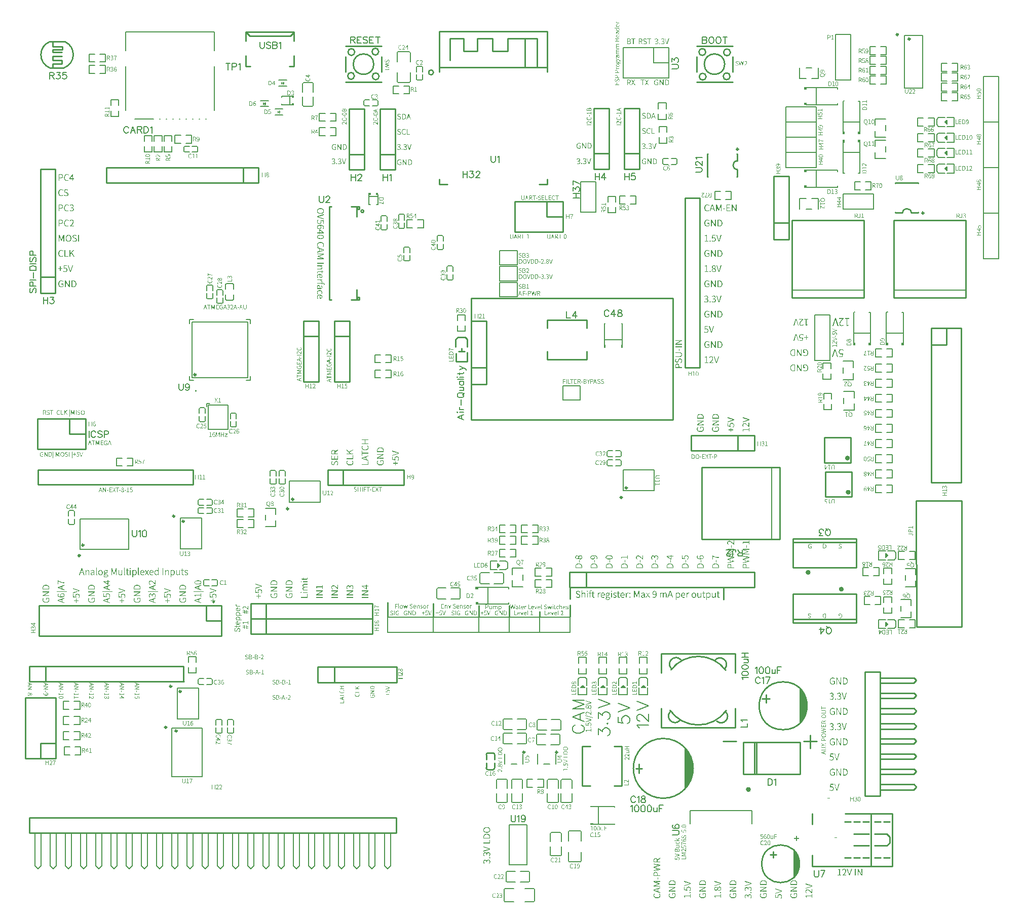
<source format=gto>
G04 Layer: TopSilkscreenLayer*
G04 EasyEDA v6.5.42, 2024-02-23 22:21:14*
G04 3aace9d48a714ce2aeec92cc817ea311,70a670f4ca684169977cf979d80dc4ec,10*
G04 Gerber Generator version 0.2*
G04 Scale: 100 percent, Rotated: No, Reflected: No *
G04 Dimensions in millimeters *
G04 leading zeros omitted , absolute positions ,4 integer and 5 decimal *
%FSLAX45Y45*%
%MOMM*%

%ADD10C,0.2032*%
%ADD11C,0.1524*%
%ADD12C,0.2540*%
%ADD13C,0.2030*%
%ADD14C,0.1270*%
%ADD15C,0.1500*%
%ADD16C,0.1520*%
%ADD17C,0.1520*%
%ADD18C,0.1300*%
%ADD19C,0.1000*%
%ADD20C,0.2000*%
%ADD21C,0.4000*%
%ADD22C,0.3000*%
%ADD23C,0.0118*%

%LPD*%
G36*
X9811918Y10312D02*
G01*
X9806533Y9956D01*
X9801250Y8991D01*
X9796221Y7315D01*
X9791344Y5029D01*
X9786874Y2133D01*
X9782708Y-1320D01*
X9779050Y-5435D01*
X9775850Y-10058D01*
X9773259Y-15290D01*
X9771329Y-21031D01*
X9770160Y-27330D01*
X9769754Y-34137D01*
X9770110Y-41046D01*
X9771126Y-47294D01*
X9772802Y-52882D01*
X9775088Y-57810D01*
X9777882Y-62128D01*
X9781184Y-65836D01*
X9784943Y-68935D01*
X9789109Y-71424D01*
X9793630Y-73355D01*
X9798456Y-74726D01*
X9803536Y-75539D01*
X9808870Y-75793D01*
X9814610Y-75438D01*
X9819792Y-74320D01*
X9824567Y-72593D01*
X9829190Y-70205D01*
X9825634Y-109829D01*
X9776104Y-109829D01*
X9776104Y-122275D01*
X9838334Y-122275D01*
X9842398Y-61823D01*
X9834524Y-56743D01*
X9829088Y-60096D01*
X9823907Y-62585D01*
X9818522Y-64109D01*
X9812426Y-64617D01*
X9806330Y-64058D01*
X9800844Y-62484D01*
X9796068Y-59893D01*
X9792055Y-56388D01*
X9788804Y-51968D01*
X9786416Y-46736D01*
X9784943Y-40690D01*
X9784486Y-33883D01*
X9785045Y-26873D01*
X9786721Y-20624D01*
X9789414Y-15138D01*
X9792919Y-10566D01*
X9797186Y-6858D01*
X9802012Y-4114D01*
X9807397Y-2438D01*
X9813188Y-1879D01*
X9823602Y-3098D01*
X9832289Y-6400D01*
X9839502Y-11074D01*
X9845700Y-16611D01*
X9852812Y-6959D01*
X9845598Y-609D01*
X9841331Y2286D01*
X9836607Y4927D01*
X9831374Y7112D01*
X9825532Y8839D01*
X9819081Y9906D01*
G37*
G36*
X9701174Y8026D02*
G01*
X9659518Y-122275D01*
X9674504Y-122275D01*
X9709048Y-7213D01*
X9709810Y-7213D01*
X9722510Y-50393D01*
X9744354Y-122275D01*
X9759848Y-122275D01*
X9718192Y8026D01*
G37*
G36*
X9873640Y528726D02*
G01*
X9873640Y516534D01*
X9900056Y516534D01*
X9900056Y398424D01*
X9911232Y398424D01*
X9916515Y401269D01*
X9922560Y403707D01*
X9929520Y405739D01*
X9937394Y407314D01*
X9937394Y416712D01*
X9914534Y416712D01*
X9914534Y516534D01*
X9943744Y516534D01*
X9943744Y528726D01*
G37*
G36*
X9773310Y528726D02*
G01*
X9773310Y516280D01*
X9815779Y516331D01*
X9826650Y516839D01*
X9831984Y517296D01*
X9820605Y506222D01*
X9810394Y495401D01*
X9801453Y484835D01*
X9797491Y479602D01*
X9793884Y474421D01*
X9790684Y469290D01*
X9787839Y464210D01*
X9785400Y459181D01*
X9783368Y454151D01*
X9781743Y449122D01*
X9780574Y444144D01*
X9779863Y439216D01*
X9779660Y434238D01*
X9779914Y428650D01*
X9780778Y423367D01*
X9782200Y418541D01*
X9784181Y414070D01*
X9786670Y410057D01*
X9789617Y406501D01*
X9793071Y403453D01*
X9797034Y400862D01*
X9801402Y398830D01*
X9806178Y397357D01*
X9811359Y396443D01*
X9816998Y396138D01*
X9822738Y396494D01*
X9828123Y397510D01*
X9833152Y399135D01*
X9837877Y401370D01*
X9842398Y404114D01*
X9846665Y407365D01*
X9850780Y411073D01*
X9854844Y415188D01*
X9846208Y423316D01*
X9840264Y417271D01*
X9833660Y412343D01*
X9826396Y409041D01*
X9818522Y407822D01*
X9812528Y408330D01*
X9807448Y409905D01*
X9803231Y412343D01*
X9799777Y415594D01*
X9797186Y419506D01*
X9795306Y424129D01*
X9794240Y429209D01*
X9793884Y434746D01*
X9794087Y439013D01*
X9794748Y443433D01*
X9795814Y447903D01*
X9797389Y452526D01*
X9799370Y457250D01*
X9801860Y462076D01*
X9804806Y467106D01*
X9808210Y472236D01*
X9812121Y477570D01*
X9821418Y488696D01*
X9832797Y500532D01*
X9846259Y513181D01*
X9853828Y519836D01*
X9853828Y528726D01*
G37*
G36*
X9705238Y528726D02*
G01*
X9663582Y398424D01*
X9678568Y398424D01*
X9713112Y513486D01*
X9713874Y513486D01*
X9726574Y470306D01*
X9748418Y398424D01*
X9763912Y398424D01*
X9722002Y528726D01*
G37*
G36*
X6788810Y-8497925D02*
G01*
X6739280Y-8526881D01*
X6737603Y-8521242D01*
X6735318Y-8516213D01*
X6732422Y-8511743D01*
X6728866Y-8508034D01*
X6724650Y-8505037D01*
X6719773Y-8502802D01*
X6714236Y-8501430D01*
X6708038Y-8500973D01*
X6700113Y-8501684D01*
X6693509Y-8503767D01*
X6688175Y-8507171D01*
X6683959Y-8511692D01*
X6680809Y-8517331D01*
X6678675Y-8523884D01*
X6677406Y-8531352D01*
X6677050Y-8539581D01*
X6677050Y-8560917D01*
X6687464Y-8560917D01*
X6687464Y-8541359D01*
X6687718Y-8535060D01*
X6688531Y-8529523D01*
X6689953Y-8524798D01*
X6692036Y-8520836D01*
X6694830Y-8517737D01*
X6698386Y-8515502D01*
X6702755Y-8514130D01*
X6708038Y-8513673D01*
X6713270Y-8514130D01*
X6717792Y-8515502D01*
X6721602Y-8517737D01*
X6724700Y-8520836D01*
X6727088Y-8524798D01*
X6728764Y-8529523D01*
X6729780Y-8535060D01*
X6730136Y-8541359D01*
X6730136Y-8560917D01*
X6677050Y-8560917D01*
X6677050Y-8573617D01*
X6788810Y-8573617D01*
X6788810Y-8560917D01*
X6740550Y-8560917D01*
X6740550Y-8540089D01*
X6788810Y-8512149D01*
G37*
G36*
X6677050Y-8593683D02*
G01*
X6677050Y-8605621D01*
X6748119Y-8619744D01*
X6775348Y-8624417D01*
X6775348Y-8625179D01*
X6739280Y-8633561D01*
X6677050Y-8649563D01*
X6677050Y-8661247D01*
X6739280Y-8676995D01*
X6757111Y-8681161D01*
X6775348Y-8685123D01*
X6775348Y-8685885D01*
X6739280Y-8692743D01*
X6677050Y-8704935D01*
X6677050Y-8717889D01*
X6788810Y-8693759D01*
X6788810Y-8679027D01*
X6719214Y-8661755D01*
X6693814Y-8655913D01*
X6693814Y-8655405D01*
X6719214Y-8649817D01*
X6788810Y-8632037D01*
X6788810Y-8617051D01*
G37*
G36*
X6709562Y-8729573D02*
G01*
X6703822Y-8729929D01*
X6698742Y-8730894D01*
X6694271Y-8732520D01*
X6690359Y-8734704D01*
X6687058Y-8737498D01*
X6684213Y-8740851D01*
X6681927Y-8744712D01*
X6680098Y-8749080D01*
X6678726Y-8753906D01*
X6677761Y-8759190D01*
X6677202Y-8764879D01*
X6677050Y-8789263D01*
X6687464Y-8789263D01*
X6687464Y-8772753D01*
X6687718Y-8765590D01*
X6688531Y-8759393D01*
X6690004Y-8754110D01*
X6692188Y-8749741D01*
X6695186Y-8746388D01*
X6698996Y-8743950D01*
X6703771Y-8742527D01*
X6709562Y-8742019D01*
X6715302Y-8742476D01*
X6720179Y-8743848D01*
X6724243Y-8746134D01*
X6727545Y-8749436D01*
X6730034Y-8753652D01*
X6731812Y-8758834D01*
X6732828Y-8765032D01*
X6733184Y-8772245D01*
X6733184Y-8789263D01*
X6677050Y-8789263D01*
X6677050Y-8801963D01*
X6788810Y-8801963D01*
X6788810Y-8789263D01*
X6743598Y-8789263D01*
X6743598Y-8770467D01*
X6743344Y-8764422D01*
X6742633Y-8758783D01*
X6741515Y-8753551D01*
X6739890Y-8748826D01*
X6737807Y-8744508D01*
X6735216Y-8740698D01*
X6732168Y-8737396D01*
X6728612Y-8734653D01*
X6724599Y-8732469D01*
X6720078Y-8730894D01*
X6715048Y-8729878D01*
G37*
G36*
X6741312Y-8824061D02*
G01*
X6741312Y-8862669D01*
X6750964Y-8862669D01*
X6750964Y-8824061D01*
G37*
G36*
X6986422Y-8871813D02*
G01*
X6980021Y-8872016D01*
X6973976Y-8872626D01*
X6968286Y-8873693D01*
X6962952Y-8875115D01*
X6958025Y-8876995D01*
X6953453Y-8879230D01*
X6949338Y-8881922D01*
X6945579Y-8884970D01*
X6942226Y-8888476D01*
X6939280Y-8892336D01*
X6936790Y-8896604D01*
X6934758Y-8901277D01*
X6933133Y-8906357D01*
X6931964Y-8911793D01*
X6931253Y-8917635D01*
X6931050Y-8923883D01*
X6931050Y-8938615D01*
X6941464Y-8938615D01*
X6941464Y-8924899D01*
X6941769Y-8918397D01*
X6942785Y-8912504D01*
X6944461Y-8907170D01*
X6946798Y-8902395D01*
X6949694Y-8898229D01*
X6953250Y-8894622D01*
X6957364Y-8891625D01*
X6962089Y-8889136D01*
X6967372Y-8887206D01*
X6973214Y-8885834D01*
X6979513Y-8885021D01*
X6986422Y-8884767D01*
X6993280Y-8885021D01*
X6999681Y-8885834D01*
X7005574Y-8887206D01*
X7010958Y-8889136D01*
X7015784Y-8891625D01*
X7020052Y-8894622D01*
X7023709Y-8898229D01*
X7026757Y-8902395D01*
X7029196Y-8907170D01*
X7030923Y-8912504D01*
X7031990Y-8918397D01*
X7032396Y-8924899D01*
X7032396Y-8938615D01*
X6931050Y-8938615D01*
X6931050Y-8951315D01*
X7042810Y-8951315D01*
X7042810Y-8923375D01*
X7042556Y-8917228D01*
X7041794Y-8911437D01*
X7040575Y-8906052D01*
X7038898Y-8901074D01*
X7036765Y-8896451D01*
X7034174Y-8892235D01*
X7031177Y-8888374D01*
X7027722Y-8884920D01*
X7023912Y-8881872D01*
X7019645Y-8879230D01*
X7015022Y-8876944D01*
X7009993Y-8875115D01*
X7004608Y-8873693D01*
X6998868Y-8872626D01*
X6992823Y-8872016D01*
G37*
G36*
X7494422Y-8871813D02*
G01*
X7488021Y-8872016D01*
X7481976Y-8872626D01*
X7476286Y-8873693D01*
X7470952Y-8875115D01*
X7466025Y-8876995D01*
X7461453Y-8879230D01*
X7457338Y-8881922D01*
X7453579Y-8884970D01*
X7450226Y-8888476D01*
X7447280Y-8892336D01*
X7444790Y-8896604D01*
X7442758Y-8901277D01*
X7441133Y-8906357D01*
X7439964Y-8911793D01*
X7439253Y-8917635D01*
X7439050Y-8923883D01*
X7439050Y-8938615D01*
X7449464Y-8938615D01*
X7449464Y-8924899D01*
X7449769Y-8918397D01*
X7450785Y-8912504D01*
X7452461Y-8907170D01*
X7454798Y-8902395D01*
X7457694Y-8898229D01*
X7461250Y-8894622D01*
X7465364Y-8891625D01*
X7470089Y-8889136D01*
X7475372Y-8887206D01*
X7481214Y-8885834D01*
X7487513Y-8885021D01*
X7494422Y-8884767D01*
X7501280Y-8885021D01*
X7507681Y-8885834D01*
X7513574Y-8887206D01*
X7518958Y-8889136D01*
X7523784Y-8891625D01*
X7528052Y-8894622D01*
X7531709Y-8898229D01*
X7534757Y-8902395D01*
X7537196Y-8907170D01*
X7538923Y-8912504D01*
X7539990Y-8918397D01*
X7540396Y-8924899D01*
X7540396Y-8938615D01*
X7439050Y-8938615D01*
X7439050Y-8951315D01*
X7550810Y-8951315D01*
X7550810Y-8923375D01*
X7550556Y-8917228D01*
X7549794Y-8911437D01*
X7548575Y-8906052D01*
X7546898Y-8901074D01*
X7544765Y-8896451D01*
X7542174Y-8892235D01*
X7539177Y-8888374D01*
X7535722Y-8884920D01*
X7531912Y-8881872D01*
X7527645Y-8879230D01*
X7523022Y-8876944D01*
X7517993Y-8875115D01*
X7512608Y-8873693D01*
X7506868Y-8872626D01*
X7500823Y-8872016D01*
G37*
G36*
X8002422Y-8871813D02*
G01*
X7996021Y-8872016D01*
X7989976Y-8872626D01*
X7984286Y-8873693D01*
X7978952Y-8875115D01*
X7974025Y-8876995D01*
X7969453Y-8879230D01*
X7965338Y-8881922D01*
X7961579Y-8884970D01*
X7958226Y-8888476D01*
X7955280Y-8892336D01*
X7952790Y-8896604D01*
X7950758Y-8901277D01*
X7949133Y-8906357D01*
X7947964Y-8911793D01*
X7947253Y-8917635D01*
X7947050Y-8923883D01*
X7947050Y-8938615D01*
X7957464Y-8938615D01*
X7957464Y-8924899D01*
X7957769Y-8918397D01*
X7958785Y-8912504D01*
X7960461Y-8907170D01*
X7962798Y-8902395D01*
X7965694Y-8898229D01*
X7969250Y-8894622D01*
X7973364Y-8891625D01*
X7978089Y-8889136D01*
X7983372Y-8887206D01*
X7989214Y-8885834D01*
X7995513Y-8885021D01*
X8002422Y-8884767D01*
X8009280Y-8885021D01*
X8015681Y-8885834D01*
X8021574Y-8887206D01*
X8026958Y-8889136D01*
X8031784Y-8891625D01*
X8036052Y-8894622D01*
X8039709Y-8898229D01*
X8042757Y-8902395D01*
X8045196Y-8907170D01*
X8046923Y-8912504D01*
X8047990Y-8918397D01*
X8048396Y-8924899D01*
X8048396Y-8938615D01*
X7947050Y-8938615D01*
X7947050Y-8951315D01*
X8058810Y-8951315D01*
X8058810Y-8923375D01*
X8058556Y-8917228D01*
X8057794Y-8911437D01*
X8056575Y-8906052D01*
X8054898Y-8901074D01*
X8052765Y-8896451D01*
X8050174Y-8892235D01*
X8047177Y-8888374D01*
X8043722Y-8884920D01*
X8039912Y-8881872D01*
X8035645Y-8879230D01*
X8031022Y-8876944D01*
X8025993Y-8875115D01*
X8020608Y-8873693D01*
X8014868Y-8872626D01*
X8008823Y-8872016D01*
G37*
G36*
X8510422Y-8871813D02*
G01*
X8504021Y-8872016D01*
X8497976Y-8872626D01*
X8492286Y-8873693D01*
X8486952Y-8875115D01*
X8482025Y-8876995D01*
X8477453Y-8879230D01*
X8473338Y-8881922D01*
X8469579Y-8884970D01*
X8466226Y-8888476D01*
X8463280Y-8892336D01*
X8460790Y-8896604D01*
X8458758Y-8901277D01*
X8457133Y-8906357D01*
X8455964Y-8911793D01*
X8455253Y-8917635D01*
X8455050Y-8923883D01*
X8455050Y-8938615D01*
X8465464Y-8938615D01*
X8465464Y-8924899D01*
X8465769Y-8918397D01*
X8466785Y-8912504D01*
X8468461Y-8907170D01*
X8470798Y-8902395D01*
X8473694Y-8898229D01*
X8477250Y-8894622D01*
X8481364Y-8891625D01*
X8486089Y-8889136D01*
X8491372Y-8887206D01*
X8497214Y-8885834D01*
X8503513Y-8885021D01*
X8510422Y-8884767D01*
X8517280Y-8885021D01*
X8523681Y-8885834D01*
X8529574Y-8887206D01*
X8534958Y-8889136D01*
X8539784Y-8891625D01*
X8544052Y-8894622D01*
X8547709Y-8898229D01*
X8550757Y-8902395D01*
X8553196Y-8907170D01*
X8554923Y-8912504D01*
X8555990Y-8918397D01*
X8556396Y-8924899D01*
X8556396Y-8938615D01*
X8455050Y-8938615D01*
X8455050Y-8951315D01*
X8566810Y-8951315D01*
X8566810Y-8923375D01*
X8566556Y-8917228D01*
X8565794Y-8911437D01*
X8564575Y-8906052D01*
X8562898Y-8901074D01*
X8560765Y-8896451D01*
X8558174Y-8892235D01*
X8555177Y-8888374D01*
X8551722Y-8884920D01*
X8547912Y-8881872D01*
X8543645Y-8879230D01*
X8539022Y-8876944D01*
X8533993Y-8875115D01*
X8528608Y-8873693D01*
X8522868Y-8872626D01*
X8516823Y-8872016D01*
G37*
G36*
X9018422Y-8871813D02*
G01*
X9012021Y-8872016D01*
X9005976Y-8872626D01*
X9000286Y-8873693D01*
X8994952Y-8875115D01*
X8990025Y-8876995D01*
X8985453Y-8879230D01*
X8981338Y-8881922D01*
X8977579Y-8884970D01*
X8974226Y-8888476D01*
X8971280Y-8892336D01*
X8968790Y-8896604D01*
X8966758Y-8901277D01*
X8965133Y-8906357D01*
X8963964Y-8911793D01*
X8963253Y-8917635D01*
X8963050Y-8923883D01*
X8963050Y-8938615D01*
X8973464Y-8938615D01*
X8973464Y-8924899D01*
X8973769Y-8918397D01*
X8974785Y-8912504D01*
X8976461Y-8907170D01*
X8978798Y-8902395D01*
X8981694Y-8898229D01*
X8985250Y-8894622D01*
X8989364Y-8891625D01*
X8994089Y-8889136D01*
X8999372Y-8887206D01*
X9005214Y-8885834D01*
X9011513Y-8885021D01*
X9018422Y-8884767D01*
X9025280Y-8885021D01*
X9031681Y-8885834D01*
X9037574Y-8887206D01*
X9042958Y-8889136D01*
X9047784Y-8891625D01*
X9052052Y-8894622D01*
X9055709Y-8898229D01*
X9058757Y-8902395D01*
X9061196Y-8907170D01*
X9062923Y-8912504D01*
X9063990Y-8918397D01*
X9064396Y-8924899D01*
X9064396Y-8938615D01*
X8963050Y-8938615D01*
X8963050Y-8951315D01*
X9074810Y-8951315D01*
X9074810Y-8923375D01*
X9074556Y-8917228D01*
X9073794Y-8911437D01*
X9072575Y-8906052D01*
X9070898Y-8901074D01*
X9068765Y-8896451D01*
X9066174Y-8892235D01*
X9063177Y-8888374D01*
X9059722Y-8884920D01*
X9055912Y-8881872D01*
X9051645Y-8879230D01*
X9047022Y-8876944D01*
X9041993Y-8875115D01*
X9036608Y-8873693D01*
X9030868Y-8872626D01*
X9024823Y-8872016D01*
G37*
G36*
X6677050Y-8885275D02*
G01*
X6677050Y-8900769D01*
X6738010Y-8922613D01*
X6761886Y-8930487D01*
X6761886Y-8931249D01*
X6738010Y-8939123D01*
X6677050Y-8961221D01*
X6677050Y-8976715D01*
X6788810Y-8976715D01*
X6788810Y-8965285D01*
X6724294Y-8965285D01*
X6708241Y-8965844D01*
X6692036Y-8966809D01*
X6692036Y-8966301D01*
X6717182Y-8957411D01*
X6777380Y-8935313D01*
X6777380Y-8926677D01*
X6717182Y-8904833D01*
X6692036Y-8896197D01*
X6692036Y-8895435D01*
X6708241Y-8896502D01*
X6724294Y-8896959D01*
X6788810Y-8896959D01*
X6788810Y-8885275D01*
G37*
G36*
X7185050Y-8885783D02*
G01*
X7185050Y-8898483D01*
X7283602Y-8928201D01*
X7283602Y-8928709D01*
X7185050Y-8958427D01*
X7185050Y-8971635D01*
X7296810Y-8935821D01*
X7296810Y-8921343D01*
G37*
G36*
X7693050Y-8885783D02*
G01*
X7693050Y-8898483D01*
X7791602Y-8928201D01*
X7791602Y-8928709D01*
X7693050Y-8958427D01*
X7693050Y-8971635D01*
X7804810Y-8935821D01*
X7804810Y-8921343D01*
G37*
G36*
X8201050Y-8885783D02*
G01*
X8201050Y-8898483D01*
X8299602Y-8928201D01*
X8299602Y-8928709D01*
X8201050Y-8958427D01*
X8201050Y-8971635D01*
X8312810Y-8935821D01*
X8312810Y-8921343D01*
G37*
G36*
X9217050Y-8926931D02*
G01*
X9217050Y-8939631D01*
X9315602Y-8969349D01*
X9315602Y-8969857D01*
X9217050Y-8999575D01*
X9217050Y-9012783D01*
X9328810Y-8976969D01*
X9328810Y-8962491D01*
G37*
G36*
X7778140Y-8979001D02*
G01*
X7772704Y-8979408D01*
X7767878Y-8980576D01*
X7763611Y-8982405D01*
X7759852Y-8984792D01*
X7756499Y-8987586D01*
X7753553Y-8990787D01*
X7750962Y-8994241D01*
X7748676Y-8997797D01*
X7747914Y-8997797D01*
X7743190Y-8992768D01*
X7736890Y-8987942D01*
X7729372Y-8984284D01*
X7720990Y-8982811D01*
X7714742Y-8983319D01*
X7709052Y-8984894D01*
X7704074Y-8987434D01*
X7699756Y-8990888D01*
X7696250Y-8995206D01*
X7693659Y-9000388D01*
X7692034Y-9006332D01*
X7691547Y-9013291D01*
X7700924Y-9013291D01*
X7702550Y-9004960D01*
X7707020Y-8998864D01*
X7713522Y-8995054D01*
X7721498Y-8993733D01*
X7727797Y-8994495D01*
X7733792Y-8996781D01*
X7739380Y-9000591D01*
X7744612Y-9005925D01*
X7740497Y-9015526D01*
X7738109Y-9019946D01*
X7737063Y-9021419D01*
X7749946Y-9021419D01*
X7752283Y-9015425D01*
X7754772Y-9009786D01*
X7757363Y-9004655D01*
X7760309Y-9000083D01*
X7763713Y-8996273D01*
X7767624Y-8993428D01*
X7772247Y-8991600D01*
X7777632Y-8990939D01*
X7785506Y-8992514D01*
X7791805Y-8997086D01*
X7795920Y-9004096D01*
X7797444Y-9013291D01*
X7796987Y-9018320D01*
X7795818Y-9022943D01*
X7793888Y-9027058D01*
X7791348Y-9030614D01*
X7788198Y-9033459D01*
X7784541Y-9035592D01*
X7780477Y-9036964D01*
X7776108Y-9037421D01*
X7768081Y-9036253D01*
X7761020Y-9032951D01*
X7754924Y-9027871D01*
X7749946Y-9021419D01*
X7737063Y-9021419D01*
X7735366Y-9023807D01*
X7732268Y-9027109D01*
X7728661Y-9029649D01*
X7724495Y-9031274D01*
X7719720Y-9031833D01*
X7712049Y-9030411D01*
X7706106Y-9026550D01*
X7702245Y-9020708D01*
X7700924Y-9013291D01*
X7691547Y-9013291D01*
X7692034Y-9019286D01*
X7693558Y-9025026D01*
X7695996Y-9030208D01*
X7699298Y-9034627D01*
X7703413Y-9038234D01*
X7708239Y-9040977D01*
X7713675Y-9042654D01*
X7719720Y-9043263D01*
X7727848Y-9042044D01*
X7734808Y-9038691D01*
X7740650Y-9033814D01*
X7745374Y-9028023D01*
X7745882Y-9028023D01*
X7748168Y-9031833D01*
X7750962Y-9035542D01*
X7754162Y-9039098D01*
X7757820Y-9042247D01*
X7761935Y-9044940D01*
X7766456Y-9047022D01*
X7771434Y-9048394D01*
X7776870Y-9048851D01*
X7783068Y-9048191D01*
X7788757Y-9046210D01*
X7793837Y-9043060D01*
X7798155Y-9038793D01*
X7801711Y-9033662D01*
X7804353Y-9027617D01*
X7805978Y-9020911D01*
X7806588Y-9013545D01*
X7805978Y-9006179D01*
X7804353Y-8999474D01*
X7801762Y-8993581D01*
X7798358Y-8988552D01*
X7794142Y-8984488D01*
X7789316Y-8981490D01*
X7783931Y-8979662D01*
G37*
G36*
X7260488Y-8980271D02*
G01*
X7251852Y-8980932D01*
X7244537Y-8982913D01*
X7238390Y-8985961D01*
X7233462Y-8990025D01*
X7229652Y-8995003D01*
X7227011Y-9000642D01*
X7225436Y-9006840D01*
X7224928Y-9013545D01*
X7225233Y-9018524D01*
X7226147Y-9022994D01*
X7227671Y-9027058D01*
X7229754Y-9031071D01*
X7195718Y-9028023D01*
X7195718Y-8985605D01*
X7185050Y-8985605D01*
X7185050Y-9038945D01*
X7236866Y-9042501D01*
X7241184Y-9035643D01*
X7238288Y-9030970D01*
X7236256Y-9026499D01*
X7234986Y-9021876D01*
X7234580Y-9016593D01*
X7235037Y-9011412D01*
X7236358Y-9006738D01*
X7238542Y-9002674D01*
X7241590Y-8999220D01*
X7245350Y-8996476D01*
X7249871Y-8994394D01*
X7255103Y-8993174D01*
X7260996Y-8992717D01*
X7266940Y-8993225D01*
X7272324Y-8994698D01*
X7276998Y-8996984D01*
X7280960Y-8999982D01*
X7284161Y-9003639D01*
X7286498Y-9007805D01*
X7287920Y-9012428D01*
X7288428Y-9017355D01*
X7287361Y-9026347D01*
X7284516Y-9033764D01*
X7280452Y-9039910D01*
X7275728Y-9045041D01*
X7283856Y-9051391D01*
X7286650Y-9048496D01*
X7289342Y-9045244D01*
X7291831Y-9041587D01*
X7294067Y-9037574D01*
X7295896Y-9033002D01*
X7297318Y-9027972D01*
X7298232Y-9022334D01*
X7298588Y-9016085D01*
X7298283Y-9011564D01*
X7297420Y-9007094D01*
X7296048Y-9002776D01*
X7294118Y-8998661D01*
X7291628Y-8994851D01*
X7288631Y-8991295D01*
X7285177Y-8988196D01*
X7281164Y-8985504D01*
X7276693Y-8983319D01*
X7271766Y-8981643D01*
X7266330Y-8980627D01*
G37*
G36*
X8283092Y-8980779D02*
G01*
X8277504Y-8981287D01*
X8272475Y-8982659D01*
X8268004Y-8984843D01*
X8264042Y-8987739D01*
X8260689Y-8991244D01*
X8257946Y-8995257D01*
X8255812Y-8999677D01*
X8254390Y-9004401D01*
X8253882Y-9004401D01*
X8252002Y-9000134D01*
X8249767Y-8996273D01*
X8247024Y-8992870D01*
X8243874Y-8990025D01*
X8240268Y-8987688D01*
X8236203Y-8986012D01*
X8231682Y-8984945D01*
X8226704Y-8984589D01*
X8220456Y-8985199D01*
X8215020Y-8986926D01*
X8210296Y-8989720D01*
X8206384Y-8993479D01*
X8203285Y-8998102D01*
X8201050Y-9003436D01*
X8199729Y-9009481D01*
X8199272Y-9016085D01*
X8200237Y-9025229D01*
X8202980Y-9033306D01*
X8207044Y-9040520D01*
X8212226Y-9047073D01*
X8220354Y-9040215D01*
X8215934Y-9035135D01*
X8212480Y-9029446D01*
X8210092Y-9023248D01*
X8209178Y-9016593D01*
X8210600Y-9008516D01*
X8214410Y-9002318D01*
X8220202Y-8998407D01*
X8227720Y-8997035D01*
X8232241Y-8997442D01*
X8236407Y-8998661D01*
X8240166Y-9000845D01*
X8243417Y-9004046D01*
X8246059Y-9008313D01*
X8248091Y-9013748D01*
X8249361Y-9020454D01*
X8249818Y-9028531D01*
X8259470Y-9028531D01*
X8259876Y-9019590D01*
X8261146Y-9012072D01*
X8263128Y-9005976D01*
X8265871Y-9001150D01*
X8269224Y-8997543D01*
X8273186Y-8995105D01*
X8277606Y-8993682D01*
X8282584Y-8993225D01*
X8287359Y-8993682D01*
X8291626Y-8994952D01*
X8295386Y-8996984D01*
X8298535Y-8999778D01*
X8301024Y-9003182D01*
X8302904Y-9007144D01*
X8304022Y-9011666D01*
X8304428Y-9016593D01*
X8303310Y-9025636D01*
X8300415Y-9033154D01*
X8296249Y-9039453D01*
X8291474Y-9044787D01*
X8299348Y-9051137D01*
X8302244Y-9048292D01*
X8305038Y-9045041D01*
X8307628Y-9041384D01*
X8309914Y-9037269D01*
X8311794Y-9032697D01*
X8313267Y-9027617D01*
X8314232Y-9022029D01*
X8314588Y-9015831D01*
X8314029Y-9008719D01*
X8312403Y-9002115D01*
X8309813Y-8996121D01*
X8306257Y-8990990D01*
X8301736Y-8986723D01*
X8296351Y-8983522D01*
X8290102Y-8981490D01*
G37*
G36*
X6931050Y-8982303D02*
G01*
X6931050Y-8994495D01*
X6991502Y-8994495D01*
X7000189Y-8994343D01*
X7026300Y-8992717D01*
X7026300Y-8993479D01*
X7003440Y-9005417D01*
X6931050Y-9047835D01*
X6931050Y-9060789D01*
X7042810Y-9060789D01*
X7042810Y-9048851D01*
X6981596Y-9048851D01*
X6964375Y-9049308D01*
X6947560Y-9050375D01*
X6947560Y-9049613D01*
X6970420Y-9037421D01*
X7042810Y-8995511D01*
X7042810Y-8982303D01*
G37*
G36*
X7439050Y-8982303D02*
G01*
X7439050Y-8994495D01*
X7499502Y-8994495D01*
X7508189Y-8994343D01*
X7534300Y-8992717D01*
X7534300Y-8993479D01*
X7511440Y-9005417D01*
X7439050Y-9047835D01*
X7439050Y-9060789D01*
X7550810Y-9060789D01*
X7550810Y-9048851D01*
X7489596Y-9048851D01*
X7472375Y-9049308D01*
X7455560Y-9050375D01*
X7455560Y-9049613D01*
X7478420Y-9037421D01*
X7550810Y-8995511D01*
X7550810Y-8982303D01*
G37*
G36*
X7947050Y-8982303D02*
G01*
X7947050Y-8994495D01*
X8007502Y-8994495D01*
X8016189Y-8994343D01*
X8042300Y-8992717D01*
X8042300Y-8993479D01*
X8019440Y-9005417D01*
X7947050Y-9047835D01*
X7947050Y-9060789D01*
X8058810Y-9060789D01*
X8058810Y-9048851D01*
X7997596Y-9048851D01*
X7980375Y-9049308D01*
X7963560Y-9050375D01*
X7963560Y-9049613D01*
X7986420Y-9037421D01*
X8058810Y-8995511D01*
X8058810Y-8982303D01*
G37*
G36*
X8455050Y-8982303D02*
G01*
X8455050Y-8994495D01*
X8515502Y-8994495D01*
X8524189Y-8994343D01*
X8550300Y-8992717D01*
X8550300Y-8993479D01*
X8527440Y-9005417D01*
X8455050Y-9047835D01*
X8455050Y-9060789D01*
X8566810Y-9060789D01*
X8566810Y-9048851D01*
X8505596Y-9048851D01*
X8488375Y-9049308D01*
X8471560Y-9050375D01*
X8471560Y-9049613D01*
X8494420Y-9037421D01*
X8566810Y-8995511D01*
X8566810Y-8982303D01*
G37*
G36*
X8963050Y-8982303D02*
G01*
X8963050Y-8994495D01*
X9023502Y-8994495D01*
X9032189Y-8994343D01*
X9058300Y-8992717D01*
X9058300Y-8993479D01*
X9035440Y-9005417D01*
X8963050Y-9047835D01*
X8963050Y-9060789D01*
X9074810Y-9060789D01*
X9074810Y-9048851D01*
X9013596Y-9048851D01*
X8996375Y-9049308D01*
X8979560Y-9050375D01*
X8979560Y-9049613D01*
X9002420Y-9037421D01*
X9074810Y-8995511D01*
X9074810Y-8982303D01*
G37*
G36*
X6788810Y-8992971D02*
G01*
X6677050Y-9031071D01*
X6677050Y-9038691D01*
X6687718Y-9038691D01*
X6687718Y-9037929D01*
X6711391Y-9030919D01*
X6743598Y-9020657D01*
X6743598Y-9055709D01*
X6711442Y-9045549D01*
X6687718Y-9038691D01*
X6677050Y-9038691D01*
X6677050Y-9045041D01*
X6788810Y-9083141D01*
X6788810Y-9070441D01*
X6753504Y-9059011D01*
X6753504Y-9017355D01*
X6788810Y-9006179D01*
G37*
G36*
X8709050Y-9010497D02*
G01*
X8709050Y-9023451D01*
X8784742Y-9045905D01*
X8807602Y-9052915D01*
X8807602Y-9053423D01*
X8709050Y-9083141D01*
X8709050Y-9096603D01*
X8820810Y-9060789D01*
X8820810Y-9046311D01*
G37*
G36*
X9318142Y-9020911D02*
G01*
X9318142Y-9057284D01*
X9318904Y-9071203D01*
X9309404Y-9061450D01*
X9300108Y-9052712D01*
X9291066Y-9045041D01*
X9282176Y-9038539D01*
X9277807Y-9035745D01*
X9273438Y-9033306D01*
X9269120Y-9031224D01*
X9264802Y-9029446D01*
X9260535Y-9028074D01*
X9256268Y-9027058D01*
X9252000Y-9026448D01*
X9247784Y-9026245D01*
X9240672Y-9026804D01*
X9234322Y-9028480D01*
X9228785Y-9031173D01*
X9224060Y-9034830D01*
X9220301Y-9039402D01*
X9217558Y-9044889D01*
X9215831Y-9051188D01*
X9215272Y-9058249D01*
X9215526Y-9063278D01*
X9216390Y-9067952D01*
X9217761Y-9072270D01*
X9219641Y-9076334D01*
X9222028Y-9080144D01*
X9224772Y-9083802D01*
X9227972Y-9087307D01*
X9231528Y-9090761D01*
X9238386Y-9083395D01*
X9233204Y-9078315D01*
X9228988Y-9072575D01*
X9226194Y-9066326D01*
X9225178Y-9059519D01*
X9225584Y-9054439D01*
X9226905Y-9050121D01*
X9228988Y-9046464D01*
X9231782Y-9043568D01*
X9235135Y-9041282D01*
X9239097Y-9039707D01*
X9243466Y-9038742D01*
X9248292Y-9038437D01*
X9251950Y-9038640D01*
X9255658Y-9039199D01*
X9259519Y-9040114D01*
X9263430Y-9041434D01*
X9267494Y-9043162D01*
X9271660Y-9045295D01*
X9275927Y-9047835D01*
X9280347Y-9050782D01*
X9289592Y-9057944D01*
X9299397Y-9066834D01*
X9309912Y-9077502D01*
X9321190Y-9089999D01*
X9328810Y-9089999D01*
X9328810Y-9020911D01*
G37*
G36*
X7288936Y-9066885D02*
G01*
X7284770Y-9067647D01*
X7281570Y-9069679D01*
X7279487Y-9072676D01*
X7278776Y-9076283D01*
X7279487Y-9079890D01*
X7281570Y-9082887D01*
X7284770Y-9084919D01*
X7288936Y-9085681D01*
X7292898Y-9084919D01*
X7295946Y-9082887D01*
X7297877Y-9079890D01*
X7298588Y-9076283D01*
X7297877Y-9072676D01*
X7295946Y-9069679D01*
X7292898Y-9067647D01*
G37*
G36*
X7796936Y-9066885D02*
G01*
X7792770Y-9067647D01*
X7789570Y-9069679D01*
X7787487Y-9072676D01*
X7786776Y-9076283D01*
X7787487Y-9079890D01*
X7789570Y-9082887D01*
X7792770Y-9084919D01*
X7796936Y-9085681D01*
X7800898Y-9084919D01*
X7803946Y-9082887D01*
X7805877Y-9079890D01*
X7806588Y-9076283D01*
X7805877Y-9072676D01*
X7803946Y-9069679D01*
X7800898Y-9067647D01*
G37*
G36*
X8304936Y-9066885D02*
G01*
X8300770Y-9067647D01*
X8297570Y-9069679D01*
X8295487Y-9072676D01*
X8294776Y-9076283D01*
X8295487Y-9079890D01*
X8297570Y-9082887D01*
X8300770Y-9084919D01*
X8304936Y-9085681D01*
X8308898Y-9084919D01*
X8311946Y-9082887D01*
X8313877Y-9079890D01*
X8314588Y-9076283D01*
X8313877Y-9072676D01*
X8311946Y-9069679D01*
X8308898Y-9067647D01*
G37*
G36*
X6985660Y-9087713D02*
G01*
X6985660Y-9123527D01*
X6996074Y-9123527D01*
X6996074Y-9099397D01*
X7026554Y-9099397D01*
X7029450Y-9103461D01*
X7031685Y-9108490D01*
X7033158Y-9114282D01*
X7033666Y-9120479D01*
X7033259Y-9126372D01*
X7032142Y-9131757D01*
X7030313Y-9136735D01*
X7027824Y-9141206D01*
X7024674Y-9145168D01*
X7020915Y-9148673D01*
X7016546Y-9151670D01*
X7011568Y-9154109D01*
X7006081Y-9156039D01*
X7000087Y-9157462D01*
X6993585Y-9158274D01*
X6986676Y-9158579D01*
X6979716Y-9158274D01*
X6973265Y-9157360D01*
X6967270Y-9155938D01*
X6961835Y-9153906D01*
X6956958Y-9151366D01*
X6952640Y-9148318D01*
X6948931Y-9144762D01*
X6945833Y-9140748D01*
X6943394Y-9136278D01*
X6941616Y-9131401D01*
X6940550Y-9126118D01*
X6940194Y-9120479D01*
X6941007Y-9112656D01*
X6943293Y-9106103D01*
X6946696Y-9100667D01*
X6950862Y-9096095D01*
X6942734Y-9088983D01*
X6937806Y-9094470D01*
X6933488Y-9101531D01*
X6930440Y-9110319D01*
X6929272Y-9120987D01*
X6929526Y-9126372D01*
X6930237Y-9131554D01*
X6931507Y-9136481D01*
X6933234Y-9141206D01*
X6935419Y-9145676D01*
X6938060Y-9149842D01*
X6941108Y-9153652D01*
X6944664Y-9157208D01*
X6948576Y-9160408D01*
X6952945Y-9163253D01*
X6957669Y-9165691D01*
X6962800Y-9167723D01*
X6968286Y-9169349D01*
X6974128Y-9170568D01*
X6980377Y-9171279D01*
X6986930Y-9171533D01*
X6993483Y-9171279D01*
X6999731Y-9170568D01*
X7005624Y-9169450D01*
X7011111Y-9167876D01*
X7016242Y-9165894D01*
X7021017Y-9163507D01*
X7025335Y-9160713D01*
X7029246Y-9157614D01*
X7032752Y-9154109D01*
X7035850Y-9150350D01*
X7038441Y-9146235D01*
X7040625Y-9141866D01*
X7042353Y-9137192D01*
X7043572Y-9132265D01*
X7044334Y-9127134D01*
X7044588Y-9121749D01*
X7044334Y-9116263D01*
X7043623Y-9111132D01*
X7042505Y-9106255D01*
X7040981Y-9101785D01*
X7039102Y-9097670D01*
X7036968Y-9093911D01*
X7034530Y-9090609D01*
X7031888Y-9087713D01*
G37*
G36*
X7493660Y-9087713D02*
G01*
X7493660Y-9123527D01*
X7504074Y-9123527D01*
X7504074Y-9099397D01*
X7534554Y-9099397D01*
X7537450Y-9103461D01*
X7539685Y-9108490D01*
X7541158Y-9114282D01*
X7541666Y-9120479D01*
X7541259Y-9126372D01*
X7540142Y-9131757D01*
X7538313Y-9136735D01*
X7535824Y-9141206D01*
X7532674Y-9145168D01*
X7528915Y-9148673D01*
X7524546Y-9151670D01*
X7519568Y-9154109D01*
X7514081Y-9156039D01*
X7508087Y-9157462D01*
X7501585Y-9158274D01*
X7494676Y-9158579D01*
X7487716Y-9158274D01*
X7481265Y-9157360D01*
X7475270Y-9155938D01*
X7469835Y-9153906D01*
X7464958Y-9151366D01*
X7460640Y-9148318D01*
X7456931Y-9144762D01*
X7453833Y-9140748D01*
X7451394Y-9136278D01*
X7449616Y-9131401D01*
X7448550Y-9126118D01*
X7448194Y-9120479D01*
X7449007Y-9112656D01*
X7451293Y-9106103D01*
X7454696Y-9100667D01*
X7458862Y-9096095D01*
X7450734Y-9088983D01*
X7445806Y-9094470D01*
X7441488Y-9101531D01*
X7438440Y-9110319D01*
X7437272Y-9120987D01*
X7437526Y-9126372D01*
X7438237Y-9131554D01*
X7439507Y-9136481D01*
X7441234Y-9141206D01*
X7443419Y-9145676D01*
X7446060Y-9149842D01*
X7449108Y-9153652D01*
X7452664Y-9157208D01*
X7456576Y-9160408D01*
X7460945Y-9163253D01*
X7465669Y-9165691D01*
X7470800Y-9167723D01*
X7476286Y-9169349D01*
X7482128Y-9170568D01*
X7488377Y-9171279D01*
X7494930Y-9171533D01*
X7501483Y-9171279D01*
X7507731Y-9170568D01*
X7513624Y-9169450D01*
X7519111Y-9167876D01*
X7524242Y-9165894D01*
X7529017Y-9163507D01*
X7533335Y-9160713D01*
X7537246Y-9157614D01*
X7540752Y-9154109D01*
X7543850Y-9150350D01*
X7546441Y-9146235D01*
X7548625Y-9141866D01*
X7550353Y-9137192D01*
X7551572Y-9132265D01*
X7552334Y-9127134D01*
X7552588Y-9121749D01*
X7552334Y-9116263D01*
X7551623Y-9111132D01*
X7550505Y-9106255D01*
X7548981Y-9101785D01*
X7547102Y-9097670D01*
X7544968Y-9093911D01*
X7542530Y-9090609D01*
X7539888Y-9087713D01*
G37*
G36*
X8001660Y-9087713D02*
G01*
X8001660Y-9123527D01*
X8012074Y-9123527D01*
X8012074Y-9099397D01*
X8042554Y-9099397D01*
X8045450Y-9103461D01*
X8047685Y-9108490D01*
X8049158Y-9114282D01*
X8049666Y-9120479D01*
X8049259Y-9126372D01*
X8048142Y-9131757D01*
X8046313Y-9136735D01*
X8043824Y-9141206D01*
X8040674Y-9145168D01*
X8036915Y-9148673D01*
X8032546Y-9151670D01*
X8027568Y-9154109D01*
X8022081Y-9156039D01*
X8016087Y-9157462D01*
X8009585Y-9158274D01*
X8002676Y-9158579D01*
X7995716Y-9158274D01*
X7989265Y-9157360D01*
X7983270Y-9155938D01*
X7977835Y-9153906D01*
X7972958Y-9151366D01*
X7968640Y-9148318D01*
X7964931Y-9144762D01*
X7961833Y-9140748D01*
X7959394Y-9136278D01*
X7957616Y-9131401D01*
X7956550Y-9126118D01*
X7956194Y-9120479D01*
X7957007Y-9112656D01*
X7959293Y-9106103D01*
X7962696Y-9100667D01*
X7966862Y-9096095D01*
X7958734Y-9088983D01*
X7953806Y-9094470D01*
X7949488Y-9101531D01*
X7946440Y-9110319D01*
X7945272Y-9120987D01*
X7945526Y-9126372D01*
X7946237Y-9131554D01*
X7947507Y-9136481D01*
X7949234Y-9141206D01*
X7951419Y-9145676D01*
X7954060Y-9149842D01*
X7957108Y-9153652D01*
X7960664Y-9157208D01*
X7964576Y-9160408D01*
X7968945Y-9163253D01*
X7973669Y-9165691D01*
X7978800Y-9167723D01*
X7984286Y-9169349D01*
X7990128Y-9170568D01*
X7996377Y-9171279D01*
X8002930Y-9171533D01*
X8009483Y-9171279D01*
X8015731Y-9170568D01*
X8021624Y-9169450D01*
X8027111Y-9167876D01*
X8032242Y-9165894D01*
X8037017Y-9163507D01*
X8041335Y-9160713D01*
X8045246Y-9157614D01*
X8048752Y-9154109D01*
X8051850Y-9150350D01*
X8054441Y-9146235D01*
X8056625Y-9141866D01*
X8058353Y-9137192D01*
X8059572Y-9132265D01*
X8060334Y-9127134D01*
X8060588Y-9121749D01*
X8060334Y-9116263D01*
X8059623Y-9111132D01*
X8058505Y-9106255D01*
X8056981Y-9101785D01*
X8055102Y-9097670D01*
X8052968Y-9093911D01*
X8050530Y-9090609D01*
X8047888Y-9087713D01*
G37*
G36*
X8509660Y-9087713D02*
G01*
X8509660Y-9123527D01*
X8520074Y-9123527D01*
X8520074Y-9099397D01*
X8550554Y-9099397D01*
X8553450Y-9103461D01*
X8555685Y-9108490D01*
X8557158Y-9114282D01*
X8557666Y-9120479D01*
X8557260Y-9126372D01*
X8556142Y-9131757D01*
X8554313Y-9136735D01*
X8551824Y-9141206D01*
X8548674Y-9145168D01*
X8544915Y-9148673D01*
X8540546Y-9151670D01*
X8535568Y-9154109D01*
X8530082Y-9156039D01*
X8524087Y-9157462D01*
X8517585Y-9158274D01*
X8510676Y-9158579D01*
X8503716Y-9158274D01*
X8497265Y-9157360D01*
X8491270Y-9155938D01*
X8485835Y-9153906D01*
X8480958Y-9151366D01*
X8476640Y-9148318D01*
X8472932Y-9144762D01*
X8469833Y-9140748D01*
X8467394Y-9136278D01*
X8465616Y-9131401D01*
X8464550Y-9126118D01*
X8464194Y-9120479D01*
X8465007Y-9112656D01*
X8467293Y-9106103D01*
X8470696Y-9100667D01*
X8474862Y-9096095D01*
X8466734Y-9088983D01*
X8461806Y-9094470D01*
X8457488Y-9101531D01*
X8454440Y-9110319D01*
X8453272Y-9120987D01*
X8453526Y-9126372D01*
X8454237Y-9131554D01*
X8455507Y-9136481D01*
X8457234Y-9141206D01*
X8459419Y-9145676D01*
X8462060Y-9149842D01*
X8465108Y-9153652D01*
X8468664Y-9157208D01*
X8472576Y-9160408D01*
X8476945Y-9163253D01*
X8481669Y-9165691D01*
X8486800Y-9167723D01*
X8492286Y-9169349D01*
X8498128Y-9170568D01*
X8504377Y-9171279D01*
X8510930Y-9171533D01*
X8517483Y-9171279D01*
X8523732Y-9170568D01*
X8529624Y-9169450D01*
X8535111Y-9167876D01*
X8540242Y-9165894D01*
X8545017Y-9163507D01*
X8549335Y-9160713D01*
X8553246Y-9157614D01*
X8556752Y-9154109D01*
X8559850Y-9150350D01*
X8562441Y-9146235D01*
X8564626Y-9141866D01*
X8566353Y-9137192D01*
X8567572Y-9132265D01*
X8568334Y-9127134D01*
X8568588Y-9121749D01*
X8568334Y-9116263D01*
X8567623Y-9111132D01*
X8566505Y-9106255D01*
X8564981Y-9101785D01*
X8563102Y-9097670D01*
X8560968Y-9093911D01*
X8558530Y-9090609D01*
X8555888Y-9087713D01*
G37*
G36*
X9017660Y-9087713D02*
G01*
X9017660Y-9123527D01*
X9028074Y-9123527D01*
X9028074Y-9099397D01*
X9058554Y-9099397D01*
X9061450Y-9103461D01*
X9063685Y-9108490D01*
X9065158Y-9114282D01*
X9065666Y-9120479D01*
X9065260Y-9126372D01*
X9064142Y-9131757D01*
X9062313Y-9136735D01*
X9059824Y-9141206D01*
X9056674Y-9145168D01*
X9052915Y-9148673D01*
X9048546Y-9151670D01*
X9043568Y-9154109D01*
X9038082Y-9156039D01*
X9032087Y-9157462D01*
X9025585Y-9158274D01*
X9018676Y-9158579D01*
X9011716Y-9158274D01*
X9005265Y-9157360D01*
X8999270Y-9155938D01*
X8993835Y-9153906D01*
X8988958Y-9151366D01*
X8984640Y-9148318D01*
X8980932Y-9144762D01*
X8977833Y-9140748D01*
X8975394Y-9136278D01*
X8973616Y-9131401D01*
X8972550Y-9126118D01*
X8972194Y-9120479D01*
X8973007Y-9112656D01*
X8975293Y-9106103D01*
X8978696Y-9100667D01*
X8982862Y-9096095D01*
X8974734Y-9088983D01*
X8969806Y-9094470D01*
X8965488Y-9101531D01*
X8962440Y-9110319D01*
X8961272Y-9120987D01*
X8961526Y-9126372D01*
X8962237Y-9131554D01*
X8963507Y-9136481D01*
X8965234Y-9141206D01*
X8967419Y-9145676D01*
X8970060Y-9149842D01*
X8973108Y-9153652D01*
X8976664Y-9157208D01*
X8980576Y-9160408D01*
X8984945Y-9163253D01*
X8989669Y-9165691D01*
X8994800Y-9167723D01*
X9000286Y-9169349D01*
X9006128Y-9170568D01*
X9012377Y-9171279D01*
X9018930Y-9171533D01*
X9025483Y-9171279D01*
X9031732Y-9170568D01*
X9037624Y-9169450D01*
X9043111Y-9167876D01*
X9048242Y-9165894D01*
X9053017Y-9163507D01*
X9057335Y-9160713D01*
X9061246Y-9157614D01*
X9064752Y-9154109D01*
X9067850Y-9150350D01*
X9070441Y-9146235D01*
X9072626Y-9141866D01*
X9074353Y-9137192D01*
X9075572Y-9132265D01*
X9076334Y-9127134D01*
X9076588Y-9121749D01*
X9076334Y-9116263D01*
X9075623Y-9111132D01*
X9074505Y-9106255D01*
X9072981Y-9101785D01*
X9071102Y-9097670D01*
X9068968Y-9093911D01*
X9066530Y-9090609D01*
X9063888Y-9087713D01*
G37*
G36*
X6774586Y-9089491D02*
G01*
X6766712Y-9096603D01*
X6772249Y-9102191D01*
X6776313Y-9108338D01*
X6778802Y-9115196D01*
X6779666Y-9122765D01*
X6779259Y-9128099D01*
X6778142Y-9133078D01*
X6776313Y-9137700D01*
X6773824Y-9141866D01*
X6770674Y-9145625D01*
X6766915Y-9148978D01*
X6762546Y-9151823D01*
X6757568Y-9154210D01*
X6752081Y-9156090D01*
X6746087Y-9157462D01*
X6739585Y-9158274D01*
X6732676Y-9158579D01*
X6725716Y-9158274D01*
X6719265Y-9157411D01*
X6713270Y-9155988D01*
X6707835Y-9154007D01*
X6702958Y-9151569D01*
X6698640Y-9148622D01*
X6694931Y-9145270D01*
X6691833Y-9141460D01*
X6689394Y-9137243D01*
X6687616Y-9132671D01*
X6686550Y-9127744D01*
X6686194Y-9122511D01*
X6686956Y-9115501D01*
X6689140Y-9109303D01*
X6692493Y-9103868D01*
X6696862Y-9099143D01*
X6688734Y-9092285D01*
X6683603Y-9097772D01*
X6679336Y-9104731D01*
X6676339Y-9113012D01*
X6675272Y-9122511D01*
X6675526Y-9127693D01*
X6676237Y-9132722D01*
X6677507Y-9137497D01*
X6679234Y-9142069D01*
X6681419Y-9146387D01*
X6684060Y-9150400D01*
X6687108Y-9154160D01*
X6690664Y-9157614D01*
X6694576Y-9160713D01*
X6698945Y-9163456D01*
X6703669Y-9165844D01*
X6708800Y-9167825D01*
X6714286Y-9169450D01*
X6720128Y-9170568D01*
X6726377Y-9171279D01*
X6732930Y-9171533D01*
X6739483Y-9171279D01*
X6745731Y-9170619D01*
X6751624Y-9169450D01*
X6757111Y-9167876D01*
X6762242Y-9165945D01*
X6767017Y-9163558D01*
X6771335Y-9160865D01*
X6775246Y-9157817D01*
X6778752Y-9154464D01*
X6781850Y-9150756D01*
X6784441Y-9146794D01*
X6786625Y-9142577D01*
X6788353Y-9138158D01*
X6789572Y-9133484D01*
X6790334Y-9128607D01*
X6790588Y-9123527D01*
X6790283Y-9118244D01*
X6789521Y-9113316D01*
X6788251Y-9108694D01*
X6786473Y-9104325D01*
X6784187Y-9100261D01*
X6781444Y-9096400D01*
X6778244Y-9092844D01*
G37*
G36*
X8784488Y-9104985D02*
G01*
X8775852Y-9105646D01*
X8768537Y-9107627D01*
X8762390Y-9110726D01*
X8757462Y-9114790D01*
X8753652Y-9119768D01*
X8751011Y-9125458D01*
X8749436Y-9131757D01*
X8748928Y-9138513D01*
X8749233Y-9143390D01*
X8750147Y-9147810D01*
X8751671Y-9151924D01*
X8753754Y-9155785D01*
X8719718Y-9152737D01*
X8719718Y-9110319D01*
X8709050Y-9110319D01*
X8709050Y-9163659D01*
X8760866Y-9167215D01*
X8765184Y-9160357D01*
X8762288Y-9155836D01*
X8760256Y-9151416D01*
X8758986Y-9146844D01*
X8758580Y-9141561D01*
X8759037Y-9136380D01*
X8760358Y-9131706D01*
X8762542Y-9127540D01*
X8765590Y-9124086D01*
X8769350Y-9121241D01*
X8773871Y-9119158D01*
X8779103Y-9117888D01*
X8784996Y-9117431D01*
X8790940Y-9117939D01*
X8796324Y-9119412D01*
X8800998Y-9121698D01*
X8804960Y-9124696D01*
X8808161Y-9128353D01*
X8810498Y-9132519D01*
X8811920Y-9137142D01*
X8812428Y-9142069D01*
X8811361Y-9151112D01*
X8808516Y-9158630D01*
X8804452Y-9164828D01*
X8799728Y-9170009D01*
X8807856Y-9176105D01*
X8810650Y-9173210D01*
X8813342Y-9169958D01*
X8815832Y-9166352D01*
X8818067Y-9162288D01*
X8819896Y-9157817D01*
X8821318Y-9152788D01*
X8822232Y-9147200D01*
X8822588Y-9141053D01*
X8822283Y-9136430D01*
X8821420Y-9131960D01*
X8820048Y-9127591D01*
X8818118Y-9123476D01*
X8815628Y-9119616D01*
X8812631Y-9116060D01*
X8809177Y-9112910D01*
X8805164Y-9110218D01*
X8800693Y-9108033D01*
X8795766Y-9106357D01*
X8790330Y-9105341D01*
G37*
G36*
X8283092Y-9105493D02*
G01*
X8277504Y-9106001D01*
X8272475Y-9107373D01*
X8268004Y-9109557D01*
X8264042Y-9112453D01*
X8260689Y-9116009D01*
X8257946Y-9120073D01*
X8255812Y-9124543D01*
X8254390Y-9129369D01*
X8253882Y-9129369D01*
X8252002Y-9125102D01*
X8249767Y-9121190D01*
X8247024Y-9117787D01*
X8243874Y-9114840D01*
X8240268Y-9112504D01*
X8236203Y-9110776D01*
X8231682Y-9109659D01*
X8226704Y-9109303D01*
X8220456Y-9109913D01*
X8215020Y-9111691D01*
X8210296Y-9114536D01*
X8206384Y-9118346D01*
X8203285Y-9122968D01*
X8201050Y-9128353D01*
X8199729Y-9134449D01*
X8199272Y-9141053D01*
X8200237Y-9150045D01*
X8202980Y-9158122D01*
X8207044Y-9165336D01*
X8212226Y-9171787D01*
X8220354Y-9164929D01*
X8215934Y-9159900D01*
X8212480Y-9154312D01*
X8210092Y-9148165D01*
X8209178Y-9141561D01*
X8210600Y-9133382D01*
X8214410Y-9127185D01*
X8220202Y-9123324D01*
X8227720Y-9122003D01*
X8232241Y-9122410D01*
X8236407Y-9123629D01*
X8240166Y-9125813D01*
X8243417Y-9128963D01*
X8246059Y-9133179D01*
X8248091Y-9138615D01*
X8249361Y-9145270D01*
X8249818Y-9153245D01*
X8259470Y-9153245D01*
X8259876Y-9144304D01*
X8261146Y-9136786D01*
X8263128Y-9130690D01*
X8265871Y-9125864D01*
X8269224Y-9122257D01*
X8273186Y-9119819D01*
X8277606Y-9118396D01*
X8282584Y-9117939D01*
X8287359Y-9118396D01*
X8291626Y-9119717D01*
X8295386Y-9121800D01*
X8298535Y-9124594D01*
X8301024Y-9127998D01*
X8302904Y-9131960D01*
X8304022Y-9136430D01*
X8304428Y-9141307D01*
X8303310Y-9150350D01*
X8300415Y-9157868D01*
X8296249Y-9164167D01*
X8291474Y-9169501D01*
X8299348Y-9175851D01*
X8302244Y-9173006D01*
X8305038Y-9169755D01*
X8307628Y-9166098D01*
X8309914Y-9161983D01*
X8311794Y-9157411D01*
X8313267Y-9152331D01*
X8314232Y-9146743D01*
X8314588Y-9140545D01*
X8314029Y-9133433D01*
X8312403Y-9126829D01*
X8309813Y-9120835D01*
X8306257Y-9115704D01*
X8301736Y-9111437D01*
X8296351Y-9108236D01*
X8290102Y-9106204D01*
G37*
G36*
X7286396Y-9106763D02*
G01*
X7286396Y-9129623D01*
X7185050Y-9129623D01*
X7185050Y-9139021D01*
X7187488Y-9143644D01*
X7189622Y-9148876D01*
X7191298Y-9154820D01*
X7192670Y-9161627D01*
X7200798Y-9161627D01*
X7200798Y-9141815D01*
X7286396Y-9141815D01*
X7286396Y-9166961D01*
X7296810Y-9166961D01*
X7296810Y-9106763D01*
G37*
G36*
X7794396Y-9106763D02*
G01*
X7794396Y-9129623D01*
X7693050Y-9129623D01*
X7693050Y-9139021D01*
X7695488Y-9143644D01*
X7697622Y-9148876D01*
X7699298Y-9154820D01*
X7700670Y-9161627D01*
X7708798Y-9161627D01*
X7708798Y-9141815D01*
X7794396Y-9141815D01*
X7794396Y-9166961D01*
X7804810Y-9166961D01*
X7804810Y-9106763D01*
G37*
G36*
X9318396Y-9106763D02*
G01*
X9318396Y-9129623D01*
X9217050Y-9129623D01*
X9217050Y-9139021D01*
X9219488Y-9143644D01*
X9221622Y-9148876D01*
X9223298Y-9154820D01*
X9224670Y-9161627D01*
X9232798Y-9161627D01*
X9232798Y-9141815D01*
X9318396Y-9141815D01*
X9318396Y-9166961D01*
X9328810Y-9166961D01*
X9328810Y-9106763D01*
G37*
G36*
X7573670Y2429662D02*
G01*
X7568438Y2429408D01*
X7563459Y2428646D01*
X7558633Y2427427D01*
X7554112Y2425700D01*
X7549794Y2423515D01*
X7545730Y2420874D01*
X7542022Y2417775D01*
X7538567Y2414270D01*
X7535468Y2410307D01*
X7532674Y2405989D01*
X7530338Y2401265D01*
X7528306Y2396134D01*
X7526731Y2390648D01*
X7525562Y2384755D01*
X7524851Y2378557D01*
X7524648Y2372004D01*
X7524851Y2365349D01*
X7525562Y2359101D01*
X7526680Y2353157D01*
X7528255Y2347620D01*
X7530236Y2342489D01*
X7532573Y2337714D01*
X7535265Y2333345D01*
X7538364Y2329434D01*
X7541717Y2325928D01*
X7545374Y2322830D01*
X7549337Y2320188D01*
X7553553Y2318054D01*
X7558024Y2316327D01*
X7562697Y2315108D01*
X7567574Y2314346D01*
X7572654Y2314092D01*
X7577886Y2314346D01*
X7582865Y2315159D01*
X7587488Y2316480D01*
X7591856Y2318308D01*
X7595920Y2320544D01*
X7599730Y2323287D01*
X7603337Y2326487D01*
X7606690Y2330094D01*
X7599832Y2337968D01*
X7594092Y2332532D01*
X7587843Y2328570D01*
X7580985Y2326132D01*
X7573416Y2325268D01*
X7568031Y2325624D01*
X7563053Y2326741D01*
X7558481Y2328519D01*
X7554264Y2331008D01*
X7550505Y2334158D01*
X7547203Y2337917D01*
X7544358Y2342286D01*
X7541971Y2347214D01*
X7540040Y2352700D01*
X7538720Y2358745D01*
X7537856Y2365248D01*
X7537602Y2372258D01*
X7537856Y2379218D01*
X7538770Y2385669D01*
X7540193Y2391613D01*
X7542123Y2396998D01*
X7544612Y2401874D01*
X7547559Y2406142D01*
X7550962Y2409799D01*
X7554772Y2412898D01*
X7558989Y2415286D01*
X7563612Y2417064D01*
X7568590Y2418130D01*
X7573924Y2418486D01*
X7580782Y2417724D01*
X7586878Y2415540D01*
X7592314Y2412187D01*
X7597038Y2407818D01*
X7603896Y2416200D01*
X7598359Y2421178D01*
X7591450Y2425496D01*
X7583170Y2428544D01*
G37*
G36*
X7651140Y2427630D02*
G01*
X7628488Y2361336D01*
X7640472Y2361336D01*
X7652105Y2398115D01*
X7657744Y2417216D01*
X7658252Y2417216D01*
X7665313Y2393442D01*
X7675524Y2361336D01*
X7628488Y2361336D01*
X7613040Y2316124D01*
X7625740Y2316124D01*
X7637170Y2351430D01*
X7678826Y2351430D01*
X7690002Y2316124D01*
X7703464Y2316124D01*
X7665110Y2427630D01*
G37*
G36*
X7719466Y2427630D02*
G01*
X7719466Y2316124D01*
X7730896Y2316124D01*
X7730896Y2380640D01*
X7730388Y2396693D01*
X7729372Y2412898D01*
X7730134Y2412898D01*
X7738770Y2387498D01*
X7760868Y2327554D01*
X7769504Y2327554D01*
X7791348Y2387498D01*
X7800238Y2412898D01*
X7800746Y2412898D01*
X7799781Y2396693D01*
X7799222Y2380640D01*
X7799222Y2316124D01*
X7810906Y2316124D01*
X7810906Y2427630D01*
X7795412Y2427630D01*
X7773568Y2366670D01*
X7765948Y2343048D01*
X7765186Y2343048D01*
X7757058Y2366670D01*
X7734960Y2427630D01*
G37*
G36*
X7894218Y2427630D02*
G01*
X7894218Y2316124D01*
X7959496Y2316124D01*
X7959496Y2326792D01*
X7906918Y2326792D01*
X7906918Y2369718D01*
X7949844Y2369718D01*
X7949844Y2380386D01*
X7906918Y2380386D01*
X7906918Y2416962D01*
X7957972Y2416962D01*
X7957972Y2427630D01*
G37*
G36*
X7983372Y2427630D02*
G01*
X7983372Y2316124D01*
X7995310Y2316124D01*
X7995310Y2377338D01*
X7994700Y2394407D01*
X7993786Y2411120D01*
X7994548Y2411120D01*
X8006740Y2388260D01*
X8048650Y2316124D01*
X8061604Y2316124D01*
X8061604Y2427630D01*
X8049666Y2427630D01*
X8049768Y2358745D01*
X8050580Y2341168D01*
X8051190Y2332634D01*
X8050428Y2332634D01*
X8038490Y2355494D01*
X7996326Y2427630D01*
G37*
G36*
X7833512Y2363622D02*
G01*
X7833512Y2353716D01*
X7872120Y2353716D01*
X7872120Y2363622D01*
G37*
G36*
X7575448Y2175662D02*
G01*
X7570012Y2175408D01*
X7564780Y2174646D01*
X7559802Y2173427D01*
X7555077Y2171700D01*
X7550607Y2169515D01*
X7546390Y2166874D01*
X7542530Y2163775D01*
X7538974Y2160270D01*
X7535773Y2156307D01*
X7532928Y2151989D01*
X7530490Y2147265D01*
X7528407Y2142134D01*
X7526781Y2136648D01*
X7525613Y2130755D01*
X7524851Y2124557D01*
X7524648Y2118004D01*
X7524851Y2111349D01*
X7525562Y2105101D01*
X7526731Y2099157D01*
X7528306Y2093620D01*
X7530287Y2088489D01*
X7532674Y2083714D01*
X7535418Y2079345D01*
X7538567Y2075434D01*
X7542022Y2071928D01*
X7545831Y2068830D01*
X7549896Y2066188D01*
X7554315Y2064054D01*
X7558989Y2062327D01*
X7563866Y2061108D01*
X7569047Y2060346D01*
X7574432Y2060092D01*
X7579868Y2060346D01*
X7585049Y2061057D01*
X7589875Y2062175D01*
X7594396Y2063699D01*
X7598511Y2065578D01*
X7602220Y2067814D01*
X7605572Y2070303D01*
X7608468Y2073046D01*
X7608468Y2119274D01*
X7572654Y2119274D01*
X7572654Y2108860D01*
X7596784Y2108860D01*
X7596784Y2078380D01*
X7592720Y2075332D01*
X7587640Y2073097D01*
X7581849Y2071725D01*
X7575702Y2071268D01*
X7569809Y2071624D01*
X7564374Y2072741D01*
X7559446Y2074519D01*
X7554975Y2077008D01*
X7550962Y2080158D01*
X7547508Y2083917D01*
X7544511Y2088286D01*
X7542022Y2093214D01*
X7540091Y2098700D01*
X7538720Y2104745D01*
X7537856Y2111248D01*
X7537602Y2118258D01*
X7537907Y2125218D01*
X7538770Y2131669D01*
X7540294Y2137613D01*
X7542326Y2142998D01*
X7544866Y2147874D01*
X7547965Y2152142D01*
X7551521Y2155799D01*
X7555534Y2158898D01*
X7559954Y2161286D01*
X7564831Y2163064D01*
X7570063Y2164130D01*
X7575702Y2164486D01*
X7583525Y2163673D01*
X7590078Y2161438D01*
X7595514Y2158034D01*
X7600086Y2153818D01*
X7607198Y2162200D01*
X7601661Y2166975D01*
X7594650Y2171293D01*
X7585913Y2174443D01*
G37*
G36*
X7635646Y2173630D02*
G01*
X7635646Y2062124D01*
X7647330Y2062124D01*
X7647330Y2123338D01*
X7646822Y2140407D01*
X7645806Y2157120D01*
X7646568Y2157120D01*
X7658760Y2134260D01*
X7700670Y2062124D01*
X7713878Y2062124D01*
X7713878Y2173630D01*
X7701940Y2173630D01*
X7702042Y2104745D01*
X7702854Y2087168D01*
X7703464Y2078634D01*
X7702702Y2078634D01*
X7690764Y2101494D01*
X7648600Y2173630D01*
G37*
G36*
X7744866Y2173630D02*
G01*
X7744866Y2163216D01*
X7771282Y2163216D01*
X7777784Y2162860D01*
X7783677Y2161895D01*
X7789011Y2160219D01*
X7793786Y2157933D01*
X7798003Y2155037D01*
X7801660Y2151481D01*
X7804708Y2147366D01*
X7807198Y2142693D01*
X7809179Y2137410D01*
X7810550Y2131568D01*
X7811363Y2125167D01*
X7811668Y2118258D01*
X7811363Y2111400D01*
X7810550Y2104999D01*
X7809179Y2099106D01*
X7807198Y2093772D01*
X7804708Y2088946D01*
X7801660Y2084730D01*
X7798003Y2081072D01*
X7793786Y2078075D01*
X7789011Y2075688D01*
X7783677Y2073960D01*
X7777784Y2072893D01*
X7771282Y2072538D01*
X7757566Y2072538D01*
X7757566Y2163216D01*
X7744866Y2163216D01*
X7744866Y2062124D01*
X7772806Y2062124D01*
X7778953Y2062378D01*
X7784693Y2063089D01*
X7790129Y2064308D01*
X7795107Y2065985D01*
X7799781Y2068068D01*
X7803997Y2070658D01*
X7807909Y2073656D01*
X7811363Y2077059D01*
X7814411Y2080869D01*
X7817103Y2085086D01*
X7819390Y2089708D01*
X7821269Y2094687D01*
X7822692Y2100072D01*
X7823758Y2105761D01*
X7824368Y2111857D01*
X7824622Y2118258D01*
X7824368Y2124659D01*
X7823758Y2130704D01*
X7822692Y2136394D01*
X7821218Y2141677D01*
X7819390Y2146655D01*
X7817103Y2151176D01*
X7814411Y2155342D01*
X7811312Y2159101D01*
X7807807Y2162454D01*
X7803896Y2165350D01*
X7799578Y2167839D01*
X7794904Y2169922D01*
X7789824Y2171547D01*
X7784388Y2172665D01*
X7778496Y2173376D01*
X7772298Y2173630D01*
G37*
G36*
X7557160Y1919630D02*
G01*
X7552486Y1917192D01*
X7547254Y1915160D01*
X7541310Y1913432D01*
X7534554Y1912010D01*
X7534554Y1903882D01*
X7554366Y1903882D01*
X7554366Y1818538D01*
X7529220Y1818538D01*
X7529220Y1808124D01*
X7589418Y1808124D01*
X7589418Y1818538D01*
X7566558Y1818538D01*
X7566558Y1919630D01*
G37*
G36*
X7657236Y1919630D02*
G01*
X7653934Y1867814D01*
X7660792Y1863496D01*
X7665313Y1866392D01*
X7669682Y1868525D01*
X7674305Y1869897D01*
X7679588Y1870354D01*
X7684770Y1869897D01*
X7689392Y1868525D01*
X7693456Y1866341D01*
X7696911Y1863343D01*
X7699705Y1859534D01*
X7701737Y1855012D01*
X7703007Y1849831D01*
X7703464Y1843938D01*
X7702956Y1837943D01*
X7701483Y1832559D01*
X7699197Y1827885D01*
X7696200Y1823923D01*
X7692593Y1820773D01*
X7688427Y1818436D01*
X7683906Y1817014D01*
X7679080Y1816506D01*
X7669885Y1817573D01*
X7662418Y1820367D01*
X7656271Y1824431D01*
X7651140Y1829206D01*
X7644790Y1820824D01*
X7647736Y1818081D01*
X7651038Y1815439D01*
X7654645Y1812950D01*
X7658709Y1810715D01*
X7663230Y1808835D01*
X7668209Y1807362D01*
X7673848Y1806448D01*
X7680096Y1806092D01*
X7684617Y1806397D01*
X7689088Y1807260D01*
X7693406Y1808632D01*
X7697470Y1810613D01*
X7701330Y1813102D01*
X7704836Y1816100D01*
X7707985Y1819605D01*
X7710678Y1823567D01*
X7712862Y1828038D01*
X7714488Y1833016D01*
X7715554Y1838350D01*
X7715910Y1844192D01*
X7715199Y1852828D01*
X7713268Y1860194D01*
X7710220Y1866341D01*
X7706207Y1871319D01*
X7701280Y1875180D01*
X7695641Y1877872D01*
X7689342Y1879498D01*
X7682636Y1880006D01*
X7677607Y1879650D01*
X7673238Y1878634D01*
X7669174Y1877110D01*
X7665364Y1875180D01*
X7668412Y1908962D01*
X7710576Y1908962D01*
X7710576Y1919630D01*
G37*
G36*
X7724546Y1919630D02*
G01*
X7760360Y1808124D01*
X7774838Y1808124D01*
X7810398Y1919630D01*
X7797698Y1919630D01*
X7768234Y1821332D01*
X7767472Y1821332D01*
X7764475Y1830679D01*
X7757972Y1853336D01*
X7737754Y1919630D01*
G37*
G36*
X7619898Y1825904D02*
G01*
X7616240Y1825193D01*
X7613294Y1823262D01*
X7611211Y1820113D01*
X7610500Y1815998D01*
X7611211Y1811985D01*
X7613243Y1808835D01*
X7616240Y1806803D01*
X7619898Y1806092D01*
X7623505Y1806803D01*
X7626502Y1808835D01*
X7628534Y1811985D01*
X7629296Y1815998D01*
X7628534Y1820113D01*
X7626502Y1823212D01*
X7623505Y1825193D01*
G37*
G36*
X7575448Y1667662D02*
G01*
X7570012Y1667408D01*
X7564780Y1666646D01*
X7559802Y1665427D01*
X7555077Y1663700D01*
X7550607Y1661515D01*
X7546390Y1658874D01*
X7542530Y1655775D01*
X7538974Y1652270D01*
X7535773Y1648307D01*
X7532928Y1643989D01*
X7530490Y1639265D01*
X7528407Y1634134D01*
X7526781Y1628648D01*
X7525613Y1622755D01*
X7524851Y1616557D01*
X7524648Y1610004D01*
X7524851Y1603349D01*
X7525562Y1597101D01*
X7526731Y1591157D01*
X7528306Y1585620D01*
X7530287Y1580489D01*
X7532674Y1575714D01*
X7535418Y1571345D01*
X7538567Y1567434D01*
X7542022Y1563928D01*
X7545831Y1560830D01*
X7549896Y1558188D01*
X7554315Y1556054D01*
X7558989Y1554327D01*
X7563866Y1553108D01*
X7569047Y1552346D01*
X7574432Y1552092D01*
X7579868Y1552346D01*
X7585049Y1553057D01*
X7589875Y1554175D01*
X7594396Y1555699D01*
X7598511Y1557578D01*
X7602220Y1559814D01*
X7605572Y1562303D01*
X7608468Y1565046D01*
X7608468Y1611274D01*
X7572654Y1611274D01*
X7572654Y1600860D01*
X7596784Y1600860D01*
X7596784Y1570380D01*
X7592720Y1567332D01*
X7587640Y1565097D01*
X7581849Y1563725D01*
X7575702Y1563268D01*
X7569809Y1563624D01*
X7564374Y1564741D01*
X7559446Y1566519D01*
X7554975Y1569008D01*
X7550962Y1572158D01*
X7547508Y1575917D01*
X7544511Y1580286D01*
X7542022Y1585214D01*
X7540091Y1590700D01*
X7538720Y1596745D01*
X7537856Y1603248D01*
X7537602Y1610258D01*
X7537907Y1617218D01*
X7538770Y1623669D01*
X7540294Y1629613D01*
X7542326Y1634998D01*
X7544866Y1639874D01*
X7547965Y1644142D01*
X7551521Y1647799D01*
X7555534Y1650898D01*
X7559954Y1653286D01*
X7564831Y1655064D01*
X7570063Y1656130D01*
X7575702Y1656486D01*
X7583525Y1655673D01*
X7590078Y1653438D01*
X7595514Y1650034D01*
X7600086Y1645818D01*
X7607198Y1654200D01*
X7601661Y1658975D01*
X7594650Y1663293D01*
X7585913Y1666443D01*
G37*
G36*
X7635646Y1665630D02*
G01*
X7635646Y1554124D01*
X7647330Y1554124D01*
X7647330Y1615338D01*
X7646822Y1632407D01*
X7645806Y1649120D01*
X7646568Y1649120D01*
X7658760Y1626260D01*
X7700670Y1554124D01*
X7713878Y1554124D01*
X7713878Y1665630D01*
X7701940Y1665630D01*
X7702042Y1596745D01*
X7702854Y1579168D01*
X7703464Y1570634D01*
X7702702Y1570634D01*
X7690764Y1593494D01*
X7648600Y1665630D01*
G37*
G36*
X7744866Y1665630D02*
G01*
X7744866Y1655216D01*
X7771282Y1655216D01*
X7777784Y1654860D01*
X7783677Y1653895D01*
X7789011Y1652219D01*
X7793786Y1649933D01*
X7798003Y1647037D01*
X7801660Y1643481D01*
X7804708Y1639366D01*
X7807198Y1634693D01*
X7809179Y1629410D01*
X7810550Y1623568D01*
X7811363Y1617167D01*
X7811668Y1610258D01*
X7811363Y1603400D01*
X7810550Y1596999D01*
X7809179Y1591106D01*
X7807198Y1585772D01*
X7804708Y1580946D01*
X7801660Y1576730D01*
X7798003Y1573072D01*
X7793786Y1570075D01*
X7789011Y1567688D01*
X7783677Y1565960D01*
X7777784Y1564894D01*
X7771282Y1564538D01*
X7757566Y1564538D01*
X7757566Y1655216D01*
X7744866Y1655216D01*
X7744866Y1554124D01*
X7772806Y1554124D01*
X7778953Y1554378D01*
X7784693Y1555089D01*
X7790129Y1556308D01*
X7795107Y1557985D01*
X7799781Y1560068D01*
X7803997Y1562658D01*
X7807909Y1565656D01*
X7811363Y1569059D01*
X7814411Y1572869D01*
X7817103Y1577086D01*
X7819390Y1581708D01*
X7821269Y1586687D01*
X7822692Y1592072D01*
X7823758Y1597761D01*
X7824368Y1603857D01*
X7824622Y1610258D01*
X7824368Y1616659D01*
X7823758Y1622704D01*
X7822692Y1628394D01*
X7821218Y1633677D01*
X7819390Y1638655D01*
X7817103Y1643176D01*
X7814411Y1647342D01*
X7811312Y1651101D01*
X7807807Y1654454D01*
X7803896Y1657350D01*
X7799578Y1659839D01*
X7794904Y1661922D01*
X7789824Y1663547D01*
X7784388Y1664665D01*
X7778496Y1665376D01*
X7772298Y1665630D01*
G37*
G36*
X7683144Y1413408D02*
G01*
X7676946Y1412900D01*
X7671257Y1411376D01*
X7666177Y1408887D01*
X7661757Y1405585D01*
X7658150Y1401521D01*
X7655458Y1396695D01*
X7653731Y1391259D01*
X7653172Y1385214D01*
X7664602Y1385214D01*
X7665923Y1392885D01*
X7669733Y1398778D01*
X7675524Y1402638D01*
X7682890Y1404010D01*
X7691221Y1402384D01*
X7697419Y1397914D01*
X7701330Y1391361D01*
X7702702Y1383436D01*
X7701889Y1377086D01*
X7699552Y1371092D01*
X7695692Y1365402D01*
X7690510Y1360068D01*
X7680756Y1364284D01*
X7676388Y1366672D01*
X7672476Y1369415D01*
X7669225Y1372514D01*
X7666736Y1376121D01*
X7665161Y1380337D01*
X7664602Y1385214D01*
X7653172Y1385214D01*
X7654340Y1377086D01*
X7657592Y1370126D01*
X7662367Y1364284D01*
X7668158Y1359560D01*
X7668158Y1359052D01*
X7664297Y1356715D01*
X7660589Y1353972D01*
X7657084Y1350721D01*
X7653934Y1347063D01*
X7651191Y1342898D01*
X7649108Y1338326D01*
X7647787Y1333296D01*
X7647415Y1328826D01*
X7658760Y1328826D01*
X7659928Y1336802D01*
X7663230Y1343914D01*
X7668259Y1350010D01*
X7674762Y1354988D01*
X7686344Y1350010D01*
X7691526Y1347317D01*
X7696047Y1344371D01*
X7699857Y1340967D01*
X7702753Y1337005D01*
X7704581Y1332433D01*
X7705242Y1327048D01*
X7703616Y1319276D01*
X7699095Y1313078D01*
X7692034Y1308963D01*
X7682890Y1307490D01*
X7677912Y1307896D01*
X7673289Y1309116D01*
X7669225Y1311046D01*
X7665669Y1313586D01*
X7662773Y1316736D01*
X7660589Y1320342D01*
X7659217Y1324406D01*
X7658760Y1328826D01*
X7647415Y1328826D01*
X7647330Y1327810D01*
X7647990Y1321562D01*
X7649972Y1315872D01*
X7653121Y1310792D01*
X7657388Y1306474D01*
X7662570Y1302918D01*
X7668615Y1300327D01*
X7675422Y1298651D01*
X7682890Y1298092D01*
X7690256Y1298651D01*
X7696911Y1300327D01*
X7702753Y1302969D01*
X7707731Y1306423D01*
X7711744Y1310690D01*
X7714691Y1315567D01*
X7716520Y1320952D01*
X7717180Y1326794D01*
X7716723Y1332179D01*
X7715554Y1337005D01*
X7713776Y1341272D01*
X7711389Y1345031D01*
X7708544Y1348333D01*
X7705344Y1351229D01*
X7701940Y1353769D01*
X7698384Y1356004D01*
X7698384Y1356766D01*
X7703464Y1361643D01*
X7708341Y1367993D01*
X7711948Y1375511D01*
X7713370Y1383944D01*
X7712811Y1390091D01*
X7711287Y1395730D01*
X7708747Y1400759D01*
X7705293Y1405077D01*
X7700924Y1408582D01*
X7695793Y1411173D01*
X7689799Y1412849D01*
G37*
G36*
X7557160Y1411630D02*
G01*
X7552486Y1409192D01*
X7547254Y1407160D01*
X7541310Y1405432D01*
X7534554Y1404010D01*
X7534554Y1395882D01*
X7554366Y1395882D01*
X7554366Y1310538D01*
X7529220Y1310538D01*
X7529220Y1300124D01*
X7589418Y1300124D01*
X7589418Y1310538D01*
X7566558Y1310538D01*
X7566558Y1411630D01*
G37*
G36*
X7724546Y1411630D02*
G01*
X7760360Y1300124D01*
X7774838Y1300124D01*
X7810398Y1411630D01*
X7797698Y1411630D01*
X7768234Y1313332D01*
X7767472Y1313332D01*
X7764475Y1322679D01*
X7757972Y1345336D01*
X7737754Y1411630D01*
G37*
G36*
X7619898Y1317904D02*
G01*
X7616240Y1317193D01*
X7613294Y1315262D01*
X7611211Y1312113D01*
X7610500Y1307998D01*
X7611211Y1303985D01*
X7613243Y1300835D01*
X7616240Y1298803D01*
X7619898Y1298092D01*
X7623505Y1298803D01*
X7626502Y1300835D01*
X7628534Y1303985D01*
X7629296Y1307998D01*
X7628534Y1312113D01*
X7626502Y1315212D01*
X7623505Y1317193D01*
G37*
G36*
X7575448Y1159662D02*
G01*
X7570012Y1159408D01*
X7564780Y1158646D01*
X7559802Y1157427D01*
X7555077Y1155700D01*
X7550607Y1153515D01*
X7546390Y1150874D01*
X7542530Y1147775D01*
X7538974Y1144270D01*
X7535773Y1140307D01*
X7532928Y1135989D01*
X7530490Y1131265D01*
X7528407Y1126134D01*
X7526781Y1120648D01*
X7525613Y1114755D01*
X7524851Y1108557D01*
X7524648Y1102004D01*
X7524851Y1095349D01*
X7525562Y1089101D01*
X7526731Y1083157D01*
X7528306Y1077620D01*
X7530287Y1072489D01*
X7532674Y1067714D01*
X7535418Y1063345D01*
X7538567Y1059434D01*
X7542022Y1055928D01*
X7545831Y1052830D01*
X7549896Y1050188D01*
X7554315Y1048054D01*
X7558989Y1046327D01*
X7563866Y1045108D01*
X7569047Y1044346D01*
X7574432Y1044092D01*
X7579868Y1044346D01*
X7585049Y1045057D01*
X7589875Y1046175D01*
X7594396Y1047699D01*
X7598511Y1049578D01*
X7602220Y1051814D01*
X7605572Y1054303D01*
X7608468Y1057046D01*
X7608468Y1103274D01*
X7572654Y1103274D01*
X7572654Y1092860D01*
X7596784Y1092860D01*
X7596784Y1062380D01*
X7592720Y1059332D01*
X7587640Y1057097D01*
X7581849Y1055725D01*
X7575702Y1055268D01*
X7569809Y1055624D01*
X7564374Y1056741D01*
X7559446Y1058519D01*
X7554975Y1061008D01*
X7550962Y1064158D01*
X7547508Y1067917D01*
X7544511Y1072286D01*
X7542022Y1077214D01*
X7540091Y1082700D01*
X7538720Y1088745D01*
X7537856Y1095248D01*
X7537602Y1102258D01*
X7537907Y1109218D01*
X7538770Y1115669D01*
X7540294Y1121613D01*
X7542326Y1126998D01*
X7544866Y1131874D01*
X7547965Y1136142D01*
X7551521Y1139799D01*
X7555534Y1142898D01*
X7559954Y1145286D01*
X7564831Y1147064D01*
X7570063Y1148130D01*
X7575702Y1148486D01*
X7583525Y1147673D01*
X7590078Y1145438D01*
X7595514Y1142034D01*
X7600086Y1137818D01*
X7607198Y1146200D01*
X7601661Y1150975D01*
X7594650Y1155293D01*
X7585913Y1158443D01*
G37*
G36*
X7635646Y1157630D02*
G01*
X7635646Y1046124D01*
X7647330Y1046124D01*
X7647330Y1107338D01*
X7646822Y1124407D01*
X7645806Y1141120D01*
X7646568Y1141120D01*
X7658760Y1118260D01*
X7700670Y1046124D01*
X7713878Y1046124D01*
X7713878Y1157630D01*
X7701940Y1157630D01*
X7702042Y1088745D01*
X7702854Y1071168D01*
X7703464Y1062634D01*
X7702702Y1062634D01*
X7690764Y1085494D01*
X7648600Y1157630D01*
G37*
G36*
X7744866Y1157630D02*
G01*
X7744866Y1147216D01*
X7771282Y1147216D01*
X7777784Y1146860D01*
X7783677Y1145895D01*
X7789011Y1144219D01*
X7793786Y1141933D01*
X7798003Y1139037D01*
X7801660Y1135481D01*
X7804708Y1131366D01*
X7807198Y1126693D01*
X7809179Y1121410D01*
X7810550Y1115568D01*
X7811363Y1109167D01*
X7811668Y1102258D01*
X7811363Y1095400D01*
X7810550Y1088999D01*
X7809179Y1083106D01*
X7807198Y1077772D01*
X7804708Y1072946D01*
X7801660Y1068730D01*
X7798003Y1065072D01*
X7793786Y1062075D01*
X7789011Y1059688D01*
X7783677Y1057960D01*
X7777784Y1056894D01*
X7771282Y1056538D01*
X7757566Y1056538D01*
X7757566Y1147216D01*
X7744866Y1147216D01*
X7744866Y1046124D01*
X7772806Y1046124D01*
X7778953Y1046378D01*
X7784693Y1047089D01*
X7790129Y1048308D01*
X7795107Y1049985D01*
X7799781Y1052068D01*
X7803997Y1054658D01*
X7807909Y1057656D01*
X7811363Y1061059D01*
X7814411Y1064869D01*
X7817103Y1069086D01*
X7819390Y1073708D01*
X7821269Y1078687D01*
X7822692Y1084072D01*
X7823758Y1089761D01*
X7824368Y1095857D01*
X7824622Y1102258D01*
X7824368Y1108659D01*
X7823758Y1114704D01*
X7822692Y1120394D01*
X7821218Y1125677D01*
X7819390Y1130655D01*
X7817103Y1135176D01*
X7814411Y1139342D01*
X7811312Y1143101D01*
X7807807Y1146454D01*
X7803896Y1149350D01*
X7799578Y1151839D01*
X7794904Y1153922D01*
X7789824Y1155547D01*
X7784388Y1156665D01*
X7778496Y1157376D01*
X7772298Y1157630D01*
G37*
G36*
X7555128Y905662D02*
G01*
X7546136Y904646D01*
X7538110Y901903D01*
X7530896Y897737D01*
X7524394Y892454D01*
X7531252Y884580D01*
X7536332Y888949D01*
X7541971Y892403D01*
X7548168Y894689D01*
X7554874Y895502D01*
X7562900Y894181D01*
X7568996Y890473D01*
X7572806Y884682D01*
X7574178Y877214D01*
X7573772Y872693D01*
X7572552Y868527D01*
X7570419Y864768D01*
X7567320Y861517D01*
X7563053Y858824D01*
X7557668Y856843D01*
X7550962Y855573D01*
X7542936Y855116D01*
X7542936Y845210D01*
X7551877Y844803D01*
X7559344Y843584D01*
X7565491Y841603D01*
X7570266Y838911D01*
X7573873Y835609D01*
X7576362Y831697D01*
X7577785Y827278D01*
X7578242Y822350D01*
X7577785Y817524D01*
X7576515Y813257D01*
X7574432Y809498D01*
X7571689Y806399D01*
X7568285Y803859D01*
X7564272Y802030D01*
X7559802Y800912D01*
X7554874Y800506D01*
X7545781Y801624D01*
X7538262Y804519D01*
X7532014Y808634D01*
X7526680Y813460D01*
X7520330Y805332D01*
X7523175Y802487D01*
X7526375Y799744D01*
X7530033Y797153D01*
X7534148Y794867D01*
X7538720Y792886D01*
X7543800Y791413D01*
X7549438Y790448D01*
X7555636Y790092D01*
X7562748Y790651D01*
X7569352Y792276D01*
X7575296Y794918D01*
X7580477Y798525D01*
X7584744Y803097D01*
X7587945Y808532D01*
X7589977Y814781D01*
X7590688Y821842D01*
X7590180Y827379D01*
X7588808Y832408D01*
X7586624Y836828D01*
X7583728Y840740D01*
X7580223Y844042D01*
X7576210Y846734D01*
X7571790Y848817D01*
X7567066Y850290D01*
X7567066Y851052D01*
X7571231Y852830D01*
X7575042Y855065D01*
X7578445Y857758D01*
X7581341Y860907D01*
X7583678Y864514D01*
X7585405Y868578D01*
X7586472Y873048D01*
X7586878Y877976D01*
X7586218Y884174D01*
X7584440Y889711D01*
X7581646Y894435D01*
X7577836Y898398D01*
X7573162Y901547D01*
X7567777Y903782D01*
X7561732Y905205D01*
G37*
G36*
X7680096Y905662D02*
G01*
X7670952Y904646D01*
X7662875Y901903D01*
X7655763Y897737D01*
X7649362Y892454D01*
X7656220Y884580D01*
X7661148Y888949D01*
X7666736Y892403D01*
X7672933Y894689D01*
X7679588Y895502D01*
X7687665Y894181D01*
X7693812Y890473D01*
X7697724Y884682D01*
X7699146Y877214D01*
X7698740Y872693D01*
X7697470Y868527D01*
X7695336Y864768D01*
X7692136Y861517D01*
X7687868Y858824D01*
X7682382Y856843D01*
X7675676Y855573D01*
X7667650Y855116D01*
X7667650Y845210D01*
X7676591Y844803D01*
X7684058Y843584D01*
X7690205Y841603D01*
X7694980Y838911D01*
X7698587Y835609D01*
X7701076Y831697D01*
X7702499Y827278D01*
X7702956Y822350D01*
X7702499Y817524D01*
X7701229Y813257D01*
X7699146Y809498D01*
X7696403Y806399D01*
X7693050Y803859D01*
X7689088Y802030D01*
X7684668Y800912D01*
X7679842Y800506D01*
X7670647Y801624D01*
X7663078Y804519D01*
X7656830Y808634D01*
X7651648Y813460D01*
X7645044Y805332D01*
X7647940Y802487D01*
X7651242Y799744D01*
X7654899Y797153D01*
X7659014Y794867D01*
X7663586Y792886D01*
X7668666Y791413D01*
X7674305Y790448D01*
X7680604Y790092D01*
X7687614Y790651D01*
X7694218Y792276D01*
X7700162Y794918D01*
X7705344Y798525D01*
X7709611Y803097D01*
X7712862Y808532D01*
X7714894Y814781D01*
X7715656Y821842D01*
X7715148Y827379D01*
X7713776Y832408D01*
X7711541Y836828D01*
X7708646Y840740D01*
X7705090Y844042D01*
X7701076Y846734D01*
X7696555Y848817D01*
X7691780Y850290D01*
X7691780Y851052D01*
X7696047Y852830D01*
X7699908Y855065D01*
X7703362Y857758D01*
X7706258Y860907D01*
X7708595Y864514D01*
X7710373Y868578D01*
X7711440Y873048D01*
X7711846Y877976D01*
X7711186Y884174D01*
X7709408Y889711D01*
X7706614Y894435D01*
X7702803Y898398D01*
X7698130Y901547D01*
X7692745Y903782D01*
X7686700Y905205D01*
G37*
G36*
X7724546Y903630D02*
G01*
X7760360Y792124D01*
X7774838Y792124D01*
X7810398Y903630D01*
X7797698Y903630D01*
X7768234Y805332D01*
X7767472Y805332D01*
X7764475Y814679D01*
X7757972Y837336D01*
X7737754Y903630D01*
G37*
G36*
X7619898Y809904D02*
G01*
X7616240Y809193D01*
X7613294Y807262D01*
X7611211Y804113D01*
X7610500Y799998D01*
X7611211Y795985D01*
X7613243Y792835D01*
X7616240Y790803D01*
X7619898Y790092D01*
X7623505Y790803D01*
X7626502Y792835D01*
X7628534Y795985D01*
X7629296Y799998D01*
X7628534Y804113D01*
X7626502Y807212D01*
X7623505Y809193D01*
G37*
G36*
X7575448Y651662D02*
G01*
X7570012Y651408D01*
X7564780Y650646D01*
X7559802Y649427D01*
X7555077Y647700D01*
X7550607Y645515D01*
X7546390Y642874D01*
X7542530Y639775D01*
X7538974Y636270D01*
X7535773Y632307D01*
X7532928Y627989D01*
X7530490Y623265D01*
X7528407Y618134D01*
X7526781Y612648D01*
X7525613Y606755D01*
X7524851Y600557D01*
X7524648Y594004D01*
X7524851Y587349D01*
X7525562Y581101D01*
X7526731Y575157D01*
X7528306Y569620D01*
X7530287Y564489D01*
X7532674Y559714D01*
X7535418Y555345D01*
X7538567Y551434D01*
X7542022Y547928D01*
X7545831Y544830D01*
X7549896Y542188D01*
X7554315Y540054D01*
X7558989Y538327D01*
X7563866Y537108D01*
X7569047Y536346D01*
X7574432Y536092D01*
X7579868Y536346D01*
X7585049Y537057D01*
X7589875Y538175D01*
X7594396Y539699D01*
X7598511Y541578D01*
X7602220Y543814D01*
X7605572Y546303D01*
X7608468Y549046D01*
X7608468Y595274D01*
X7572654Y595274D01*
X7572654Y584860D01*
X7596784Y584860D01*
X7596784Y554380D01*
X7592720Y551332D01*
X7587640Y549097D01*
X7581849Y547725D01*
X7575702Y547268D01*
X7569809Y547624D01*
X7564374Y548741D01*
X7559446Y550519D01*
X7554975Y553008D01*
X7550962Y556158D01*
X7547508Y559917D01*
X7544511Y564286D01*
X7542022Y569214D01*
X7540091Y574700D01*
X7538720Y580745D01*
X7537856Y587248D01*
X7537602Y594258D01*
X7537907Y601218D01*
X7538770Y607669D01*
X7540294Y613613D01*
X7542326Y618998D01*
X7544866Y623874D01*
X7547965Y628142D01*
X7551521Y631799D01*
X7555534Y634898D01*
X7559954Y637286D01*
X7564831Y639064D01*
X7570063Y640130D01*
X7575702Y640486D01*
X7583525Y639673D01*
X7590078Y637438D01*
X7595514Y634034D01*
X7600086Y629818D01*
X7607198Y638200D01*
X7601661Y642975D01*
X7594650Y647293D01*
X7585913Y650443D01*
G37*
G36*
X7635646Y649630D02*
G01*
X7635646Y538124D01*
X7647330Y538124D01*
X7647330Y599338D01*
X7646822Y616407D01*
X7645806Y633120D01*
X7646568Y633120D01*
X7658760Y610260D01*
X7700670Y538124D01*
X7713878Y538124D01*
X7713878Y649630D01*
X7701940Y649630D01*
X7702042Y580745D01*
X7702854Y563168D01*
X7703464Y554634D01*
X7702702Y554634D01*
X7690764Y577494D01*
X7648600Y649630D01*
G37*
G36*
X7744866Y649630D02*
G01*
X7744866Y639216D01*
X7771282Y639216D01*
X7777784Y638860D01*
X7783677Y637895D01*
X7789011Y636219D01*
X7793786Y633933D01*
X7798003Y631037D01*
X7801660Y627481D01*
X7804708Y623366D01*
X7807198Y618693D01*
X7809179Y613410D01*
X7810550Y607568D01*
X7811363Y601167D01*
X7811668Y594258D01*
X7811363Y587400D01*
X7810550Y580999D01*
X7809179Y575106D01*
X7807198Y569772D01*
X7804708Y564946D01*
X7801660Y560730D01*
X7798003Y557072D01*
X7793786Y554075D01*
X7789011Y551688D01*
X7783677Y549960D01*
X7777784Y548894D01*
X7771282Y548538D01*
X7757566Y548538D01*
X7757566Y639216D01*
X7744866Y639216D01*
X7744866Y538124D01*
X7772806Y538124D01*
X7778953Y538378D01*
X7784693Y539089D01*
X7790129Y540308D01*
X7795107Y541985D01*
X7799781Y544068D01*
X7803997Y546658D01*
X7807909Y549656D01*
X7811363Y553059D01*
X7814411Y556869D01*
X7817103Y561086D01*
X7819390Y565708D01*
X7821269Y570687D01*
X7822692Y576072D01*
X7823758Y581761D01*
X7824368Y587857D01*
X7824622Y594258D01*
X7824368Y600659D01*
X7823758Y606704D01*
X7822692Y612394D01*
X7821218Y617677D01*
X7819390Y622655D01*
X7817103Y627176D01*
X7814411Y631342D01*
X7811312Y635101D01*
X7807807Y638454D01*
X7803896Y641350D01*
X7799578Y643839D01*
X7794904Y645922D01*
X7789824Y647547D01*
X7784388Y648665D01*
X7778496Y649376D01*
X7772298Y649630D01*
G37*
G36*
X7532522Y395630D02*
G01*
X7528966Y343814D01*
X7535824Y339496D01*
X7540396Y342392D01*
X7544866Y344525D01*
X7549540Y345897D01*
X7554874Y346354D01*
X7560056Y345897D01*
X7564678Y344525D01*
X7568742Y342341D01*
X7572197Y339344D01*
X7574991Y335534D01*
X7577023Y331012D01*
X7578293Y325831D01*
X7578750Y319938D01*
X7578242Y313944D01*
X7576769Y308559D01*
X7574483Y303885D01*
X7571435Y299923D01*
X7567777Y296773D01*
X7563612Y294436D01*
X7558989Y293014D01*
X7554112Y292506D01*
X7545070Y293573D01*
X7537653Y296367D01*
X7531455Y300431D01*
X7526172Y305206D01*
X7520076Y296824D01*
X7522972Y294081D01*
X7526223Y291439D01*
X7529830Y288950D01*
X7533843Y286715D01*
X7538364Y284835D01*
X7543393Y283362D01*
X7548930Y282448D01*
X7555128Y282092D01*
X7559700Y282397D01*
X7564221Y283260D01*
X7568539Y284632D01*
X7572705Y286613D01*
X7576566Y289102D01*
X7580071Y292100D01*
X7583220Y295605D01*
X7585964Y299567D01*
X7588148Y304038D01*
X7589774Y309016D01*
X7590840Y314350D01*
X7591196Y320192D01*
X7590485Y328828D01*
X7588554Y336194D01*
X7585456Y342341D01*
X7581392Y347319D01*
X7576464Y351180D01*
X7570825Y353872D01*
X7564577Y355498D01*
X7557922Y356006D01*
X7552893Y355650D01*
X7548473Y354634D01*
X7544358Y353110D01*
X7540396Y351180D01*
X7543444Y384962D01*
X7585862Y384962D01*
X7585862Y395630D01*
G37*
G36*
X7599832Y395630D02*
G01*
X7635646Y284124D01*
X7650124Y284124D01*
X7685684Y395630D01*
X7672984Y395630D01*
X7643266Y297332D01*
X7642758Y297332D01*
X7637068Y315671D01*
X7631836Y334162D01*
X7613040Y395630D01*
G37*
G36*
X7575448Y143662D02*
G01*
X7570012Y143408D01*
X7564780Y142646D01*
X7559802Y141427D01*
X7555077Y139700D01*
X7550607Y137515D01*
X7546390Y134874D01*
X7542530Y131775D01*
X7538974Y128270D01*
X7535773Y124307D01*
X7532928Y119989D01*
X7530490Y115265D01*
X7528407Y110134D01*
X7526781Y104648D01*
X7525613Y98755D01*
X7524851Y92557D01*
X7524648Y86004D01*
X7524851Y79349D01*
X7525562Y73101D01*
X7526731Y67157D01*
X7528306Y61620D01*
X7530287Y56489D01*
X7532674Y51714D01*
X7535418Y47345D01*
X7538567Y43434D01*
X7542022Y39928D01*
X7545831Y36830D01*
X7549896Y34188D01*
X7554315Y32054D01*
X7558989Y30327D01*
X7563866Y29108D01*
X7569047Y28346D01*
X7574432Y28092D01*
X7579868Y28346D01*
X7585049Y29057D01*
X7589875Y30175D01*
X7594396Y31699D01*
X7598511Y33578D01*
X7602220Y35814D01*
X7605572Y38303D01*
X7608468Y41046D01*
X7608468Y87274D01*
X7572654Y87274D01*
X7572654Y76860D01*
X7596784Y76860D01*
X7596784Y46380D01*
X7592720Y43332D01*
X7587640Y41097D01*
X7581849Y39725D01*
X7575702Y39268D01*
X7569809Y39624D01*
X7564374Y40741D01*
X7559446Y42519D01*
X7554975Y45008D01*
X7550962Y48158D01*
X7547508Y51917D01*
X7544511Y56286D01*
X7542022Y61214D01*
X7540091Y66700D01*
X7538720Y72745D01*
X7537856Y79248D01*
X7537602Y86258D01*
X7537907Y93218D01*
X7538770Y99669D01*
X7540294Y105613D01*
X7542326Y110998D01*
X7544866Y115874D01*
X7547965Y120142D01*
X7551521Y123799D01*
X7555534Y126898D01*
X7559954Y129285D01*
X7564831Y131064D01*
X7570063Y132130D01*
X7575702Y132486D01*
X7583525Y131673D01*
X7590078Y129438D01*
X7595514Y126034D01*
X7600086Y121818D01*
X7607198Y130200D01*
X7601661Y134975D01*
X7594650Y139293D01*
X7585913Y142443D01*
G37*
G36*
X7635646Y141630D02*
G01*
X7635646Y30124D01*
X7647330Y30124D01*
X7647330Y91338D01*
X7646822Y108407D01*
X7645806Y125120D01*
X7646568Y125120D01*
X7658760Y102260D01*
X7700670Y30124D01*
X7713878Y30124D01*
X7713878Y141630D01*
X7701940Y141630D01*
X7702042Y72745D01*
X7702854Y55168D01*
X7703464Y46634D01*
X7702702Y46634D01*
X7690764Y69494D01*
X7648600Y141630D01*
G37*
G36*
X7744866Y141630D02*
G01*
X7744866Y131216D01*
X7771282Y131216D01*
X7777784Y130860D01*
X7783677Y129895D01*
X7789011Y128219D01*
X7793786Y125933D01*
X7798003Y123037D01*
X7801660Y119481D01*
X7804708Y115366D01*
X7807198Y110693D01*
X7809179Y105410D01*
X7810550Y99568D01*
X7811363Y93167D01*
X7811668Y86258D01*
X7811363Y79400D01*
X7810550Y72999D01*
X7809179Y67106D01*
X7807198Y61772D01*
X7804708Y56946D01*
X7801660Y52730D01*
X7798003Y49072D01*
X7793786Y46075D01*
X7789011Y43688D01*
X7783677Y41960D01*
X7777784Y40894D01*
X7771282Y40538D01*
X7757566Y40538D01*
X7757566Y131216D01*
X7744866Y131216D01*
X7744866Y30124D01*
X7772806Y30124D01*
X7778953Y30378D01*
X7784693Y31089D01*
X7790129Y32308D01*
X7795107Y33985D01*
X7799781Y36068D01*
X7803997Y38658D01*
X7807909Y41656D01*
X7811363Y45059D01*
X7814411Y48869D01*
X7817103Y53086D01*
X7819390Y57708D01*
X7821269Y62687D01*
X7822692Y68072D01*
X7823758Y73761D01*
X7824368Y79857D01*
X7824622Y86258D01*
X7824368Y92659D01*
X7823758Y98704D01*
X7822692Y104394D01*
X7821218Y109677D01*
X7819390Y114655D01*
X7817103Y119176D01*
X7814411Y123342D01*
X7811312Y127101D01*
X7807807Y130454D01*
X7803896Y133350D01*
X7799578Y135839D01*
X7794904Y137922D01*
X7789824Y139547D01*
X7784388Y140665D01*
X7778496Y141376D01*
X7772298Y141630D01*
G37*
G36*
X7637932Y-110337D02*
G01*
X7632953Y-110642D01*
X7628331Y-111506D01*
X7624013Y-112928D01*
X7619949Y-114858D01*
X7616088Y-117195D01*
X7612380Y-119989D01*
X7608874Y-123139D01*
X7605420Y-126593D01*
X7612786Y-133705D01*
X7617866Y-128422D01*
X7623556Y-124256D01*
X7629855Y-121513D01*
X7636662Y-120497D01*
X7641691Y-120954D01*
X7646060Y-122224D01*
X7649667Y-124307D01*
X7652613Y-127050D01*
X7654848Y-130454D01*
X7656474Y-134315D01*
X7657388Y-138633D01*
X7657744Y-143357D01*
X7657541Y-147015D01*
X7656982Y-150774D01*
X7656017Y-154584D01*
X7654696Y-158546D01*
X7652969Y-162560D01*
X7650835Y-166725D01*
X7648295Y-171043D01*
X7641996Y-180035D01*
X7633970Y-189585D01*
X7629347Y-194614D01*
X7618679Y-205181D01*
X7606182Y-216509D01*
X7606182Y-223875D01*
X7675270Y-223875D01*
X7675270Y-213207D01*
X7638897Y-213258D01*
X7629601Y-213766D01*
X7624978Y-214223D01*
X7634782Y-204724D01*
X7643571Y-195427D01*
X7651242Y-186334D01*
X7654645Y-181864D01*
X7660487Y-172974D01*
X7662925Y-168605D01*
X7665008Y-164236D01*
X7666736Y-159918D01*
X7668107Y-155651D01*
X7669123Y-151333D01*
X7669682Y-147116D01*
X7669936Y-142849D01*
X7669326Y-135788D01*
X7667701Y-129387D01*
X7665008Y-123850D01*
X7661351Y-119176D01*
X7656728Y-115417D01*
X7651242Y-112623D01*
X7644993Y-110947D01*
G37*
G36*
X7557160Y-112369D02*
G01*
X7552486Y-114808D01*
X7547254Y-116839D01*
X7541310Y-118567D01*
X7534554Y-119989D01*
X7534554Y-128117D01*
X7554366Y-128117D01*
X7554366Y-213461D01*
X7529220Y-213461D01*
X7529220Y-223875D01*
X7589418Y-223875D01*
X7589418Y-213461D01*
X7566558Y-213461D01*
X7566558Y-112369D01*
G37*
G36*
X7683398Y-112369D02*
G01*
X7719212Y-223875D01*
X7733690Y-223875D01*
X7769250Y-112369D01*
X7756550Y-112369D01*
X7727086Y-210667D01*
X7726324Y-210667D01*
X7723327Y-201320D01*
X7716824Y-178663D01*
X7696606Y-112369D01*
G37*
G36*
X9670948Y-5482437D02*
G01*
X9665512Y-5482691D01*
X9660280Y-5483453D01*
X9655302Y-5484672D01*
X9650577Y-5486400D01*
X9646107Y-5488584D01*
X9641890Y-5491226D01*
X9638030Y-5494324D01*
X9634474Y-5497830D01*
X9631273Y-5501792D01*
X9628428Y-5506110D01*
X9625990Y-5510834D01*
X9623907Y-5515965D01*
X9622282Y-5521452D01*
X9621113Y-5527344D01*
X9620351Y-5533542D01*
X9620148Y-5540095D01*
X9620351Y-5546750D01*
X9621062Y-5552998D01*
X9622231Y-5558942D01*
X9623806Y-5564479D01*
X9625787Y-5569610D01*
X9628174Y-5574385D01*
X9630918Y-5578754D01*
X9634067Y-5582666D01*
X9637522Y-5586171D01*
X9641332Y-5589270D01*
X9645396Y-5591911D01*
X9649815Y-5594045D01*
X9654489Y-5595772D01*
X9659366Y-5596991D01*
X9664547Y-5597753D01*
X9669932Y-5598007D01*
X9675368Y-5597753D01*
X9680549Y-5597042D01*
X9685375Y-5595924D01*
X9689896Y-5594400D01*
X9694011Y-5592521D01*
X9697720Y-5590286D01*
X9701072Y-5587796D01*
X9703968Y-5585053D01*
X9703968Y-5538825D01*
X9668154Y-5538825D01*
X9668154Y-5549239D01*
X9692284Y-5549239D01*
X9692284Y-5579719D01*
X9688220Y-5582767D01*
X9683140Y-5585002D01*
X9677349Y-5586374D01*
X9671202Y-5586831D01*
X9665309Y-5586476D01*
X9659874Y-5585358D01*
X9654946Y-5583580D01*
X9650476Y-5581091D01*
X9646462Y-5577941D01*
X9643008Y-5574182D01*
X9640011Y-5569813D01*
X9637522Y-5564886D01*
X9635591Y-5559399D01*
X9634220Y-5553354D01*
X9633356Y-5546852D01*
X9633102Y-5539841D01*
X9633407Y-5532882D01*
X9634270Y-5526430D01*
X9635794Y-5520486D01*
X9637826Y-5515102D01*
X9640366Y-5510225D01*
X9643465Y-5505958D01*
X9647021Y-5502300D01*
X9651034Y-5499201D01*
X9655454Y-5496814D01*
X9660331Y-5495036D01*
X9665563Y-5493969D01*
X9671202Y-5493613D01*
X9679025Y-5494426D01*
X9685578Y-5496661D01*
X9691014Y-5500065D01*
X9695586Y-5504281D01*
X9702698Y-5495899D01*
X9697161Y-5491124D01*
X9690150Y-5486806D01*
X9681413Y-5483656D01*
G37*
G36*
X9731146Y-5484469D02*
G01*
X9731146Y-5595975D01*
X9742830Y-5595975D01*
X9742830Y-5534761D01*
X9742322Y-5517692D01*
X9741306Y-5500979D01*
X9742068Y-5500979D01*
X9754260Y-5523839D01*
X9796170Y-5595975D01*
X9809378Y-5595975D01*
X9809378Y-5484469D01*
X9797440Y-5484469D01*
X9797542Y-5553354D01*
X9798354Y-5570931D01*
X9798964Y-5579465D01*
X9798202Y-5579465D01*
X9786264Y-5556605D01*
X9744100Y-5484469D01*
G37*
G36*
X9840366Y-5484469D02*
G01*
X9840366Y-5494883D01*
X9866782Y-5494883D01*
X9873284Y-5495239D01*
X9879177Y-5496204D01*
X9884511Y-5497880D01*
X9889286Y-5500166D01*
X9893503Y-5503062D01*
X9897160Y-5506618D01*
X9900208Y-5510733D01*
X9902698Y-5515406D01*
X9904679Y-5520690D01*
X9906050Y-5526532D01*
X9906863Y-5532932D01*
X9907168Y-5539841D01*
X9906863Y-5546699D01*
X9906050Y-5553100D01*
X9904679Y-5558993D01*
X9902698Y-5564327D01*
X9900208Y-5569153D01*
X9897160Y-5573369D01*
X9893503Y-5577027D01*
X9889286Y-5580024D01*
X9884511Y-5582412D01*
X9879177Y-5584139D01*
X9873284Y-5585206D01*
X9866782Y-5585561D01*
X9853066Y-5585561D01*
X9853066Y-5494883D01*
X9840366Y-5494883D01*
X9840366Y-5595975D01*
X9868306Y-5595975D01*
X9874453Y-5595721D01*
X9880193Y-5595010D01*
X9885629Y-5593791D01*
X9890607Y-5592114D01*
X9895281Y-5590032D01*
X9899497Y-5587441D01*
X9903409Y-5584444D01*
X9906863Y-5581040D01*
X9909911Y-5577230D01*
X9912604Y-5573014D01*
X9914890Y-5568391D01*
X9916769Y-5563412D01*
X9918192Y-5558028D01*
X9919258Y-5552338D01*
X9919868Y-5546242D01*
X9920122Y-5539841D01*
X9919868Y-5533440D01*
X9919258Y-5527395D01*
X9918192Y-5521706D01*
X9916718Y-5516422D01*
X9914890Y-5511444D01*
X9912604Y-5506923D01*
X9909911Y-5502757D01*
X9906812Y-5498998D01*
X9903307Y-5495645D01*
X9899396Y-5492750D01*
X9895078Y-5490260D01*
X9890404Y-5488178D01*
X9885324Y-5486552D01*
X9879888Y-5485434D01*
X9873996Y-5484723D01*
X9867798Y-5484469D01*
G37*
G36*
X9650628Y-5736437D02*
G01*
X9641636Y-5737453D01*
X9633610Y-5740196D01*
X9626396Y-5744362D01*
X9619894Y-5749645D01*
X9626752Y-5757519D01*
X9631832Y-5753150D01*
X9637471Y-5749696D01*
X9643668Y-5747410D01*
X9650374Y-5746597D01*
X9658400Y-5747918D01*
X9664496Y-5751626D01*
X9668306Y-5757418D01*
X9669678Y-5764885D01*
X9669272Y-5769406D01*
X9668052Y-5773572D01*
X9665919Y-5777331D01*
X9662820Y-5780582D01*
X9658553Y-5783275D01*
X9653168Y-5785256D01*
X9646462Y-5786526D01*
X9638436Y-5786983D01*
X9638436Y-5796889D01*
X9647377Y-5797296D01*
X9654844Y-5798515D01*
X9660991Y-5800496D01*
X9665766Y-5803188D01*
X9669373Y-5806490D01*
X9671862Y-5810402D01*
X9673285Y-5814822D01*
X9673742Y-5819749D01*
X9673285Y-5824575D01*
X9672015Y-5828842D01*
X9669932Y-5832602D01*
X9667189Y-5835700D01*
X9663785Y-5838240D01*
X9659772Y-5840069D01*
X9655302Y-5841187D01*
X9650374Y-5841593D01*
X9641281Y-5840476D01*
X9633762Y-5837580D01*
X9627514Y-5833465D01*
X9622180Y-5828639D01*
X9615830Y-5836767D01*
X9618675Y-5839612D01*
X9621875Y-5842355D01*
X9625533Y-5844946D01*
X9629648Y-5847232D01*
X9634220Y-5849213D01*
X9639300Y-5850686D01*
X9644938Y-5851652D01*
X9651136Y-5852007D01*
X9658248Y-5851448D01*
X9664852Y-5849823D01*
X9670796Y-5847181D01*
X9675977Y-5843574D01*
X9680244Y-5839002D01*
X9683445Y-5833567D01*
X9685477Y-5827318D01*
X9686188Y-5820257D01*
X9685680Y-5814720D01*
X9684308Y-5809691D01*
X9682124Y-5805271D01*
X9679228Y-5801360D01*
X9675723Y-5798058D01*
X9671710Y-5795365D01*
X9667290Y-5793282D01*
X9662566Y-5791809D01*
X9662566Y-5791047D01*
X9666732Y-5789269D01*
X9670542Y-5787034D01*
X9673945Y-5784342D01*
X9676841Y-5781192D01*
X9679178Y-5777585D01*
X9680905Y-5773521D01*
X9681972Y-5769051D01*
X9682378Y-5764123D01*
X9681718Y-5757926D01*
X9679940Y-5752388D01*
X9677146Y-5747664D01*
X9673336Y-5743702D01*
X9668662Y-5740552D01*
X9663277Y-5738317D01*
X9657232Y-5736894D01*
G37*
G36*
X9775596Y-5736437D02*
G01*
X9766452Y-5737453D01*
X9758375Y-5740196D01*
X9751263Y-5744362D01*
X9744862Y-5749645D01*
X9751720Y-5757519D01*
X9756648Y-5753150D01*
X9762236Y-5749696D01*
X9768433Y-5747410D01*
X9775088Y-5746597D01*
X9783165Y-5747918D01*
X9789312Y-5751626D01*
X9793224Y-5757418D01*
X9794646Y-5764885D01*
X9794240Y-5769406D01*
X9792970Y-5773572D01*
X9790836Y-5777331D01*
X9787636Y-5780582D01*
X9783368Y-5783275D01*
X9777882Y-5785256D01*
X9771176Y-5786526D01*
X9763150Y-5786983D01*
X9763150Y-5796889D01*
X9772091Y-5797296D01*
X9779558Y-5798515D01*
X9785705Y-5800496D01*
X9790480Y-5803188D01*
X9794087Y-5806490D01*
X9796576Y-5810402D01*
X9797999Y-5814822D01*
X9798456Y-5819749D01*
X9797999Y-5824575D01*
X9796729Y-5828842D01*
X9794646Y-5832602D01*
X9791903Y-5835700D01*
X9788550Y-5838240D01*
X9784588Y-5840069D01*
X9780168Y-5841187D01*
X9775342Y-5841593D01*
X9766147Y-5840476D01*
X9758578Y-5837580D01*
X9752330Y-5833465D01*
X9747148Y-5828639D01*
X9740544Y-5836767D01*
X9743440Y-5839612D01*
X9746742Y-5842355D01*
X9750399Y-5844946D01*
X9754514Y-5847232D01*
X9759086Y-5849213D01*
X9764166Y-5850686D01*
X9769805Y-5851652D01*
X9776104Y-5852007D01*
X9783114Y-5851448D01*
X9789718Y-5849823D01*
X9795662Y-5847181D01*
X9800844Y-5843574D01*
X9805111Y-5839002D01*
X9808362Y-5833567D01*
X9810394Y-5827318D01*
X9811156Y-5820257D01*
X9810648Y-5814720D01*
X9809276Y-5809691D01*
X9807041Y-5805271D01*
X9804146Y-5801360D01*
X9800590Y-5798058D01*
X9796576Y-5795365D01*
X9792055Y-5793282D01*
X9787280Y-5791809D01*
X9787280Y-5791047D01*
X9791547Y-5789269D01*
X9795408Y-5787034D01*
X9798862Y-5784342D01*
X9801758Y-5781192D01*
X9804095Y-5777585D01*
X9805873Y-5773521D01*
X9806940Y-5769051D01*
X9807346Y-5764123D01*
X9806686Y-5757926D01*
X9804908Y-5752388D01*
X9802114Y-5747664D01*
X9798304Y-5743702D01*
X9793630Y-5740552D01*
X9788245Y-5738317D01*
X9782200Y-5736894D01*
G37*
G36*
X9820046Y-5738469D02*
G01*
X9855860Y-5849975D01*
X9870338Y-5849975D01*
X9905898Y-5738469D01*
X9893198Y-5738469D01*
X9863734Y-5836767D01*
X9862972Y-5836767D01*
X9859975Y-5827420D01*
X9853472Y-5804763D01*
X9833254Y-5738469D01*
G37*
G36*
X9715398Y-5832195D02*
G01*
X9711740Y-5832906D01*
X9708794Y-5834837D01*
X9706711Y-5837986D01*
X9706000Y-5842101D01*
X9706711Y-5846114D01*
X9708743Y-5849264D01*
X9711740Y-5851296D01*
X9715398Y-5852007D01*
X9719005Y-5851296D01*
X9722002Y-5849264D01*
X9724034Y-5846114D01*
X9724796Y-5842101D01*
X9724034Y-5837986D01*
X9722002Y-5834888D01*
X9719005Y-5832906D01*
G37*
G36*
X9670948Y-5990437D02*
G01*
X9665512Y-5990691D01*
X9660280Y-5991453D01*
X9655302Y-5992672D01*
X9650577Y-5994400D01*
X9646107Y-5996584D01*
X9641890Y-5999226D01*
X9638030Y-6002324D01*
X9634474Y-6005830D01*
X9631273Y-6009792D01*
X9628428Y-6014110D01*
X9625990Y-6018834D01*
X9623907Y-6023965D01*
X9622282Y-6029452D01*
X9621113Y-6035344D01*
X9620351Y-6041542D01*
X9620148Y-6048095D01*
X9620351Y-6054750D01*
X9621062Y-6060998D01*
X9622231Y-6066942D01*
X9623806Y-6072479D01*
X9625787Y-6077610D01*
X9628174Y-6082385D01*
X9630918Y-6086754D01*
X9634067Y-6090666D01*
X9637522Y-6094171D01*
X9641332Y-6097270D01*
X9645396Y-6099911D01*
X9649815Y-6102045D01*
X9654489Y-6103772D01*
X9659366Y-6104991D01*
X9664547Y-6105753D01*
X9669932Y-6106007D01*
X9675368Y-6105753D01*
X9680549Y-6105042D01*
X9685375Y-6103924D01*
X9689896Y-6102400D01*
X9694011Y-6100521D01*
X9697720Y-6098286D01*
X9701072Y-6095796D01*
X9703968Y-6093053D01*
X9703968Y-6046825D01*
X9668154Y-6046825D01*
X9668154Y-6057239D01*
X9692284Y-6057239D01*
X9692284Y-6087719D01*
X9688220Y-6090767D01*
X9683140Y-6093002D01*
X9677349Y-6094374D01*
X9671202Y-6094831D01*
X9665309Y-6094476D01*
X9659874Y-6093358D01*
X9654946Y-6091580D01*
X9650476Y-6089091D01*
X9646462Y-6085941D01*
X9643008Y-6082182D01*
X9640011Y-6077813D01*
X9637522Y-6072886D01*
X9635591Y-6067399D01*
X9634220Y-6061354D01*
X9633356Y-6054852D01*
X9633102Y-6047841D01*
X9633407Y-6040882D01*
X9634270Y-6034430D01*
X9635794Y-6028486D01*
X9637826Y-6023102D01*
X9640366Y-6018225D01*
X9643465Y-6013958D01*
X9647021Y-6010300D01*
X9651034Y-6007201D01*
X9655454Y-6004814D01*
X9660331Y-6003036D01*
X9665563Y-6001969D01*
X9671202Y-6001613D01*
X9679025Y-6002426D01*
X9685578Y-6004661D01*
X9691014Y-6008065D01*
X9695586Y-6012281D01*
X9702698Y-6003899D01*
X9697161Y-5999124D01*
X9690150Y-5994806D01*
X9681413Y-5991656D01*
G37*
G36*
X9731146Y-5992469D02*
G01*
X9731146Y-6103975D01*
X9742830Y-6103975D01*
X9742830Y-6042761D01*
X9742322Y-6025692D01*
X9741306Y-6008979D01*
X9742068Y-6008979D01*
X9754260Y-6031839D01*
X9796170Y-6103975D01*
X9809378Y-6103975D01*
X9809378Y-5992469D01*
X9797440Y-5992469D01*
X9797542Y-6061354D01*
X9798354Y-6078931D01*
X9798964Y-6087465D01*
X9798202Y-6087465D01*
X9786264Y-6064605D01*
X9744100Y-5992469D01*
G37*
G36*
X9840366Y-5992469D02*
G01*
X9840366Y-6002883D01*
X9866782Y-6002883D01*
X9873284Y-6003239D01*
X9879177Y-6004204D01*
X9884511Y-6005880D01*
X9889286Y-6008166D01*
X9893503Y-6011062D01*
X9897160Y-6014618D01*
X9900208Y-6018733D01*
X9902698Y-6023406D01*
X9904679Y-6028690D01*
X9906050Y-6034532D01*
X9906863Y-6040932D01*
X9907168Y-6047841D01*
X9906863Y-6054699D01*
X9906050Y-6061100D01*
X9904679Y-6066993D01*
X9902698Y-6072327D01*
X9900208Y-6077153D01*
X9897160Y-6081369D01*
X9893503Y-6085027D01*
X9889286Y-6088024D01*
X9884511Y-6090412D01*
X9879177Y-6092139D01*
X9873284Y-6093206D01*
X9866782Y-6093561D01*
X9853066Y-6093561D01*
X9853066Y-6002883D01*
X9840366Y-6002883D01*
X9840366Y-6103975D01*
X9868306Y-6103975D01*
X9874453Y-6103721D01*
X9880193Y-6103010D01*
X9885629Y-6101791D01*
X9890607Y-6100114D01*
X9895281Y-6098032D01*
X9899497Y-6095441D01*
X9903409Y-6092444D01*
X9906863Y-6089040D01*
X9909911Y-6085230D01*
X9912604Y-6081014D01*
X9914890Y-6076391D01*
X9916769Y-6071412D01*
X9918192Y-6066028D01*
X9919258Y-6060338D01*
X9919868Y-6054242D01*
X9920122Y-6047841D01*
X9919868Y-6041440D01*
X9919258Y-6035395D01*
X9918192Y-6029706D01*
X9916718Y-6024422D01*
X9914890Y-6019444D01*
X9912604Y-6014923D01*
X9909911Y-6010757D01*
X9906812Y-6006998D01*
X9903307Y-6003645D01*
X9899396Y-6000750D01*
X9895078Y-5998260D01*
X9890404Y-5996178D01*
X9885324Y-5994552D01*
X9879888Y-5993434D01*
X9873996Y-5992723D01*
X9867798Y-5992469D01*
G37*
G36*
X9650628Y-6244437D02*
G01*
X9641636Y-6245453D01*
X9633610Y-6248196D01*
X9626396Y-6252362D01*
X9619894Y-6257645D01*
X9626752Y-6265519D01*
X9631832Y-6261150D01*
X9637471Y-6257696D01*
X9643668Y-6255410D01*
X9650374Y-6254597D01*
X9658400Y-6255918D01*
X9664496Y-6259626D01*
X9668306Y-6265418D01*
X9669678Y-6272885D01*
X9669272Y-6277406D01*
X9668052Y-6281572D01*
X9665919Y-6285331D01*
X9662820Y-6288582D01*
X9658553Y-6291275D01*
X9653168Y-6293256D01*
X9646462Y-6294526D01*
X9638436Y-6294983D01*
X9638436Y-6304889D01*
X9647377Y-6305296D01*
X9654844Y-6306515D01*
X9660991Y-6308496D01*
X9665766Y-6311188D01*
X9669373Y-6314490D01*
X9671862Y-6318402D01*
X9673285Y-6322822D01*
X9673742Y-6327749D01*
X9673285Y-6332575D01*
X9672015Y-6336842D01*
X9669932Y-6340602D01*
X9667189Y-6343700D01*
X9663785Y-6346240D01*
X9659772Y-6348069D01*
X9655302Y-6349187D01*
X9650374Y-6349593D01*
X9641281Y-6348476D01*
X9633762Y-6345580D01*
X9627514Y-6341465D01*
X9622180Y-6336639D01*
X9615830Y-6344767D01*
X9618675Y-6347612D01*
X9621875Y-6350355D01*
X9625533Y-6352946D01*
X9629648Y-6355232D01*
X9634220Y-6357213D01*
X9639300Y-6358686D01*
X9644938Y-6359652D01*
X9651136Y-6360007D01*
X9658248Y-6359448D01*
X9664852Y-6357823D01*
X9670796Y-6355181D01*
X9675977Y-6351574D01*
X9680244Y-6347002D01*
X9683445Y-6341567D01*
X9685477Y-6335318D01*
X9686188Y-6328257D01*
X9685680Y-6322720D01*
X9684308Y-6317691D01*
X9682124Y-6313271D01*
X9679228Y-6309360D01*
X9675723Y-6306058D01*
X9671710Y-6303365D01*
X9667290Y-6301282D01*
X9662566Y-6299809D01*
X9662566Y-6299047D01*
X9666732Y-6297269D01*
X9670542Y-6295034D01*
X9673945Y-6292342D01*
X9676841Y-6289192D01*
X9679178Y-6285585D01*
X9680905Y-6281521D01*
X9681972Y-6277051D01*
X9682378Y-6272123D01*
X9681718Y-6265926D01*
X9679940Y-6260388D01*
X9677146Y-6255664D01*
X9673336Y-6251702D01*
X9668662Y-6248552D01*
X9663277Y-6246317D01*
X9657232Y-6244894D01*
G37*
G36*
X9775596Y-6244437D02*
G01*
X9766452Y-6245453D01*
X9758375Y-6248196D01*
X9751263Y-6252362D01*
X9744862Y-6257645D01*
X9751720Y-6265519D01*
X9756648Y-6261150D01*
X9762236Y-6257696D01*
X9768433Y-6255410D01*
X9775088Y-6254597D01*
X9783165Y-6255918D01*
X9789312Y-6259626D01*
X9793224Y-6265418D01*
X9794646Y-6272885D01*
X9794240Y-6277406D01*
X9792970Y-6281572D01*
X9790836Y-6285331D01*
X9787636Y-6288582D01*
X9783368Y-6291275D01*
X9777882Y-6293256D01*
X9771176Y-6294526D01*
X9763150Y-6294983D01*
X9763150Y-6304889D01*
X9772091Y-6305296D01*
X9779558Y-6306515D01*
X9785705Y-6308496D01*
X9790480Y-6311188D01*
X9794087Y-6314490D01*
X9796576Y-6318402D01*
X9797999Y-6322822D01*
X9798456Y-6327749D01*
X9797999Y-6332575D01*
X9796729Y-6336842D01*
X9794646Y-6340602D01*
X9791903Y-6343700D01*
X9788550Y-6346240D01*
X9784588Y-6348069D01*
X9780168Y-6349187D01*
X9775342Y-6349593D01*
X9766147Y-6348476D01*
X9758578Y-6345580D01*
X9752330Y-6341465D01*
X9747148Y-6336639D01*
X9740544Y-6344767D01*
X9743440Y-6347612D01*
X9746742Y-6350355D01*
X9750399Y-6352946D01*
X9754514Y-6355232D01*
X9759086Y-6357213D01*
X9764166Y-6358686D01*
X9769805Y-6359652D01*
X9776104Y-6360007D01*
X9783114Y-6359448D01*
X9789718Y-6357823D01*
X9795662Y-6355181D01*
X9800844Y-6351574D01*
X9805111Y-6347002D01*
X9808362Y-6341567D01*
X9810394Y-6335318D01*
X9811156Y-6328257D01*
X9810648Y-6322720D01*
X9809276Y-6317691D01*
X9807041Y-6313271D01*
X9804146Y-6309360D01*
X9800590Y-6306058D01*
X9796576Y-6303365D01*
X9792055Y-6301282D01*
X9787280Y-6299809D01*
X9787280Y-6299047D01*
X9791547Y-6297269D01*
X9795408Y-6295034D01*
X9798862Y-6292342D01*
X9801758Y-6289192D01*
X9804095Y-6285585D01*
X9805873Y-6281521D01*
X9806940Y-6277051D01*
X9807346Y-6272123D01*
X9806686Y-6265926D01*
X9804908Y-6260388D01*
X9802114Y-6255664D01*
X9798304Y-6251702D01*
X9793630Y-6248552D01*
X9788245Y-6246317D01*
X9782200Y-6244894D01*
G37*
G36*
X9820046Y-6246469D02*
G01*
X9855860Y-6357975D01*
X9870338Y-6357975D01*
X9905898Y-6246469D01*
X9893198Y-6246469D01*
X9863734Y-6344767D01*
X9862972Y-6344767D01*
X9859975Y-6335420D01*
X9853472Y-6312763D01*
X9833254Y-6246469D01*
G37*
G36*
X9715398Y-6340195D02*
G01*
X9711740Y-6340906D01*
X9708794Y-6342837D01*
X9706711Y-6345986D01*
X9706000Y-6350101D01*
X9706711Y-6354114D01*
X9708743Y-6357264D01*
X9711740Y-6359296D01*
X9715398Y-6360007D01*
X9719005Y-6359296D01*
X9722002Y-6357264D01*
X9724034Y-6354114D01*
X9724796Y-6350101D01*
X9724034Y-6345986D01*
X9722002Y-6342888D01*
X9719005Y-6340906D01*
G37*
G36*
X9670948Y-6498437D02*
G01*
X9665512Y-6498691D01*
X9660280Y-6499453D01*
X9655302Y-6500672D01*
X9650577Y-6502400D01*
X9646107Y-6504584D01*
X9641890Y-6507226D01*
X9638030Y-6510324D01*
X9634474Y-6513830D01*
X9631273Y-6517792D01*
X9628428Y-6522110D01*
X9625990Y-6526834D01*
X9623907Y-6531965D01*
X9622282Y-6537452D01*
X9621113Y-6543344D01*
X9620351Y-6549542D01*
X9620148Y-6556095D01*
X9620351Y-6562750D01*
X9621062Y-6568998D01*
X9622231Y-6574942D01*
X9623806Y-6580479D01*
X9625787Y-6585610D01*
X9628174Y-6590385D01*
X9630918Y-6594754D01*
X9634067Y-6598666D01*
X9637522Y-6602171D01*
X9641332Y-6605270D01*
X9645396Y-6607911D01*
X9649815Y-6610045D01*
X9654489Y-6611772D01*
X9659366Y-6612991D01*
X9664547Y-6613753D01*
X9669932Y-6614007D01*
X9675368Y-6613753D01*
X9680549Y-6613042D01*
X9685375Y-6611924D01*
X9689896Y-6610400D01*
X9694011Y-6608521D01*
X9697720Y-6606286D01*
X9701072Y-6603796D01*
X9703968Y-6601053D01*
X9703968Y-6554825D01*
X9668154Y-6554825D01*
X9668154Y-6565239D01*
X9692284Y-6565239D01*
X9692284Y-6595719D01*
X9688220Y-6598767D01*
X9683140Y-6601002D01*
X9677349Y-6602374D01*
X9671202Y-6602831D01*
X9665309Y-6602475D01*
X9659874Y-6601358D01*
X9654946Y-6599580D01*
X9650476Y-6597091D01*
X9646462Y-6593941D01*
X9643008Y-6590182D01*
X9640011Y-6585813D01*
X9637522Y-6580886D01*
X9635591Y-6575399D01*
X9634220Y-6569354D01*
X9633356Y-6562852D01*
X9633102Y-6555841D01*
X9633407Y-6548881D01*
X9634270Y-6542430D01*
X9635794Y-6536486D01*
X9637826Y-6531102D01*
X9640366Y-6526225D01*
X9643465Y-6521957D01*
X9647021Y-6518300D01*
X9651034Y-6515201D01*
X9655454Y-6512814D01*
X9660331Y-6511035D01*
X9665563Y-6509969D01*
X9671202Y-6509613D01*
X9679025Y-6510426D01*
X9685578Y-6512661D01*
X9691014Y-6516065D01*
X9695586Y-6520281D01*
X9702698Y-6511899D01*
X9697161Y-6507124D01*
X9690150Y-6502806D01*
X9681413Y-6499656D01*
G37*
G36*
X9731146Y-6500469D02*
G01*
X9731146Y-6611975D01*
X9742830Y-6611975D01*
X9742830Y-6550761D01*
X9742322Y-6533692D01*
X9741306Y-6516979D01*
X9742068Y-6516979D01*
X9754260Y-6539839D01*
X9796170Y-6611975D01*
X9809378Y-6611975D01*
X9809378Y-6500469D01*
X9797440Y-6500469D01*
X9797542Y-6569354D01*
X9798354Y-6586931D01*
X9798964Y-6595465D01*
X9798202Y-6595465D01*
X9786264Y-6572605D01*
X9744100Y-6500469D01*
G37*
G36*
X9840366Y-6500469D02*
G01*
X9840366Y-6510883D01*
X9866782Y-6510883D01*
X9873284Y-6511239D01*
X9879177Y-6512204D01*
X9884511Y-6513880D01*
X9889286Y-6516166D01*
X9893503Y-6519062D01*
X9897160Y-6522618D01*
X9900208Y-6526733D01*
X9902698Y-6531406D01*
X9904679Y-6536690D01*
X9906050Y-6542531D01*
X9906863Y-6548932D01*
X9907168Y-6555841D01*
X9906863Y-6562699D01*
X9906050Y-6569100D01*
X9904679Y-6574993D01*
X9902698Y-6580327D01*
X9900208Y-6585153D01*
X9897160Y-6589369D01*
X9893503Y-6593027D01*
X9889286Y-6596024D01*
X9884511Y-6598412D01*
X9879177Y-6600139D01*
X9873284Y-6601206D01*
X9866782Y-6601561D01*
X9853066Y-6601561D01*
X9853066Y-6510883D01*
X9840366Y-6510883D01*
X9840366Y-6611975D01*
X9868306Y-6611975D01*
X9874453Y-6611721D01*
X9880193Y-6611010D01*
X9885629Y-6609791D01*
X9890607Y-6608114D01*
X9895281Y-6606031D01*
X9899497Y-6603441D01*
X9903409Y-6600444D01*
X9906863Y-6597040D01*
X9909911Y-6593230D01*
X9912604Y-6589014D01*
X9914890Y-6584391D01*
X9916769Y-6579412D01*
X9918192Y-6574028D01*
X9919258Y-6568338D01*
X9919868Y-6562242D01*
X9920122Y-6555841D01*
X9919868Y-6549440D01*
X9919258Y-6543395D01*
X9918192Y-6537706D01*
X9916718Y-6532422D01*
X9914890Y-6527444D01*
X9912604Y-6522923D01*
X9909911Y-6518757D01*
X9906812Y-6514998D01*
X9903307Y-6511645D01*
X9899396Y-6508750D01*
X9895078Y-6506260D01*
X9890404Y-6504178D01*
X9885324Y-6502552D01*
X9879888Y-6501434D01*
X9873996Y-6500723D01*
X9867798Y-6500469D01*
G37*
G36*
X9628022Y-6754469D02*
G01*
X9624466Y-6806285D01*
X9631324Y-6810603D01*
X9635896Y-6807708D01*
X9640366Y-6805574D01*
X9645040Y-6804202D01*
X9650374Y-6803745D01*
X9655556Y-6804202D01*
X9660178Y-6805574D01*
X9664242Y-6807758D01*
X9667697Y-6810756D01*
X9670491Y-6814566D01*
X9672523Y-6819087D01*
X9673793Y-6824268D01*
X9674250Y-6830161D01*
X9673742Y-6836156D01*
X9672269Y-6841540D01*
X9669983Y-6846214D01*
X9666935Y-6850176D01*
X9663277Y-6853326D01*
X9659112Y-6855663D01*
X9654489Y-6857085D01*
X9649612Y-6857593D01*
X9640570Y-6856526D01*
X9633153Y-6853732D01*
X9626955Y-6849668D01*
X9621672Y-6844893D01*
X9615576Y-6853275D01*
X9618472Y-6856018D01*
X9621723Y-6858660D01*
X9625330Y-6861149D01*
X9629343Y-6863384D01*
X9633864Y-6865264D01*
X9638893Y-6866737D01*
X9644430Y-6867652D01*
X9650628Y-6868007D01*
X9655200Y-6867702D01*
X9659721Y-6866839D01*
X9664039Y-6865467D01*
X9668205Y-6863486D01*
X9672066Y-6860997D01*
X9675571Y-6858000D01*
X9678720Y-6854494D01*
X9681464Y-6850532D01*
X9683648Y-6846062D01*
X9685274Y-6841083D01*
X9686340Y-6835749D01*
X9686696Y-6829907D01*
X9685985Y-6821271D01*
X9684054Y-6813905D01*
X9680956Y-6807758D01*
X9676892Y-6802780D01*
X9671964Y-6798919D01*
X9666325Y-6796227D01*
X9660077Y-6794601D01*
X9653422Y-6794093D01*
X9648393Y-6794449D01*
X9643973Y-6795465D01*
X9639858Y-6796989D01*
X9635896Y-6798919D01*
X9638944Y-6765137D01*
X9681362Y-6765137D01*
X9681362Y-6754469D01*
G37*
G36*
X9695332Y-6754469D02*
G01*
X9731146Y-6865975D01*
X9745624Y-6865975D01*
X9781184Y-6754469D01*
X9768484Y-6754469D01*
X9738766Y-6852767D01*
X9738258Y-6852767D01*
X9732568Y-6834428D01*
X9727336Y-6815937D01*
X9708540Y-6754469D01*
G37*
G36*
X9670948Y-7006437D02*
G01*
X9665512Y-7006691D01*
X9660280Y-7007453D01*
X9655302Y-7008672D01*
X9650577Y-7010400D01*
X9646107Y-7012584D01*
X9641890Y-7015225D01*
X9638030Y-7018324D01*
X9634474Y-7021830D01*
X9631273Y-7025792D01*
X9628428Y-7030110D01*
X9625990Y-7034834D01*
X9623907Y-7039965D01*
X9622282Y-7045452D01*
X9621113Y-7051344D01*
X9620351Y-7057542D01*
X9620148Y-7064095D01*
X9620351Y-7070750D01*
X9621062Y-7076998D01*
X9622231Y-7082942D01*
X9623806Y-7088479D01*
X9625787Y-7093610D01*
X9628174Y-7098385D01*
X9630918Y-7102754D01*
X9634067Y-7106666D01*
X9637522Y-7110171D01*
X9641332Y-7113270D01*
X9645396Y-7115911D01*
X9649815Y-7118045D01*
X9654489Y-7119772D01*
X9659366Y-7120991D01*
X9664547Y-7121753D01*
X9669932Y-7122007D01*
X9675368Y-7121753D01*
X9680549Y-7121042D01*
X9685375Y-7119924D01*
X9689896Y-7118400D01*
X9694011Y-7116521D01*
X9697720Y-7114286D01*
X9701072Y-7111796D01*
X9703968Y-7109053D01*
X9703968Y-7062825D01*
X9668154Y-7062825D01*
X9668154Y-7073239D01*
X9692284Y-7073239D01*
X9692284Y-7103719D01*
X9688220Y-7106767D01*
X9683140Y-7109002D01*
X9677349Y-7110374D01*
X9671202Y-7110831D01*
X9665309Y-7110475D01*
X9659874Y-7109358D01*
X9654946Y-7107580D01*
X9650476Y-7105091D01*
X9646462Y-7101941D01*
X9643008Y-7098182D01*
X9640011Y-7093813D01*
X9637522Y-7088886D01*
X9635591Y-7083399D01*
X9634220Y-7077354D01*
X9633356Y-7070852D01*
X9633102Y-7063841D01*
X9633407Y-7056881D01*
X9634270Y-7050430D01*
X9635794Y-7044486D01*
X9637826Y-7039102D01*
X9640366Y-7034225D01*
X9643465Y-7029958D01*
X9647021Y-7026300D01*
X9651034Y-7023201D01*
X9655454Y-7020814D01*
X9660331Y-7019036D01*
X9665563Y-7017969D01*
X9671202Y-7017613D01*
X9679025Y-7018426D01*
X9685578Y-7020661D01*
X9691014Y-7024065D01*
X9695586Y-7028281D01*
X9702698Y-7019899D01*
X9697161Y-7015124D01*
X9690150Y-7010806D01*
X9681413Y-7007656D01*
G37*
G36*
X9731146Y-7008469D02*
G01*
X9731146Y-7119975D01*
X9742830Y-7119975D01*
X9742830Y-7058761D01*
X9742322Y-7041692D01*
X9741306Y-7024979D01*
X9742068Y-7024979D01*
X9754260Y-7047839D01*
X9796170Y-7119975D01*
X9809378Y-7119975D01*
X9809378Y-7008469D01*
X9797440Y-7008469D01*
X9797542Y-7077354D01*
X9798354Y-7094931D01*
X9798964Y-7103465D01*
X9798202Y-7103465D01*
X9786264Y-7080605D01*
X9744100Y-7008469D01*
G37*
G36*
X9840366Y-7008469D02*
G01*
X9840366Y-7018883D01*
X9866782Y-7018883D01*
X9873284Y-7019239D01*
X9879177Y-7020204D01*
X9884511Y-7021880D01*
X9889286Y-7024166D01*
X9893503Y-7027062D01*
X9897160Y-7030618D01*
X9900208Y-7034733D01*
X9902698Y-7039406D01*
X9904679Y-7044690D01*
X9906050Y-7050531D01*
X9906863Y-7056932D01*
X9907168Y-7063841D01*
X9906863Y-7070699D01*
X9906050Y-7077100D01*
X9904679Y-7082993D01*
X9902698Y-7088327D01*
X9900208Y-7093153D01*
X9897160Y-7097369D01*
X9893503Y-7101027D01*
X9889286Y-7104024D01*
X9884511Y-7106412D01*
X9879177Y-7108139D01*
X9873284Y-7109206D01*
X9866782Y-7109561D01*
X9853066Y-7109561D01*
X9853066Y-7018883D01*
X9840366Y-7018883D01*
X9840366Y-7119975D01*
X9868306Y-7119975D01*
X9874453Y-7119721D01*
X9880193Y-7119010D01*
X9885629Y-7117791D01*
X9890607Y-7116114D01*
X9895281Y-7114031D01*
X9899497Y-7111441D01*
X9903409Y-7108444D01*
X9906863Y-7105040D01*
X9909911Y-7101230D01*
X9912604Y-7097014D01*
X9914890Y-7092391D01*
X9916769Y-7087412D01*
X9918192Y-7082028D01*
X9919258Y-7076338D01*
X9919868Y-7070242D01*
X9920122Y-7063841D01*
X9919868Y-7057440D01*
X9919258Y-7051395D01*
X9918192Y-7045706D01*
X9916718Y-7040422D01*
X9914890Y-7035444D01*
X9912604Y-7030923D01*
X9909911Y-7026757D01*
X9906812Y-7022998D01*
X9903307Y-7019645D01*
X9899396Y-7016750D01*
X9895078Y-7014260D01*
X9890404Y-7012178D01*
X9885324Y-7010552D01*
X9879888Y-7009434D01*
X9873996Y-7008723D01*
X9867798Y-7008469D01*
G37*
G36*
X9628022Y-7262469D02*
G01*
X9624466Y-7314285D01*
X9631324Y-7318603D01*
X9635896Y-7315708D01*
X9640366Y-7313574D01*
X9645040Y-7312202D01*
X9650374Y-7311745D01*
X9655556Y-7312202D01*
X9660178Y-7313574D01*
X9664242Y-7315758D01*
X9667697Y-7318756D01*
X9670491Y-7322566D01*
X9672523Y-7327087D01*
X9673793Y-7332268D01*
X9674250Y-7338161D01*
X9673742Y-7344156D01*
X9672269Y-7349540D01*
X9669983Y-7354214D01*
X9666935Y-7358176D01*
X9663277Y-7361326D01*
X9659112Y-7363663D01*
X9654489Y-7365085D01*
X9649612Y-7365593D01*
X9640570Y-7364526D01*
X9633153Y-7361732D01*
X9626955Y-7357668D01*
X9621672Y-7352893D01*
X9615576Y-7361275D01*
X9618472Y-7364018D01*
X9621723Y-7366660D01*
X9625330Y-7369149D01*
X9629343Y-7371384D01*
X9633864Y-7373264D01*
X9638893Y-7374737D01*
X9644430Y-7375652D01*
X9650628Y-7376007D01*
X9655200Y-7375702D01*
X9659721Y-7374839D01*
X9664039Y-7373467D01*
X9668205Y-7371486D01*
X9672066Y-7368997D01*
X9675571Y-7366000D01*
X9678720Y-7362494D01*
X9681464Y-7358532D01*
X9683648Y-7354062D01*
X9685274Y-7349083D01*
X9686340Y-7343749D01*
X9686696Y-7337907D01*
X9685985Y-7329271D01*
X9684054Y-7321905D01*
X9680956Y-7315758D01*
X9676892Y-7310780D01*
X9671964Y-7306919D01*
X9666325Y-7304227D01*
X9660077Y-7302601D01*
X9653422Y-7302093D01*
X9648393Y-7302449D01*
X9643973Y-7303465D01*
X9639858Y-7304989D01*
X9635896Y-7306919D01*
X9638944Y-7273137D01*
X9681362Y-7273137D01*
X9681362Y-7262469D01*
G37*
G36*
X9695332Y-7262469D02*
G01*
X9731146Y-7373975D01*
X9745624Y-7373975D01*
X9781184Y-7262469D01*
X9768484Y-7262469D01*
X9738766Y-7360767D01*
X9738258Y-7360767D01*
X9732568Y-7342428D01*
X9727336Y-7323937D01*
X9708540Y-7262469D01*
G37*
G36*
X5542838Y-5866536D02*
G01*
X5542838Y-5877204D01*
X5624880Y-5901842D01*
X5624880Y-5902350D01*
X5594146Y-5911494D01*
X5542838Y-5927242D01*
X5542838Y-5938164D01*
X5635802Y-5908446D01*
X5635802Y-5896254D01*
G37*
G36*
X5613450Y-5944311D02*
G01*
X5604916Y-5945581D01*
X5598261Y-5949137D01*
X5593080Y-5954166D01*
X5589066Y-5960008D01*
X5588558Y-5960008D01*
X5584545Y-5955842D01*
X5579211Y-5951829D01*
X5572912Y-5948781D01*
X5565952Y-5947562D01*
X5560771Y-5948019D01*
X5556097Y-5949289D01*
X5551881Y-5951372D01*
X5548274Y-5954268D01*
X5545328Y-5957874D01*
X5543143Y-5962142D01*
X5541772Y-5967120D01*
X5541334Y-5972962D01*
X5549188Y-5972962D01*
X5550560Y-5966002D01*
X5554268Y-5960821D01*
X5559755Y-5957570D01*
X5566460Y-5956503D01*
X5571642Y-5957112D01*
X5576671Y-5959094D01*
X5581345Y-5962243D01*
X5585764Y-5966612D01*
X5582259Y-5974740D01*
X5579256Y-5979566D01*
X5590082Y-5979566D01*
X5594096Y-5969965D01*
X5596280Y-5965647D01*
X5598769Y-5961837D01*
X5601563Y-5958687D01*
X5604865Y-5956249D01*
X5608675Y-5954725D01*
X5613196Y-5954166D01*
X5619699Y-5955538D01*
X5624931Y-5959398D01*
X5628436Y-5965342D01*
X5629706Y-5972962D01*
X5628335Y-5980938D01*
X5624626Y-5987288D01*
X5618988Y-5991504D01*
X5611926Y-5993028D01*
X5605221Y-5992063D01*
X5599277Y-5989269D01*
X5594197Y-5985002D01*
X5590082Y-5979566D01*
X5579256Y-5979566D01*
X5577992Y-5981598D01*
X5572404Y-5986424D01*
X5564936Y-5988253D01*
X5558485Y-5987084D01*
X5553506Y-5983935D01*
X5550306Y-5979109D01*
X5549188Y-5972962D01*
X5541334Y-5972962D01*
X5541721Y-5977890D01*
X5542991Y-5982665D01*
X5545074Y-5986932D01*
X5547868Y-5990640D01*
X5551322Y-5993688D01*
X5555335Y-5995974D01*
X5559907Y-5997397D01*
X5564936Y-5997854D01*
X5571693Y-5996838D01*
X5577484Y-5994095D01*
X5582361Y-5990082D01*
X5586272Y-5985154D01*
X5586780Y-5985154D01*
X5590946Y-5991504D01*
X5596686Y-5997041D01*
X5603900Y-6000953D01*
X5612688Y-6002426D01*
X5617819Y-6001867D01*
X5622493Y-6000242D01*
X5626709Y-5997600D01*
X5630316Y-5994095D01*
X5633262Y-5989777D01*
X5635447Y-5984748D01*
X5636818Y-5979160D01*
X5637326Y-5972962D01*
X5636818Y-5966866D01*
X5635447Y-5961329D01*
X5633313Y-5956452D01*
X5630418Y-5952236D01*
X5626912Y-5948883D01*
X5622848Y-5946394D01*
X5618327Y-5944819D01*
G37*
G36*
X5629198Y-6017666D02*
G01*
X5625744Y-6018326D01*
X5623102Y-6020003D01*
X5621375Y-6022492D01*
X5620816Y-6025540D01*
X5621375Y-6028486D01*
X5623102Y-6030874D01*
X5625744Y-6032550D01*
X5629198Y-6033211D01*
X5632500Y-6032550D01*
X5635040Y-6030874D01*
X5636717Y-6028486D01*
X5637326Y-6025540D01*
X5636717Y-6022492D01*
X5635040Y-6020003D01*
X5632500Y-6018326D01*
G37*
G36*
X5626912Y-6048908D02*
G01*
X5626912Y-6079337D01*
X5627674Y-6090869D01*
X5617159Y-6080252D01*
X5612028Y-6075476D01*
X5606948Y-6071108D01*
X5601919Y-6067196D01*
X5596991Y-6063691D01*
X5592064Y-6060694D01*
X5587238Y-6058154D01*
X5582412Y-6056172D01*
X5577636Y-6054699D01*
X5572912Y-6053785D01*
X5568238Y-6053480D01*
X5562295Y-6053988D01*
X5557012Y-6055360D01*
X5552338Y-6057595D01*
X5548426Y-6060643D01*
X5545277Y-6064504D01*
X5542940Y-6069025D01*
X5541518Y-6074308D01*
X5541060Y-6080150D01*
X5542026Y-6088176D01*
X5544870Y-6095187D01*
X5549188Y-6101384D01*
X5554776Y-6107074D01*
X5560618Y-6100978D01*
X5556148Y-6096762D01*
X5552643Y-6092037D01*
X5550255Y-6086856D01*
X5549442Y-6081166D01*
X5550916Y-6073394D01*
X5554980Y-6067958D01*
X5561076Y-6064707D01*
X5568746Y-6063640D01*
X5572760Y-6063945D01*
X5576976Y-6064758D01*
X5581294Y-6066180D01*
X5585815Y-6068212D01*
X5590489Y-6070803D01*
X5595366Y-6074003D01*
X5600446Y-6077813D01*
X5605729Y-6082233D01*
X5611266Y-6087364D01*
X5617057Y-6093104D01*
X5629452Y-6106566D01*
X5635802Y-6106566D01*
X5635802Y-6048908D01*
G37*
G36*
X5535218Y-6113678D02*
G01*
X5535218Y-6121298D01*
X5658408Y-6160719D01*
X5658408Y-6153048D01*
G37*
G36*
X5542838Y-6155080D02*
G01*
X5542838Y-6165748D01*
X5624880Y-6190386D01*
X5624880Y-6190894D01*
X5594146Y-6200038D01*
X5542838Y-6215786D01*
X5542838Y-6226708D01*
X5635802Y-6196990D01*
X5635802Y-6184798D01*
G37*
G36*
X5605576Y-6233820D02*
G01*
X5598363Y-6234430D01*
X5592216Y-6236055D01*
X5587085Y-6238595D01*
X5582970Y-6241999D01*
X5579821Y-6246114D01*
X5577586Y-6250889D01*
X5576265Y-6256121D01*
X5575858Y-6261811D01*
X5576112Y-6265926D01*
X5576925Y-6269583D01*
X5578195Y-6272987D01*
X5579922Y-6276238D01*
X5551728Y-6273698D01*
X5551728Y-6238392D01*
X5542838Y-6238392D01*
X5542838Y-6282842D01*
X5586018Y-6285636D01*
X5589574Y-6280048D01*
X5587187Y-6276238D01*
X5585409Y-6272580D01*
X5584342Y-6268720D01*
X5583986Y-6264300D01*
X5585460Y-6256070D01*
X5589727Y-6249720D01*
X5596585Y-6245656D01*
X5605830Y-6244234D01*
X5615279Y-6245910D01*
X5622493Y-6250330D01*
X5627065Y-6256883D01*
X5628690Y-6264808D01*
X5627776Y-6272326D01*
X5625439Y-6278473D01*
X5622137Y-6283604D01*
X5618276Y-6287922D01*
X5625134Y-6293256D01*
X5629605Y-6288024D01*
X5633516Y-6281572D01*
X5636260Y-6273647D01*
X5637326Y-6263792D01*
X5636768Y-6258153D01*
X5635193Y-6252718D01*
X5632602Y-6247638D01*
X5629046Y-6243116D01*
X5624525Y-6239306D01*
X5619089Y-6236360D01*
X5612739Y-6234531D01*
G37*
G36*
X5629198Y-6306261D02*
G01*
X5625744Y-6306870D01*
X5623102Y-6308547D01*
X5621375Y-6311036D01*
X5620816Y-6314084D01*
X5621375Y-6317030D01*
X5623102Y-6319418D01*
X5625744Y-6321094D01*
X5629198Y-6321704D01*
X5632500Y-6321094D01*
X5635040Y-6319469D01*
X5636717Y-6317030D01*
X5637326Y-6314084D01*
X5636717Y-6311036D01*
X5635040Y-6308547D01*
X5632500Y-6306870D01*
G37*
G36*
X5627166Y-6339484D02*
G01*
X5627166Y-6358280D01*
X5542838Y-6358280D01*
X5542838Y-6366154D01*
X5544769Y-6370066D01*
X5546445Y-6374434D01*
X5547918Y-6379413D01*
X5549188Y-6384950D01*
X5555792Y-6384950D01*
X5555792Y-6368694D01*
X5627166Y-6368694D01*
X5627166Y-6389522D01*
X5635802Y-6389522D01*
X5635802Y-6339484D01*
G37*
G36*
X8010042Y-3189579D02*
G01*
X8010042Y-3226104D01*
X8010804Y-3239871D01*
X8001304Y-3230118D01*
X7992008Y-3221380D01*
X7982966Y-3213709D01*
X7974075Y-3207207D01*
X7969707Y-3204413D01*
X7965338Y-3201974D01*
X7961020Y-3199892D01*
X7956702Y-3198114D01*
X7952435Y-3196742D01*
X7948168Y-3195726D01*
X7943900Y-3195116D01*
X7939684Y-3194913D01*
X7932572Y-3195472D01*
X7926222Y-3197148D01*
X7920685Y-3199841D01*
X7915960Y-3203498D01*
X7912201Y-3208070D01*
X7909458Y-3213557D01*
X7907731Y-3219856D01*
X7907172Y-3226917D01*
X7907426Y-3231946D01*
X7908290Y-3236620D01*
X7909661Y-3240989D01*
X7911541Y-3245053D01*
X7913928Y-3248914D01*
X7916672Y-3252571D01*
X7919872Y-3256076D01*
X7923428Y-3259429D01*
X7930286Y-3252063D01*
X7925104Y-3246983D01*
X7920888Y-3241294D01*
X7918094Y-3235096D01*
X7917078Y-3228441D01*
X7917484Y-3223361D01*
X7918805Y-3218992D01*
X7920888Y-3215335D01*
X7923682Y-3212338D01*
X7927035Y-3210052D01*
X7930997Y-3208426D01*
X7935366Y-3207410D01*
X7940192Y-3207105D01*
X7943850Y-3207308D01*
X7947558Y-3207867D01*
X7951419Y-3208832D01*
X7955330Y-3210153D01*
X7959394Y-3211880D01*
X7963560Y-3214065D01*
X7967827Y-3216605D01*
X7972247Y-3219551D01*
X7981492Y-3226714D01*
X7991297Y-3235604D01*
X8001812Y-3246221D01*
X8013090Y-3258667D01*
X8020710Y-3258667D01*
X8020710Y-3189579D01*
G37*
G36*
X8264296Y-3191865D02*
G01*
X8264296Y-3214725D01*
X8162950Y-3214725D01*
X8162950Y-3224123D01*
X8165388Y-3228746D01*
X8167522Y-3233978D01*
X8169198Y-3239922D01*
X8170570Y-3246729D01*
X8178698Y-3246729D01*
X8178698Y-3226917D01*
X8264296Y-3226917D01*
X8264296Y-3252063D01*
X8274710Y-3252063D01*
X8274710Y-3191865D01*
G37*
G36*
X7973212Y-3272383D02*
G01*
X7973212Y-3310737D01*
X7982864Y-3310737D01*
X7982864Y-3272383D01*
G37*
G36*
X8227212Y-3272383D02*
G01*
X8227212Y-3310737D01*
X8236864Y-3310737D01*
X8236864Y-3272383D01*
G37*
G36*
X7908950Y-3333343D02*
G01*
X7908950Y-3348837D01*
X7969910Y-3370681D01*
X7993786Y-3378555D01*
X7993786Y-3379317D01*
X7969910Y-3387445D01*
X7908950Y-3409289D01*
X7908950Y-3424783D01*
X8020710Y-3424783D01*
X8020710Y-3413353D01*
X7956194Y-3413353D01*
X7940141Y-3413912D01*
X7923936Y-3414877D01*
X7923936Y-3414369D01*
X7949082Y-3405479D01*
X8009280Y-3383635D01*
X8009280Y-3374745D01*
X7923936Y-3344265D01*
X7923936Y-3343503D01*
X7940141Y-3344570D01*
X7956194Y-3345027D01*
X8020710Y-3345027D01*
X8020710Y-3333343D01*
G37*
G36*
X8162950Y-3333343D02*
G01*
X8162950Y-3348837D01*
X8223910Y-3370681D01*
X8247786Y-3378555D01*
X8247786Y-3379317D01*
X8223910Y-3387445D01*
X8162950Y-3409289D01*
X8162950Y-3424783D01*
X8274710Y-3424783D01*
X8274710Y-3413353D01*
X8210194Y-3413353D01*
X8194141Y-3413912D01*
X8177936Y-3414877D01*
X8177936Y-3414369D01*
X8203082Y-3405479D01*
X8263280Y-3383635D01*
X8263280Y-3374745D01*
X8177936Y-3344265D01*
X8177936Y-3343503D01*
X8194141Y-3344570D01*
X8210194Y-3345027D01*
X8274710Y-3345027D01*
X8274710Y-3333343D01*
G37*
G36*
X6963562Y-3433419D02*
G01*
X6963562Y-3448659D01*
X6892950Y-3448659D01*
X6892950Y-3459581D01*
X6907428Y-3459581D01*
X6917385Y-3460292D01*
X6927240Y-3460597D01*
X6963562Y-3460597D01*
X6963562Y-3496157D01*
X6923684Y-3469233D01*
X6907428Y-3460343D01*
X6907428Y-3459581D01*
X6892950Y-3459581D01*
X6892950Y-3462121D01*
X6965340Y-3509365D01*
X6973468Y-3509365D01*
X6973468Y-3460597D01*
X7004710Y-3460597D01*
X7004710Y-3448659D01*
X6973468Y-3448659D01*
X6973468Y-3433419D01*
G37*
G36*
X7478420Y-3435451D02*
G01*
X7470241Y-3436010D01*
X7463231Y-3437585D01*
X7457236Y-3440176D01*
X7452309Y-3443681D01*
X7448499Y-3448100D01*
X7445806Y-3453333D01*
X7444130Y-3459378D01*
X7443622Y-3466185D01*
X7443895Y-3468217D01*
X7452766Y-3468217D01*
X7453223Y-3463137D01*
X7454595Y-3458819D01*
X7456830Y-3455162D01*
X7459878Y-3452266D01*
X7463586Y-3449980D01*
X7467955Y-3448405D01*
X7472934Y-3447440D01*
X7478420Y-3447135D01*
X7483957Y-3447542D01*
X7489037Y-3448608D01*
X7493457Y-3450386D01*
X7497267Y-3452723D01*
X7500366Y-3455619D01*
X7502652Y-3458921D01*
X7504074Y-3462629D01*
X7504582Y-3466693D01*
X7503922Y-3471926D01*
X7502144Y-3476599D01*
X7499146Y-3480663D01*
X7494981Y-3484118D01*
X7489748Y-3486912D01*
X7483449Y-3489147D01*
X7476083Y-3490671D01*
X7467752Y-3491585D01*
X7460894Y-3485692D01*
X7456220Y-3479596D01*
X7453579Y-3473704D01*
X7452766Y-3468217D01*
X7443895Y-3468217D01*
X7444536Y-3472992D01*
X7447178Y-3479749D01*
X7451394Y-3486200D01*
X7457084Y-3491839D01*
X7448651Y-3491433D01*
X7441184Y-3490569D01*
X7434580Y-3489248D01*
X7428890Y-3487470D01*
X7423962Y-3485337D01*
X7419848Y-3482848D01*
X7416444Y-3480003D01*
X7413802Y-3476904D01*
X7411770Y-3473551D01*
X7410399Y-3469995D01*
X7409586Y-3466236D01*
X7409332Y-3462375D01*
X7409891Y-3457295D01*
X7411618Y-3452520D01*
X7414361Y-3448100D01*
X7417968Y-3444341D01*
X7410094Y-3437229D01*
X7405674Y-3442208D01*
X7402220Y-3448050D01*
X7399985Y-3454908D01*
X7399172Y-3462883D01*
X7399324Y-3466846D01*
X7399934Y-3470757D01*
X7400950Y-3474567D01*
X7402372Y-3478225D01*
X7404252Y-3481781D01*
X7406640Y-3485134D01*
X7409484Y-3488283D01*
X7412786Y-3491179D01*
X7416647Y-3493871D01*
X7421067Y-3496310D01*
X7425994Y-3498392D01*
X7431531Y-3500170D01*
X7437628Y-3501593D01*
X7444333Y-3502660D01*
X7451648Y-3503320D01*
X7459624Y-3503523D01*
X7468311Y-3503218D01*
X7476286Y-3502304D01*
X7483500Y-3500780D01*
X7489952Y-3498748D01*
X7495692Y-3496208D01*
X7500670Y-3493211D01*
X7504836Y-3489706D01*
X7508290Y-3485845D01*
X7510983Y-3481578D01*
X7512913Y-3476904D01*
X7514081Y-3471976D01*
X7514488Y-3466693D01*
X7513777Y-3460546D01*
X7511846Y-3454755D01*
X7508748Y-3449421D01*
X7504531Y-3444798D01*
X7499299Y-3440937D01*
X7493152Y-3437991D01*
X7486142Y-3436112D01*
G37*
G36*
X5454040Y-3435705D02*
G01*
X5448604Y-3436112D01*
X5443778Y-3437280D01*
X5439511Y-3439109D01*
X5435752Y-3441496D01*
X5432399Y-3444290D01*
X5429453Y-3447491D01*
X5426862Y-3450945D01*
X5424576Y-3454501D01*
X5423814Y-3454501D01*
X5419090Y-3449370D01*
X5412790Y-3444544D01*
X5405272Y-3440937D01*
X5396890Y-3439515D01*
X5390642Y-3440023D01*
X5384952Y-3441598D01*
X5379974Y-3444138D01*
X5375656Y-3447592D01*
X5372150Y-3451910D01*
X5369560Y-3457092D01*
X5367934Y-3463036D01*
X5367447Y-3469995D01*
X5376824Y-3469995D01*
X5378450Y-3461664D01*
X5382920Y-3455415D01*
X5389422Y-3451504D01*
X5397398Y-3450183D01*
X5403697Y-3450996D01*
X5409692Y-3453333D01*
X5415280Y-3457143D01*
X5420512Y-3462375D01*
X5416397Y-3472078D01*
X5414010Y-3476498D01*
X5412854Y-3478123D01*
X5425846Y-3478123D01*
X5428183Y-3472129D01*
X5430672Y-3466490D01*
X5433263Y-3461359D01*
X5436260Y-3456787D01*
X5439613Y-3452977D01*
X5443524Y-3450132D01*
X5448147Y-3448304D01*
X5453532Y-3447643D01*
X5461406Y-3449218D01*
X5467705Y-3453790D01*
X5471820Y-3460800D01*
X5473344Y-3469995D01*
X5472887Y-3474974D01*
X5471718Y-3479546D01*
X5469788Y-3483660D01*
X5467248Y-3487216D01*
X5464098Y-3490112D01*
X5460441Y-3492296D01*
X5456377Y-3493668D01*
X5452008Y-3494125D01*
X5443982Y-3492957D01*
X5436920Y-3489655D01*
X5430824Y-3484575D01*
X5425846Y-3478123D01*
X5412854Y-3478123D01*
X5411266Y-3480358D01*
X5408168Y-3483660D01*
X5404561Y-3486150D01*
X5400395Y-3487724D01*
X5395620Y-3488283D01*
X5387949Y-3486912D01*
X5382006Y-3483152D01*
X5378145Y-3477361D01*
X5376824Y-3469995D01*
X5367447Y-3469995D01*
X5367934Y-3475939D01*
X5369458Y-3481628D01*
X5371896Y-3486708D01*
X5375198Y-3491128D01*
X5379313Y-3494735D01*
X5384139Y-3497427D01*
X5389575Y-3499104D01*
X5395620Y-3499713D01*
X5403748Y-3498494D01*
X5410708Y-3495243D01*
X5416550Y-3490518D01*
X5421274Y-3484727D01*
X5421782Y-3484727D01*
X5424068Y-3488537D01*
X5426862Y-3492246D01*
X5430062Y-3495801D01*
X5433720Y-3498951D01*
X5437835Y-3501644D01*
X5442356Y-3503726D01*
X5447334Y-3505098D01*
X5452770Y-3505555D01*
X5458968Y-3504895D01*
X5464657Y-3502914D01*
X5469737Y-3499713D01*
X5474106Y-3495497D01*
X5477611Y-3490264D01*
X5480253Y-3484219D01*
X5481878Y-3477412D01*
X5482488Y-3469995D01*
X5481878Y-3462629D01*
X5480253Y-3455974D01*
X5477662Y-3450082D01*
X5474258Y-3445154D01*
X5470042Y-3441141D01*
X5465216Y-3438194D01*
X5459831Y-3436315D01*
G37*
G36*
X7654950Y-3435705D02*
G01*
X7654950Y-3504793D01*
X7665618Y-3504793D01*
X7665618Y-3450183D01*
X7676896Y-3457752D01*
X7682534Y-3461054D01*
X7693863Y-3466795D01*
X7699603Y-3469284D01*
X7705445Y-3471519D01*
X7711389Y-3473500D01*
X7723784Y-3476751D01*
X7736941Y-3479190D01*
X7751216Y-3480866D01*
X7766710Y-3481933D01*
X7766710Y-3468979D01*
X7751064Y-3468065D01*
X7736738Y-3466642D01*
X7723428Y-3464509D01*
X7717078Y-3463137D01*
X7710881Y-3461461D01*
X7704836Y-3459530D01*
X7698841Y-3457295D01*
X7692847Y-3454704D01*
X7686903Y-3451758D01*
X7680959Y-3448405D01*
X7674914Y-3444646D01*
X7668818Y-3440429D01*
X7662570Y-3435705D01*
G37*
G36*
X5932322Y-3436467D02*
G01*
X5923076Y-3436721D01*
X5914644Y-3437534D01*
X5907074Y-3438804D01*
X5900318Y-3440582D01*
X5894374Y-3442868D01*
X5889244Y-3445560D01*
X5884926Y-3448710D01*
X5881370Y-3452317D01*
X5878626Y-3456279D01*
X5876696Y-3460648D01*
X5875528Y-3465423D01*
X5875172Y-3470503D01*
X5885078Y-3470503D01*
X5885738Y-3465779D01*
X5887872Y-3461461D01*
X5891428Y-3457701D01*
X5896508Y-3454501D01*
X5903061Y-3451910D01*
X5911189Y-3449980D01*
X5920943Y-3448812D01*
X5932322Y-3448405D01*
X5940247Y-3448608D01*
X5947410Y-3449116D01*
X5953861Y-3449980D01*
X5959602Y-3451199D01*
X5964580Y-3452723D01*
X5968898Y-3454501D01*
X5972505Y-3456584D01*
X5975451Y-3458921D01*
X5977686Y-3461461D01*
X5979312Y-3464306D01*
X5980226Y-3467303D01*
X5980582Y-3470503D01*
X5980226Y-3473704D01*
X5979312Y-3476751D01*
X5977686Y-3479546D01*
X5975451Y-3482086D01*
X5972505Y-3484422D01*
X5968898Y-3486505D01*
X5964580Y-3488283D01*
X5959602Y-3489807D01*
X5953861Y-3491026D01*
X5947410Y-3491890D01*
X5940247Y-3492398D01*
X5932322Y-3492601D01*
X5920943Y-3492195D01*
X5911189Y-3491026D01*
X5903061Y-3489096D01*
X5896508Y-3486505D01*
X5891428Y-3483305D01*
X5887872Y-3479546D01*
X5885738Y-3475228D01*
X5885078Y-3470503D01*
X5875172Y-3470503D01*
X5875528Y-3475532D01*
X5876696Y-3480257D01*
X5878626Y-3484626D01*
X5881370Y-3488639D01*
X5884926Y-3492246D01*
X5889244Y-3495446D01*
X5894374Y-3498240D01*
X5900318Y-3500526D01*
X5907074Y-3502355D01*
X5914644Y-3503676D01*
X5923076Y-3504539D01*
X5932322Y-3504793D01*
X5941669Y-3504539D01*
X5950204Y-3503676D01*
X5957874Y-3502355D01*
X5964783Y-3500526D01*
X5970828Y-3498240D01*
X5976061Y-3495446D01*
X5980480Y-3492246D01*
X5984087Y-3488639D01*
X5986881Y-3484626D01*
X5988862Y-3480257D01*
X5990082Y-3475532D01*
X5990488Y-3470503D01*
X5990082Y-3465423D01*
X5988862Y-3460648D01*
X5986881Y-3456279D01*
X5984087Y-3452317D01*
X5980480Y-3448710D01*
X5976061Y-3445560D01*
X5970828Y-3442868D01*
X5964783Y-3440582D01*
X5957874Y-3438804D01*
X5950204Y-3437534D01*
X5941669Y-3436721D01*
G37*
G36*
X6486042Y-3436467D02*
G01*
X6486042Y-3472840D01*
X6486804Y-3486759D01*
X6477304Y-3476955D01*
X6468008Y-3468166D01*
X6463487Y-3464153D01*
X6454495Y-3457092D01*
X6450076Y-3453993D01*
X6445707Y-3451250D01*
X6437020Y-3446678D01*
X6432702Y-3444951D01*
X6428435Y-3443579D01*
X6424168Y-3442614D01*
X6419900Y-3442004D01*
X6415684Y-3441801D01*
X6408572Y-3442360D01*
X6402222Y-3444036D01*
X6396685Y-3446729D01*
X6391960Y-3450386D01*
X6388201Y-3454958D01*
X6385458Y-3460445D01*
X6383731Y-3466744D01*
X6383172Y-3473805D01*
X6383426Y-3478784D01*
X6384290Y-3483406D01*
X6385661Y-3487724D01*
X6387541Y-3491788D01*
X6389928Y-3495649D01*
X6392672Y-3499307D01*
X6395872Y-3502863D01*
X6399428Y-3506317D01*
X6406286Y-3498951D01*
X6401104Y-3493871D01*
X6396888Y-3488182D01*
X6394094Y-3481882D01*
X6393078Y-3475075D01*
X6393484Y-3469995D01*
X6394805Y-3465677D01*
X6396888Y-3462020D01*
X6399682Y-3459124D01*
X6403035Y-3456838D01*
X6406997Y-3455263D01*
X6411366Y-3454298D01*
X6416192Y-3453993D01*
X6419850Y-3454196D01*
X6423558Y-3454755D01*
X6427419Y-3455670D01*
X6431330Y-3456990D01*
X6435394Y-3458718D01*
X6439560Y-3460851D01*
X6443827Y-3463391D01*
X6448247Y-3466337D01*
X6457492Y-3473500D01*
X6467297Y-3482390D01*
X6477812Y-3493058D01*
X6489090Y-3505555D01*
X6496710Y-3505555D01*
X6496710Y-3436467D01*
G37*
G36*
X5673750Y-3436975D02*
G01*
X5665317Y-3437280D01*
X5657646Y-3438245D01*
X5650738Y-3439718D01*
X5644540Y-3441801D01*
X5639054Y-3444341D01*
X5634278Y-3447440D01*
X5630265Y-3450945D01*
X5627014Y-3454857D01*
X5624423Y-3459175D01*
X5622594Y-3463798D01*
X5621528Y-3468776D01*
X5621172Y-3474059D01*
X5630824Y-3474059D01*
X5631434Y-3468725D01*
X5633212Y-3464001D01*
X5636209Y-3459835D01*
X5640324Y-3456330D01*
X5645556Y-3453485D01*
X5651804Y-3451250D01*
X5659069Y-3449726D01*
X5667400Y-3448913D01*
X5674410Y-3454704D01*
X5679236Y-3460800D01*
X5681980Y-3466998D01*
X5682894Y-3473043D01*
X5682386Y-3477869D01*
X5681014Y-3482035D01*
X5678779Y-3485591D01*
X5675731Y-3488486D01*
X5671972Y-3490722D01*
X5667552Y-3492347D01*
X5662523Y-3493312D01*
X5656986Y-3493617D01*
X5651398Y-3493211D01*
X5646318Y-3492144D01*
X5641898Y-3490366D01*
X5638088Y-3488029D01*
X5634990Y-3485134D01*
X5632704Y-3481832D01*
X5631281Y-3478123D01*
X5630824Y-3474059D01*
X5621172Y-3474059D01*
X5621832Y-3480308D01*
X5623763Y-3486150D01*
X5626862Y-3491484D01*
X5631027Y-3496208D01*
X5636260Y-3500069D01*
X5642356Y-3503015D01*
X5649315Y-3504895D01*
X5656986Y-3505555D01*
X5665114Y-3504996D01*
X5672175Y-3503422D01*
X5678220Y-3500780D01*
X5683148Y-3497275D01*
X5687009Y-3492855D01*
X5689803Y-3487674D01*
X5691479Y-3481730D01*
X5692038Y-3475075D01*
X5691022Y-3467760D01*
X5688126Y-3460800D01*
X5683656Y-3454400D01*
X5677814Y-3448659D01*
X5686298Y-3449218D01*
X5693918Y-3450234D01*
X5700572Y-3451656D01*
X5706414Y-3453434D01*
X5711393Y-3455619D01*
X5715558Y-3458057D01*
X5719013Y-3460800D01*
X5721756Y-3463747D01*
X5723788Y-3466947D01*
X5725210Y-3470300D01*
X5726023Y-3473754D01*
X5726328Y-3477361D01*
X5725718Y-3482746D01*
X5723940Y-3487826D01*
X5721146Y-3492449D01*
X5717438Y-3496411D01*
X5725566Y-3503269D01*
X5729935Y-3498240D01*
X5733389Y-3492296D01*
X5735624Y-3485286D01*
X5736488Y-3477107D01*
X5736285Y-3473246D01*
X5735624Y-3469386D01*
X5734608Y-3465677D01*
X5733084Y-3462070D01*
X5731103Y-3458565D01*
X5728665Y-3455263D01*
X5725718Y-3452114D01*
X5722213Y-3449218D01*
X5718251Y-3446576D01*
X5713679Y-3444189D01*
X5708548Y-3442106D01*
X5702808Y-3440328D01*
X5696508Y-3438906D01*
X5689549Y-3437839D01*
X5681980Y-3437178D01*
G37*
G36*
X7222388Y-3436975D02*
G01*
X7213752Y-3437636D01*
X7206437Y-3439566D01*
X7200290Y-3442614D01*
X7195362Y-3446678D01*
X7191552Y-3451555D01*
X7188911Y-3457244D01*
X7187336Y-3463493D01*
X7186828Y-3470249D01*
X7187133Y-3475228D01*
X7188047Y-3479647D01*
X7189571Y-3483660D01*
X7191654Y-3487521D01*
X7157618Y-3484473D01*
X7157618Y-3442309D01*
X7146950Y-3442309D01*
X7146950Y-3495649D01*
X7198766Y-3498951D01*
X7203084Y-3492093D01*
X7200188Y-3487572D01*
X7198156Y-3483152D01*
X7196886Y-3478580D01*
X7196480Y-3473297D01*
X7196937Y-3468115D01*
X7198258Y-3463442D01*
X7200442Y-3459378D01*
X7203490Y-3455924D01*
X7207250Y-3453180D01*
X7211771Y-3451098D01*
X7217003Y-3449878D01*
X7222896Y-3449421D01*
X7228840Y-3449929D01*
X7234224Y-3451351D01*
X7238898Y-3453637D01*
X7242860Y-3456635D01*
X7246061Y-3460292D01*
X7248398Y-3464407D01*
X7249820Y-3468979D01*
X7250328Y-3473805D01*
X7249261Y-3482949D01*
X7246416Y-3490417D01*
X7242352Y-3496614D01*
X7237628Y-3501745D01*
X7245756Y-3508095D01*
X7251242Y-3501847D01*
X7253731Y-3498189D01*
X7255967Y-3494176D01*
X7257796Y-3489655D01*
X7259218Y-3484626D01*
X7260132Y-3479037D01*
X7260488Y-3472789D01*
X7260183Y-3468268D01*
X7259320Y-3463798D01*
X7257948Y-3459479D01*
X7256018Y-3455365D01*
X7253528Y-3451555D01*
X7250531Y-3447999D01*
X7247077Y-3444900D01*
X7243064Y-3442208D01*
X7238593Y-3440023D01*
X7233666Y-3438347D01*
X7228230Y-3437331D01*
G37*
G36*
X6720992Y-3437229D02*
G01*
X6715404Y-3437737D01*
X6710375Y-3439109D01*
X6705904Y-3441293D01*
X6701942Y-3444240D01*
X6698589Y-3447745D01*
X6695846Y-3451809D01*
X6693712Y-3456279D01*
X6692290Y-3461105D01*
X6691782Y-3461105D01*
X6689902Y-3456838D01*
X6687667Y-3452926D01*
X6684924Y-3449523D01*
X6681774Y-3446576D01*
X6678168Y-3444240D01*
X6674103Y-3442512D01*
X6669582Y-3441395D01*
X6664604Y-3441039D01*
X6658356Y-3441649D01*
X6652920Y-3443427D01*
X6648196Y-3446272D01*
X6644284Y-3450031D01*
X6641185Y-3454704D01*
X6638950Y-3460089D01*
X6637629Y-3466185D01*
X6637172Y-3472789D01*
X6638137Y-3481933D01*
X6640880Y-3489960D01*
X6644944Y-3497122D01*
X6650126Y-3503523D01*
X6658254Y-3496665D01*
X6653834Y-3491737D01*
X6650380Y-3486099D01*
X6647992Y-3479952D01*
X6647078Y-3473297D01*
X6648500Y-3465220D01*
X6652310Y-3459022D01*
X6658102Y-3455111D01*
X6665620Y-3453739D01*
X6670141Y-3454146D01*
X6674307Y-3455365D01*
X6678066Y-3457549D01*
X6681317Y-3460750D01*
X6683959Y-3465017D01*
X6685991Y-3470452D01*
X6687261Y-3477158D01*
X6687718Y-3485235D01*
X6697370Y-3485235D01*
X6697776Y-3476294D01*
X6699046Y-3468776D01*
X6701028Y-3462680D01*
X6703771Y-3457854D01*
X6707124Y-3454247D01*
X6711086Y-3451809D01*
X6715506Y-3450386D01*
X6720484Y-3449929D01*
X6725259Y-3450386D01*
X6729526Y-3451656D01*
X6733286Y-3453688D01*
X6736435Y-3456432D01*
X6738924Y-3459835D01*
X6740804Y-3463747D01*
X6741922Y-3468166D01*
X6742328Y-3473043D01*
X6741210Y-3482238D01*
X6738315Y-3489807D01*
X6734149Y-3496056D01*
X6729374Y-3501237D01*
X6737248Y-3507841D01*
X6740144Y-3504895D01*
X6742938Y-3501644D01*
X6745528Y-3497986D01*
X6747814Y-3493871D01*
X6749694Y-3489299D01*
X6751167Y-3484219D01*
X6752132Y-3478529D01*
X6752488Y-3472281D01*
X6751929Y-3465220D01*
X6750303Y-3458667D01*
X6747713Y-3452723D01*
X6744157Y-3447491D01*
X6739636Y-3443224D01*
X6734251Y-3439972D01*
X6728002Y-3437940D01*
G37*
G36*
X6232296Y-3438753D02*
G01*
X6232296Y-3461359D01*
X6130950Y-3461359D01*
X6130950Y-3470757D01*
X6133388Y-3475380D01*
X6135522Y-3480612D01*
X6137198Y-3486556D01*
X6138570Y-3493363D01*
X6146698Y-3493363D01*
X6146698Y-3473805D01*
X6232296Y-3473805D01*
X6232296Y-3498697D01*
X6242710Y-3498697D01*
X6242710Y-3438753D01*
G37*
G36*
X7908950Y-3444849D02*
G01*
X7908950Y-3456787D01*
X7980019Y-3470910D01*
X8007248Y-3475837D01*
X8007248Y-3476599D01*
X7989011Y-3480562D01*
X7971180Y-3484727D01*
X7908950Y-3500729D01*
X7908950Y-3512413D01*
X7971180Y-3528415D01*
X8007248Y-3536289D01*
X8007248Y-3537051D01*
X7971180Y-3543909D01*
X7908950Y-3556101D01*
X7908950Y-3569055D01*
X8020710Y-3545179D01*
X8020710Y-3530193D01*
X7951114Y-3512921D01*
X7925714Y-3507079D01*
X7925714Y-3506571D01*
X7951114Y-3500983D01*
X8020710Y-3483203D01*
X8020710Y-3468217D01*
G37*
G36*
X8162950Y-3444849D02*
G01*
X8162950Y-3456787D01*
X8234019Y-3470910D01*
X8261248Y-3475837D01*
X8261248Y-3476599D01*
X8243011Y-3480562D01*
X8225180Y-3484727D01*
X8162950Y-3500729D01*
X8162950Y-3512413D01*
X8225180Y-3528415D01*
X8261248Y-3536289D01*
X8261248Y-3537051D01*
X8225180Y-3543909D01*
X8162950Y-3556101D01*
X8162950Y-3569055D01*
X8274710Y-3545179D01*
X8274710Y-3530193D01*
X8205114Y-3512921D01*
X8179714Y-3507079D01*
X8179714Y-3506571D01*
X8205114Y-3500983D01*
X8274710Y-3483203D01*
X8274710Y-3468217D01*
G37*
G36*
X5433212Y-3519017D02*
G01*
X5433212Y-3557625D01*
X5442864Y-3557625D01*
X5442864Y-3519017D01*
G37*
G36*
X5687212Y-3519017D02*
G01*
X5687212Y-3557625D01*
X5696864Y-3557625D01*
X5696864Y-3519017D01*
G37*
G36*
X5941212Y-3519017D02*
G01*
X5941212Y-3557625D01*
X5950864Y-3557625D01*
X5950864Y-3519017D01*
G37*
G36*
X6195212Y-3519017D02*
G01*
X6195212Y-3557625D01*
X6204864Y-3557625D01*
X6204864Y-3519017D01*
G37*
G36*
X6449212Y-3519017D02*
G01*
X6449212Y-3557625D01*
X6458864Y-3557625D01*
X6458864Y-3519017D01*
G37*
G36*
X6703212Y-3519017D02*
G01*
X6703212Y-3557625D01*
X6712864Y-3557625D01*
X6712864Y-3519017D01*
G37*
G36*
X6957212Y-3519017D02*
G01*
X6957212Y-3557625D01*
X6966864Y-3557625D01*
X6966864Y-3519017D01*
G37*
G36*
X7211212Y-3519017D02*
G01*
X7211212Y-3557625D01*
X7220864Y-3557625D01*
X7220864Y-3519017D01*
G37*
G36*
X7465212Y-3519017D02*
G01*
X7465212Y-3557625D01*
X7474864Y-3557625D01*
X7474864Y-3519017D01*
G37*
G36*
X7719212Y-3519017D02*
G01*
X7719212Y-3557625D01*
X7728864Y-3557625D01*
X7728864Y-3519017D01*
G37*
G36*
X5424322Y-3573627D02*
G01*
X5417921Y-3573830D01*
X5411876Y-3574440D01*
X5406186Y-3575507D01*
X5400852Y-3576929D01*
X5395925Y-3578809D01*
X5391353Y-3581044D01*
X5387238Y-3583736D01*
X5383479Y-3586784D01*
X5380126Y-3590290D01*
X5377180Y-3594150D01*
X5374690Y-3598418D01*
X5372658Y-3603091D01*
X5371033Y-3608171D01*
X5369864Y-3613607D01*
X5369153Y-3619449D01*
X5368950Y-3625697D01*
X5368950Y-3640429D01*
X5379364Y-3640429D01*
X5379364Y-3626713D01*
X5379669Y-3620211D01*
X5380685Y-3614318D01*
X5382361Y-3608984D01*
X5384698Y-3604209D01*
X5387594Y-3600043D01*
X5391150Y-3596436D01*
X5395264Y-3593439D01*
X5399989Y-3590950D01*
X5405272Y-3589020D01*
X5411114Y-3587648D01*
X5417413Y-3586835D01*
X5424322Y-3586581D01*
X5431180Y-3586835D01*
X5437581Y-3587648D01*
X5443474Y-3589020D01*
X5448858Y-3590950D01*
X5453684Y-3593439D01*
X5457952Y-3596436D01*
X5461609Y-3600043D01*
X5464657Y-3604209D01*
X5467096Y-3608984D01*
X5468823Y-3614318D01*
X5469890Y-3620211D01*
X5470296Y-3626713D01*
X5470296Y-3640429D01*
X5368950Y-3640429D01*
X5368950Y-3653129D01*
X5480710Y-3653129D01*
X5480710Y-3625189D01*
X5480456Y-3619042D01*
X5479694Y-3613251D01*
X5478475Y-3607866D01*
X5476798Y-3602888D01*
X5474665Y-3598265D01*
X5472074Y-3594049D01*
X5469077Y-3590188D01*
X5465622Y-3586734D01*
X5461812Y-3583686D01*
X5457545Y-3581044D01*
X5452922Y-3578758D01*
X5447893Y-3576929D01*
X5442508Y-3575507D01*
X5436768Y-3574440D01*
X5430723Y-3573830D01*
G37*
G36*
X5678322Y-3573627D02*
G01*
X5671921Y-3573830D01*
X5665876Y-3574440D01*
X5660186Y-3575507D01*
X5654852Y-3576929D01*
X5649925Y-3578809D01*
X5645353Y-3581044D01*
X5641238Y-3583736D01*
X5637479Y-3586784D01*
X5634126Y-3590290D01*
X5631180Y-3594150D01*
X5628690Y-3598418D01*
X5626658Y-3603091D01*
X5625033Y-3608171D01*
X5623864Y-3613607D01*
X5623153Y-3619449D01*
X5622950Y-3625697D01*
X5622950Y-3640429D01*
X5633364Y-3640429D01*
X5633364Y-3626713D01*
X5633669Y-3620211D01*
X5634685Y-3614318D01*
X5636361Y-3608984D01*
X5638698Y-3604209D01*
X5641594Y-3600043D01*
X5645150Y-3596436D01*
X5649264Y-3593439D01*
X5653989Y-3590950D01*
X5659272Y-3589020D01*
X5665114Y-3587648D01*
X5671413Y-3586835D01*
X5678322Y-3586581D01*
X5685180Y-3586835D01*
X5691581Y-3587648D01*
X5697474Y-3589020D01*
X5702858Y-3590950D01*
X5707684Y-3593439D01*
X5711952Y-3596436D01*
X5715609Y-3600043D01*
X5718657Y-3604209D01*
X5721096Y-3608984D01*
X5722823Y-3614318D01*
X5723890Y-3620211D01*
X5724296Y-3626713D01*
X5724296Y-3640429D01*
X5622950Y-3640429D01*
X5622950Y-3653129D01*
X5734710Y-3653129D01*
X5734710Y-3625189D01*
X5734456Y-3619042D01*
X5733694Y-3613251D01*
X5732475Y-3607866D01*
X5730798Y-3602888D01*
X5728665Y-3598265D01*
X5726074Y-3594049D01*
X5723077Y-3590188D01*
X5719622Y-3586734D01*
X5715812Y-3583686D01*
X5711545Y-3581044D01*
X5706922Y-3578758D01*
X5701893Y-3576929D01*
X5696508Y-3575507D01*
X5690768Y-3574440D01*
X5684723Y-3573830D01*
G37*
G36*
X5932322Y-3573627D02*
G01*
X5925921Y-3573830D01*
X5919876Y-3574440D01*
X5914186Y-3575507D01*
X5908852Y-3576929D01*
X5903925Y-3578809D01*
X5899353Y-3581044D01*
X5895238Y-3583736D01*
X5891479Y-3586784D01*
X5888126Y-3590290D01*
X5885180Y-3594150D01*
X5882690Y-3598418D01*
X5880658Y-3603091D01*
X5879033Y-3608171D01*
X5877864Y-3613607D01*
X5877153Y-3619449D01*
X5876950Y-3625697D01*
X5876950Y-3640429D01*
X5887364Y-3640429D01*
X5887364Y-3626713D01*
X5887669Y-3620211D01*
X5888685Y-3614318D01*
X5890361Y-3608984D01*
X5892698Y-3604209D01*
X5895594Y-3600043D01*
X5899150Y-3596436D01*
X5903264Y-3593439D01*
X5907989Y-3590950D01*
X5913272Y-3589020D01*
X5919114Y-3587648D01*
X5925413Y-3586835D01*
X5932322Y-3586581D01*
X5939180Y-3586835D01*
X5945581Y-3587648D01*
X5951474Y-3589020D01*
X5956858Y-3590950D01*
X5961684Y-3593439D01*
X5965952Y-3596436D01*
X5969609Y-3600043D01*
X5972657Y-3604209D01*
X5975096Y-3608984D01*
X5976823Y-3614318D01*
X5977890Y-3620211D01*
X5978296Y-3626713D01*
X5978296Y-3640429D01*
X5876950Y-3640429D01*
X5876950Y-3653129D01*
X5988710Y-3653129D01*
X5988710Y-3625189D01*
X5988456Y-3619042D01*
X5987694Y-3613251D01*
X5986475Y-3607866D01*
X5984798Y-3602888D01*
X5982665Y-3598265D01*
X5980074Y-3594049D01*
X5977077Y-3590188D01*
X5973622Y-3586734D01*
X5969812Y-3583686D01*
X5965545Y-3581044D01*
X5960922Y-3578758D01*
X5955893Y-3576929D01*
X5950508Y-3575507D01*
X5944768Y-3574440D01*
X5938723Y-3573830D01*
G37*
G36*
X6186322Y-3573627D02*
G01*
X6179921Y-3573830D01*
X6173876Y-3574440D01*
X6168186Y-3575507D01*
X6162852Y-3576929D01*
X6157925Y-3578809D01*
X6153353Y-3581044D01*
X6149238Y-3583736D01*
X6145479Y-3586784D01*
X6142126Y-3590290D01*
X6139180Y-3594150D01*
X6136690Y-3598418D01*
X6134658Y-3603091D01*
X6133033Y-3608171D01*
X6131864Y-3613607D01*
X6131153Y-3619449D01*
X6130950Y-3625697D01*
X6130950Y-3640429D01*
X6141364Y-3640429D01*
X6141364Y-3626713D01*
X6141669Y-3620211D01*
X6142685Y-3614318D01*
X6144361Y-3608984D01*
X6146698Y-3604209D01*
X6149594Y-3600043D01*
X6153150Y-3596436D01*
X6157264Y-3593439D01*
X6161989Y-3590950D01*
X6167272Y-3589020D01*
X6173114Y-3587648D01*
X6179413Y-3586835D01*
X6186322Y-3586581D01*
X6193180Y-3586835D01*
X6199581Y-3587648D01*
X6205474Y-3589020D01*
X6210858Y-3590950D01*
X6215684Y-3593439D01*
X6219952Y-3596436D01*
X6223609Y-3600043D01*
X6226657Y-3604209D01*
X6229096Y-3608984D01*
X6230823Y-3614318D01*
X6231890Y-3620211D01*
X6232296Y-3626713D01*
X6232296Y-3640429D01*
X6130950Y-3640429D01*
X6130950Y-3653129D01*
X6242710Y-3653129D01*
X6242710Y-3625189D01*
X6242456Y-3619042D01*
X6241694Y-3613251D01*
X6240475Y-3607866D01*
X6238798Y-3602888D01*
X6236665Y-3598265D01*
X6234074Y-3594049D01*
X6231077Y-3590188D01*
X6227622Y-3586734D01*
X6223812Y-3583686D01*
X6219545Y-3581044D01*
X6214922Y-3578758D01*
X6209893Y-3576929D01*
X6204508Y-3575507D01*
X6198768Y-3574440D01*
X6192723Y-3573830D01*
G37*
G36*
X6440322Y-3573627D02*
G01*
X6433921Y-3573830D01*
X6427876Y-3574440D01*
X6422186Y-3575507D01*
X6416852Y-3576929D01*
X6411925Y-3578809D01*
X6407353Y-3581044D01*
X6403238Y-3583736D01*
X6399479Y-3586784D01*
X6396126Y-3590290D01*
X6393180Y-3594150D01*
X6390690Y-3598418D01*
X6388658Y-3603091D01*
X6387033Y-3608171D01*
X6385864Y-3613607D01*
X6385153Y-3619449D01*
X6384950Y-3625697D01*
X6384950Y-3640429D01*
X6395364Y-3640429D01*
X6395364Y-3626713D01*
X6395669Y-3620211D01*
X6396685Y-3614318D01*
X6398361Y-3608984D01*
X6400698Y-3604209D01*
X6403594Y-3600043D01*
X6407150Y-3596436D01*
X6411264Y-3593439D01*
X6415989Y-3590950D01*
X6421272Y-3589020D01*
X6427114Y-3587648D01*
X6433413Y-3586835D01*
X6440322Y-3586581D01*
X6447180Y-3586835D01*
X6453581Y-3587648D01*
X6459474Y-3589020D01*
X6464858Y-3590950D01*
X6469684Y-3593439D01*
X6473952Y-3596436D01*
X6477609Y-3600043D01*
X6480657Y-3604209D01*
X6483096Y-3608984D01*
X6484823Y-3614318D01*
X6485890Y-3620211D01*
X6486296Y-3626713D01*
X6486296Y-3640429D01*
X6384950Y-3640429D01*
X6384950Y-3653129D01*
X6496710Y-3653129D01*
X6496710Y-3625189D01*
X6496456Y-3619042D01*
X6495694Y-3613251D01*
X6494475Y-3607866D01*
X6492798Y-3602888D01*
X6490665Y-3598265D01*
X6488074Y-3594049D01*
X6485077Y-3590188D01*
X6481622Y-3586734D01*
X6477812Y-3583686D01*
X6473545Y-3581044D01*
X6468922Y-3578758D01*
X6463893Y-3576929D01*
X6458508Y-3575507D01*
X6452768Y-3574440D01*
X6446723Y-3573830D01*
G37*
G36*
X6694322Y-3573627D02*
G01*
X6687921Y-3573830D01*
X6681876Y-3574440D01*
X6676186Y-3575507D01*
X6670852Y-3576929D01*
X6665925Y-3578809D01*
X6661353Y-3581044D01*
X6657238Y-3583736D01*
X6653479Y-3586784D01*
X6650126Y-3590290D01*
X6647180Y-3594150D01*
X6644690Y-3598418D01*
X6642658Y-3603091D01*
X6641033Y-3608171D01*
X6639864Y-3613607D01*
X6639153Y-3619449D01*
X6638950Y-3625697D01*
X6638950Y-3640429D01*
X6649364Y-3640429D01*
X6649364Y-3626713D01*
X6649669Y-3620211D01*
X6650685Y-3614318D01*
X6652361Y-3608984D01*
X6654698Y-3604209D01*
X6657594Y-3600043D01*
X6661150Y-3596436D01*
X6665264Y-3593439D01*
X6669989Y-3590950D01*
X6675272Y-3589020D01*
X6681114Y-3587648D01*
X6687413Y-3586835D01*
X6694322Y-3586581D01*
X6701180Y-3586835D01*
X6707581Y-3587648D01*
X6713474Y-3589020D01*
X6718858Y-3590950D01*
X6723684Y-3593439D01*
X6727952Y-3596436D01*
X6731609Y-3600043D01*
X6734657Y-3604209D01*
X6737096Y-3608984D01*
X6738823Y-3614318D01*
X6739890Y-3620211D01*
X6740296Y-3626713D01*
X6740296Y-3640429D01*
X6638950Y-3640429D01*
X6638950Y-3653129D01*
X6750710Y-3653129D01*
X6750710Y-3625189D01*
X6750456Y-3619042D01*
X6749694Y-3613251D01*
X6748475Y-3607866D01*
X6746798Y-3602888D01*
X6744665Y-3598265D01*
X6742074Y-3594049D01*
X6739077Y-3590188D01*
X6735622Y-3586734D01*
X6731812Y-3583686D01*
X6727545Y-3581044D01*
X6722922Y-3578758D01*
X6717893Y-3576929D01*
X6712508Y-3575507D01*
X6706768Y-3574440D01*
X6700723Y-3573830D01*
G37*
G36*
X6948322Y-3573627D02*
G01*
X6941921Y-3573830D01*
X6935876Y-3574440D01*
X6930186Y-3575507D01*
X6924852Y-3576929D01*
X6919925Y-3578809D01*
X6915353Y-3581044D01*
X6911238Y-3583736D01*
X6907479Y-3586784D01*
X6904126Y-3590290D01*
X6901180Y-3594150D01*
X6898690Y-3598418D01*
X6896658Y-3603091D01*
X6895033Y-3608171D01*
X6893864Y-3613607D01*
X6893153Y-3619449D01*
X6892950Y-3625697D01*
X6892950Y-3640429D01*
X6903364Y-3640429D01*
X6903364Y-3626713D01*
X6903669Y-3620211D01*
X6904685Y-3614318D01*
X6906361Y-3608984D01*
X6908698Y-3604209D01*
X6911594Y-3600043D01*
X6915150Y-3596436D01*
X6919264Y-3593439D01*
X6923989Y-3590950D01*
X6929272Y-3589020D01*
X6935114Y-3587648D01*
X6941413Y-3586835D01*
X6948322Y-3586581D01*
X6955180Y-3586835D01*
X6961581Y-3587648D01*
X6967474Y-3589020D01*
X6972858Y-3590950D01*
X6977684Y-3593439D01*
X6981952Y-3596436D01*
X6985609Y-3600043D01*
X6988657Y-3604209D01*
X6991096Y-3608984D01*
X6992823Y-3614318D01*
X6993890Y-3620211D01*
X6994296Y-3626713D01*
X6994296Y-3640429D01*
X6892950Y-3640429D01*
X6892950Y-3653129D01*
X7004710Y-3653129D01*
X7004710Y-3625189D01*
X7004456Y-3619042D01*
X7003694Y-3613251D01*
X7002475Y-3607866D01*
X7000798Y-3602888D01*
X6998665Y-3598265D01*
X6996074Y-3594049D01*
X6993077Y-3590188D01*
X6989622Y-3586734D01*
X6985812Y-3583686D01*
X6981545Y-3581044D01*
X6976922Y-3578758D01*
X6971893Y-3576929D01*
X6966508Y-3575507D01*
X6960768Y-3574440D01*
X6954723Y-3573830D01*
G37*
G36*
X7202322Y-3573627D02*
G01*
X7195921Y-3573830D01*
X7189876Y-3574440D01*
X7184186Y-3575507D01*
X7178852Y-3576929D01*
X7173925Y-3578809D01*
X7169353Y-3581044D01*
X7165238Y-3583736D01*
X7161479Y-3586784D01*
X7158126Y-3590290D01*
X7155180Y-3594150D01*
X7152690Y-3598418D01*
X7150658Y-3603091D01*
X7149033Y-3608171D01*
X7147864Y-3613607D01*
X7147153Y-3619449D01*
X7146950Y-3625697D01*
X7146950Y-3640429D01*
X7157364Y-3640429D01*
X7157364Y-3626713D01*
X7157669Y-3620211D01*
X7158685Y-3614318D01*
X7160361Y-3608984D01*
X7162698Y-3604209D01*
X7165594Y-3600043D01*
X7169150Y-3596436D01*
X7173264Y-3593439D01*
X7177989Y-3590950D01*
X7183272Y-3589020D01*
X7189114Y-3587648D01*
X7195413Y-3586835D01*
X7202322Y-3586581D01*
X7209180Y-3586835D01*
X7215581Y-3587648D01*
X7221474Y-3589020D01*
X7226858Y-3590950D01*
X7231684Y-3593439D01*
X7235952Y-3596436D01*
X7239609Y-3600043D01*
X7242657Y-3604209D01*
X7245096Y-3608984D01*
X7246823Y-3614318D01*
X7247890Y-3620211D01*
X7248296Y-3626713D01*
X7248296Y-3640429D01*
X7146950Y-3640429D01*
X7146950Y-3653129D01*
X7258710Y-3653129D01*
X7258710Y-3625189D01*
X7258456Y-3619042D01*
X7257694Y-3613251D01*
X7256475Y-3607866D01*
X7254798Y-3602888D01*
X7252665Y-3598265D01*
X7250074Y-3594049D01*
X7247077Y-3590188D01*
X7243622Y-3586734D01*
X7239812Y-3583686D01*
X7235545Y-3581044D01*
X7230922Y-3578758D01*
X7225893Y-3576929D01*
X7220508Y-3575507D01*
X7214768Y-3574440D01*
X7208723Y-3573830D01*
G37*
G36*
X7456322Y-3573627D02*
G01*
X7449921Y-3573830D01*
X7443876Y-3574440D01*
X7438186Y-3575507D01*
X7432852Y-3576929D01*
X7427925Y-3578809D01*
X7423353Y-3581044D01*
X7419238Y-3583736D01*
X7415479Y-3586784D01*
X7412126Y-3590290D01*
X7409180Y-3594150D01*
X7406690Y-3598418D01*
X7404658Y-3603091D01*
X7403033Y-3608171D01*
X7401864Y-3613607D01*
X7401153Y-3619449D01*
X7400950Y-3625697D01*
X7400950Y-3640429D01*
X7411364Y-3640429D01*
X7411364Y-3626713D01*
X7411669Y-3620211D01*
X7412685Y-3614318D01*
X7414361Y-3608984D01*
X7416698Y-3604209D01*
X7419594Y-3600043D01*
X7423150Y-3596436D01*
X7427264Y-3593439D01*
X7431989Y-3590950D01*
X7437272Y-3589020D01*
X7443114Y-3587648D01*
X7449413Y-3586835D01*
X7456322Y-3586581D01*
X7463180Y-3586835D01*
X7469581Y-3587648D01*
X7475474Y-3589020D01*
X7480858Y-3590950D01*
X7485684Y-3593439D01*
X7489952Y-3596436D01*
X7493609Y-3600043D01*
X7496657Y-3604209D01*
X7499096Y-3608984D01*
X7500823Y-3614318D01*
X7501890Y-3620211D01*
X7502296Y-3626713D01*
X7502296Y-3640429D01*
X7400950Y-3640429D01*
X7400950Y-3653129D01*
X7512710Y-3653129D01*
X7512710Y-3625189D01*
X7512456Y-3619042D01*
X7511694Y-3613251D01*
X7510475Y-3607866D01*
X7508798Y-3602888D01*
X7506665Y-3598265D01*
X7504074Y-3594049D01*
X7501077Y-3590188D01*
X7497622Y-3586734D01*
X7493812Y-3583686D01*
X7489545Y-3581044D01*
X7484922Y-3578758D01*
X7479893Y-3576929D01*
X7474508Y-3575507D01*
X7468768Y-3574440D01*
X7462723Y-3573830D01*
G37*
G36*
X7710322Y-3573627D02*
G01*
X7703921Y-3573830D01*
X7697876Y-3574440D01*
X7692186Y-3575507D01*
X7686852Y-3576929D01*
X7681925Y-3578809D01*
X7677353Y-3581044D01*
X7673238Y-3583736D01*
X7669479Y-3586784D01*
X7666126Y-3590290D01*
X7663180Y-3594150D01*
X7660690Y-3598418D01*
X7658658Y-3603091D01*
X7657033Y-3608171D01*
X7655864Y-3613607D01*
X7655153Y-3619449D01*
X7654950Y-3625697D01*
X7654950Y-3640429D01*
X7665364Y-3640429D01*
X7665364Y-3626713D01*
X7665669Y-3620211D01*
X7666685Y-3614318D01*
X7668361Y-3608984D01*
X7670698Y-3604209D01*
X7673594Y-3600043D01*
X7677150Y-3596436D01*
X7681264Y-3593439D01*
X7685989Y-3590950D01*
X7691272Y-3589020D01*
X7697114Y-3587648D01*
X7703413Y-3586835D01*
X7710322Y-3586581D01*
X7717180Y-3586835D01*
X7723581Y-3587648D01*
X7729474Y-3589020D01*
X7734858Y-3590950D01*
X7739684Y-3593439D01*
X7743952Y-3596436D01*
X7747609Y-3600043D01*
X7750657Y-3604209D01*
X7753096Y-3608984D01*
X7754823Y-3614318D01*
X7755890Y-3620211D01*
X7756296Y-3626713D01*
X7756296Y-3640429D01*
X7654950Y-3640429D01*
X7654950Y-3653129D01*
X7766710Y-3653129D01*
X7766710Y-3625189D01*
X7766456Y-3619042D01*
X7765694Y-3613251D01*
X7764475Y-3607866D01*
X7762798Y-3602888D01*
X7760665Y-3598265D01*
X7758074Y-3594049D01*
X7755077Y-3590188D01*
X7751622Y-3586734D01*
X7747812Y-3583686D01*
X7743545Y-3581044D01*
X7738922Y-3578758D01*
X7733893Y-3576929D01*
X7728508Y-3575507D01*
X7722768Y-3574440D01*
X7716723Y-3573830D01*
G37*
G36*
X7941462Y-3580739D02*
G01*
X7935722Y-3581095D01*
X7930642Y-3582060D01*
X7926171Y-3583686D01*
X7922259Y-3585870D01*
X7918958Y-3588664D01*
X7916113Y-3592017D01*
X7913827Y-3595878D01*
X7911998Y-3600246D01*
X7910626Y-3605072D01*
X7909661Y-3610356D01*
X7909102Y-3616045D01*
X7908950Y-3640429D01*
X7919364Y-3640429D01*
X7919364Y-3623919D01*
X7919618Y-3616756D01*
X7920431Y-3610559D01*
X7921904Y-3605276D01*
X7924088Y-3600958D01*
X7927086Y-3597554D01*
X7930896Y-3595115D01*
X7935671Y-3593693D01*
X7941462Y-3593185D01*
X7947202Y-3593642D01*
X7952079Y-3595065D01*
X7956143Y-3597401D01*
X7959445Y-3600653D01*
X7961934Y-3604920D01*
X7963712Y-3610101D01*
X7964728Y-3616299D01*
X7965084Y-3623411D01*
X7965084Y-3640429D01*
X7908950Y-3640429D01*
X7908950Y-3653129D01*
X8020710Y-3653129D01*
X8020710Y-3640429D01*
X7975498Y-3640429D01*
X7975498Y-3621633D01*
X7975244Y-3615639D01*
X7974533Y-3610051D01*
X7973415Y-3604869D01*
X7971790Y-3600094D01*
X7969707Y-3595776D01*
X7967116Y-3591966D01*
X7964068Y-3588613D01*
X7960512Y-3585870D01*
X7956499Y-3583686D01*
X7951978Y-3582060D01*
X7946948Y-3581095D01*
G37*
G36*
X8195462Y-3580739D02*
G01*
X8189722Y-3581095D01*
X8184642Y-3582060D01*
X8180171Y-3583686D01*
X8176259Y-3585870D01*
X8172958Y-3588664D01*
X8170113Y-3592017D01*
X8167827Y-3595878D01*
X8165998Y-3600246D01*
X8164626Y-3605072D01*
X8163661Y-3610356D01*
X8163102Y-3616045D01*
X8162950Y-3640429D01*
X8173364Y-3640429D01*
X8173364Y-3623919D01*
X8173618Y-3616756D01*
X8174431Y-3610559D01*
X8175904Y-3605276D01*
X8178088Y-3600958D01*
X8181086Y-3597554D01*
X8184896Y-3595115D01*
X8189671Y-3593693D01*
X8195462Y-3593185D01*
X8201202Y-3593642D01*
X8206079Y-3595065D01*
X8210143Y-3597401D01*
X8213445Y-3600653D01*
X8215934Y-3604920D01*
X8217712Y-3610101D01*
X8218728Y-3616299D01*
X8219084Y-3623411D01*
X8219084Y-3640429D01*
X8162950Y-3640429D01*
X8162950Y-3653129D01*
X8274710Y-3653129D01*
X8274710Y-3640429D01*
X8229498Y-3640429D01*
X8229498Y-3621633D01*
X8229244Y-3615639D01*
X8228533Y-3610051D01*
X8227415Y-3604869D01*
X8225790Y-3600094D01*
X8223707Y-3595776D01*
X8221116Y-3591966D01*
X8218068Y-3588613D01*
X8214512Y-3585870D01*
X8210499Y-3583686D01*
X8205978Y-3582060D01*
X8200948Y-3581095D01*
G37*
G36*
X5629503Y-4022242D02*
G01*
X5623966Y-4022699D01*
X5619191Y-4024071D01*
X5615178Y-4026255D01*
X5611876Y-4029303D01*
X5609386Y-4033113D01*
X5607558Y-4037685D01*
X5606491Y-4042968D01*
X5606135Y-4048912D01*
X5606135Y-4063136D01*
X5594959Y-4063898D01*
X5594959Y-4073296D01*
X5606135Y-4073296D01*
X5606135Y-4145432D01*
X5618581Y-4145432D01*
X5618581Y-4073296D01*
X5636361Y-4073296D01*
X5636361Y-4063136D01*
X5618581Y-4063136D01*
X5618581Y-4048912D01*
X5619292Y-4041698D01*
X5621477Y-4036415D01*
X5625236Y-4033215D01*
X5630519Y-4032148D01*
X5635091Y-4032707D01*
X5637530Y-4033418D01*
X5639917Y-4034434D01*
X5642711Y-4024782D01*
X5639663Y-4023766D01*
X5636361Y-4022953D01*
X5632958Y-4022445D01*
G37*
G36*
X5471515Y-4024020D02*
G01*
X5471515Y-4145432D01*
X5483961Y-4145432D01*
X5483961Y-4085234D01*
X5489905Y-4079392D01*
X5495544Y-4075176D01*
X5501182Y-4072636D01*
X5507329Y-4071772D01*
X5514695Y-4073144D01*
X5519724Y-4077309D01*
X5522620Y-4084421D01*
X5523585Y-4094632D01*
X5523585Y-4145432D01*
X5536285Y-4145432D01*
X5536285Y-4093108D01*
X5535879Y-4085691D01*
X5534761Y-4079240D01*
X5532780Y-4073702D01*
X5530088Y-4069181D01*
X5526582Y-4065676D01*
X5522214Y-4063136D01*
X5517083Y-4061612D01*
X5511139Y-4061104D01*
X5503062Y-4062222D01*
X5495950Y-4065219D01*
X5489498Y-4069689D01*
X5483453Y-4075074D01*
X5483961Y-4057802D01*
X5483961Y-4024020D01*
G37*
G36*
X5569559Y-4028338D02*
G01*
X5566054Y-4028948D01*
X5563311Y-4030624D01*
X5561533Y-4033265D01*
X5560923Y-4036720D01*
X5561533Y-4040327D01*
X5563311Y-4043019D01*
X5566054Y-4044746D01*
X5569559Y-4045356D01*
X5572912Y-4044746D01*
X5575655Y-4043019D01*
X5577535Y-4040327D01*
X5578195Y-4036720D01*
X5577535Y-4033265D01*
X5575655Y-4030624D01*
X5572912Y-4028948D01*
G37*
G36*
X5972149Y-4028338D02*
G01*
X5968492Y-4028948D01*
X5965698Y-4030624D01*
X5963869Y-4033265D01*
X5963259Y-4036720D01*
X5963869Y-4040327D01*
X5965698Y-4043019D01*
X5968492Y-4044746D01*
X5972149Y-4045356D01*
X5975502Y-4044746D01*
X5978144Y-4043019D01*
X5979871Y-4040327D01*
X5980531Y-4036720D01*
X5979871Y-4033265D01*
X5978144Y-4030624D01*
X5975502Y-4028948D01*
G37*
G36*
X5414111Y-4031894D02*
G01*
X5406948Y-4032453D01*
X5400344Y-4034078D01*
X5394452Y-4036669D01*
X5389422Y-4040124D01*
X5385257Y-4044391D01*
X5382158Y-4049369D01*
X5380228Y-4054957D01*
X5379567Y-4061104D01*
X5380126Y-4066794D01*
X5381650Y-4071772D01*
X5384038Y-4076039D01*
X5387086Y-4079697D01*
X5390591Y-4082745D01*
X5394452Y-4085336D01*
X5398465Y-4087520D01*
X5418429Y-4096410D01*
X5425897Y-4099966D01*
X5431942Y-4104030D01*
X5436006Y-4109415D01*
X5437479Y-4116984D01*
X5437022Y-4121099D01*
X5435803Y-4124807D01*
X5433771Y-4128109D01*
X5430977Y-4130903D01*
X5427472Y-4133189D01*
X5423306Y-4134865D01*
X5418531Y-4135932D01*
X5413095Y-4136288D01*
X5404307Y-4135272D01*
X5396026Y-4132427D01*
X5388457Y-4127957D01*
X5381853Y-4122064D01*
X5374233Y-4130700D01*
X5377992Y-4134408D01*
X5382107Y-4137710D01*
X5386527Y-4140606D01*
X5391251Y-4142994D01*
X5396230Y-4144924D01*
X5401513Y-4146296D01*
X5407050Y-4147159D01*
X5412841Y-4147464D01*
X5421071Y-4146854D01*
X5428437Y-4145026D01*
X5434888Y-4142181D01*
X5440273Y-4138422D01*
X5444642Y-4133799D01*
X5447792Y-4128515D01*
X5449773Y-4122623D01*
X5450433Y-4116222D01*
X5449925Y-4110329D01*
X5448604Y-4105249D01*
X5446471Y-4100829D01*
X5443626Y-4097070D01*
X5440222Y-4093768D01*
X5436260Y-4090924D01*
X5431942Y-4088434D01*
X5427319Y-4086250D01*
X5404510Y-4076496D01*
X5398566Y-4072686D01*
X5394198Y-4067454D01*
X5392521Y-4060088D01*
X5394045Y-4053027D01*
X5398465Y-4047693D01*
X5405272Y-4044289D01*
X5414111Y-4043070D01*
X5421630Y-4043832D01*
X5428335Y-4045915D01*
X5434330Y-4049268D01*
X5439765Y-4053738D01*
X5446623Y-4045610D01*
X5440222Y-4040022D01*
X5432552Y-4035704D01*
X5423763Y-4032910D01*
G37*
G36*
X6688683Y-4031894D02*
G01*
X6682435Y-4032554D01*
X6676593Y-4034536D01*
X6671309Y-4037685D01*
X6666687Y-4041952D01*
X6662826Y-4047185D01*
X6659930Y-4053332D01*
X6658051Y-4060291D01*
X6657441Y-4067962D01*
X6669379Y-4067962D01*
X6669735Y-4062323D01*
X6670852Y-4057192D01*
X6672580Y-4052671D01*
X6674916Y-4048861D01*
X6677761Y-4045762D01*
X6681063Y-4043476D01*
X6684721Y-4042054D01*
X6688683Y-4041546D01*
X6694068Y-4042156D01*
X6698843Y-4043984D01*
X6703009Y-4046982D01*
X6706463Y-4051096D01*
X6709308Y-4056278D01*
X6711492Y-4062526D01*
X6713016Y-4069842D01*
X6713829Y-4078122D01*
X6708038Y-4085132D01*
X6701993Y-4089958D01*
X6695846Y-4092752D01*
X6689953Y-4093616D01*
X6685025Y-4093159D01*
X6680809Y-4091736D01*
X6677304Y-4089501D01*
X6674408Y-4086504D01*
X6672173Y-4082796D01*
X6670598Y-4078427D01*
X6669684Y-4073448D01*
X6669379Y-4067962D01*
X6657441Y-4067962D01*
X6658000Y-4076039D01*
X6659575Y-4083100D01*
X6662166Y-4089095D01*
X6665722Y-4094073D01*
X6670141Y-4097934D01*
X6675323Y-4100779D01*
X6681266Y-4102455D01*
X6687921Y-4103014D01*
X6695084Y-4101998D01*
X6701942Y-4099051D01*
X6708343Y-4094530D01*
X6714083Y-4088790D01*
X6713575Y-4097274D01*
X6712610Y-4104792D01*
X6711238Y-4111447D01*
X6709460Y-4117238D01*
X6707327Y-4122165D01*
X6704888Y-4126331D01*
X6702145Y-4129786D01*
X6699148Y-4132478D01*
X6695948Y-4134561D01*
X6692544Y-4135983D01*
X6688988Y-4136796D01*
X6685381Y-4137050D01*
X6679946Y-4136440D01*
X6674916Y-4134713D01*
X6670395Y-4132021D01*
X6666585Y-4128414D01*
X6659473Y-4136288D01*
X6664502Y-4140708D01*
X6670446Y-4144264D01*
X6677456Y-4146600D01*
X6685635Y-4147464D01*
X6689496Y-4147261D01*
X6693306Y-4146651D01*
X6697065Y-4145584D01*
X6700672Y-4144060D01*
X6704177Y-4142079D01*
X6707479Y-4139590D01*
X6710578Y-4136593D01*
X6713524Y-4133138D01*
X6716166Y-4129074D01*
X6718553Y-4124502D01*
X6720636Y-4119321D01*
X6722414Y-4113580D01*
X6723837Y-4107281D01*
X6724903Y-4100322D01*
X6725513Y-4092701D01*
X6725767Y-4084472D01*
X6725462Y-4076141D01*
X6724497Y-4068521D01*
X6722973Y-4061561D01*
X6720941Y-4055364D01*
X6718350Y-4049877D01*
X6715302Y-4045153D01*
X6711797Y-4041089D01*
X6707886Y-4037787D01*
X6703568Y-4035196D01*
X6698894Y-4033367D01*
X6693916Y-4032250D01*
G37*
G36*
X6350355Y-4033926D02*
G01*
X6350355Y-4145432D01*
X6361785Y-4145432D01*
X6361785Y-4080916D01*
X6361226Y-4064863D01*
X6360261Y-4048658D01*
X6360769Y-4048658D01*
X6369659Y-4074058D01*
X6391503Y-4134002D01*
X6400393Y-4134002D01*
X6421983Y-4074058D01*
X6430873Y-4048658D01*
X6431635Y-4048658D01*
X6430568Y-4064863D01*
X6430111Y-4080916D01*
X6430111Y-4145432D01*
X6441795Y-4145432D01*
X6441795Y-4033926D01*
X6426301Y-4033926D01*
X6404457Y-4094886D01*
X6396583Y-4118508D01*
X6395821Y-4118508D01*
X6387693Y-4094886D01*
X6365849Y-4033926D01*
G37*
G36*
X6947001Y-4033926D02*
G01*
X6924349Y-4100220D01*
X6936333Y-4100220D01*
X6943648Y-4077462D01*
X6953605Y-4044340D01*
X6954113Y-4044340D01*
X6961174Y-4068114D01*
X6965797Y-4082186D01*
X6971385Y-4100220D01*
X6924349Y-4100220D01*
X6908901Y-4145432D01*
X6921601Y-4145432D01*
X6933031Y-4110126D01*
X6974687Y-4110126D01*
X6985863Y-4145432D01*
X6999325Y-4145432D01*
X6960971Y-4033926D01*
G37*
G36*
X5656935Y-4039768D02*
G01*
X5655411Y-4063136D01*
X5642457Y-4063898D01*
X5642457Y-4073296D01*
X5654903Y-4073296D01*
X5654903Y-4120540D01*
X5655157Y-4126280D01*
X5656021Y-4131513D01*
X5657545Y-4136085D01*
X5659831Y-4139996D01*
X5662879Y-4143146D01*
X5666790Y-4145534D01*
X5671616Y-4146956D01*
X5677509Y-4147464D01*
X5681065Y-4147210D01*
X5684875Y-4146499D01*
X5692241Y-4144416D01*
X5689701Y-4135018D01*
X5685180Y-4136542D01*
X5682691Y-4137101D01*
X5680303Y-4137304D01*
X5674106Y-4136186D01*
X5670092Y-4132986D01*
X5667959Y-4127855D01*
X5667349Y-4121048D01*
X5667349Y-4073296D01*
X5689955Y-4073296D01*
X5689955Y-4063136D01*
X5667349Y-4063136D01*
X5667349Y-4039768D01*
G37*
G36*
X6078321Y-4039768D02*
G01*
X6076797Y-4063136D01*
X6063843Y-4063898D01*
X6063843Y-4073296D01*
X6076289Y-4073296D01*
X6076289Y-4120540D01*
X6076543Y-4126280D01*
X6077407Y-4131513D01*
X6078931Y-4136085D01*
X6081217Y-4139996D01*
X6084265Y-4143146D01*
X6088176Y-4145534D01*
X6093002Y-4146956D01*
X6098895Y-4147464D01*
X6102451Y-4147210D01*
X6106261Y-4146499D01*
X6113627Y-4144416D01*
X6111087Y-4135018D01*
X6106566Y-4136542D01*
X6104077Y-4137101D01*
X6101689Y-4137304D01*
X6095492Y-4136186D01*
X6091478Y-4132986D01*
X6089345Y-4127855D01*
X6088735Y-4121048D01*
X6088735Y-4073296D01*
X6111341Y-4073296D01*
X6111341Y-4063136D01*
X6088735Y-4063136D01*
X6088735Y-4039768D01*
G37*
G36*
X7505293Y-4039768D02*
G01*
X7503769Y-4063136D01*
X7490815Y-4063898D01*
X7490815Y-4073296D01*
X7503261Y-4073296D01*
X7503261Y-4120540D01*
X7503515Y-4126280D01*
X7504328Y-4131513D01*
X7505852Y-4136085D01*
X7508087Y-4139996D01*
X7511135Y-4143146D01*
X7515047Y-4145534D01*
X7519924Y-4146956D01*
X7525867Y-4147464D01*
X7529423Y-4147210D01*
X7533233Y-4146499D01*
X7540599Y-4144416D01*
X7538059Y-4135018D01*
X7533335Y-4136542D01*
X7530795Y-4137101D01*
X7528407Y-4137304D01*
X7522209Y-4136186D01*
X7518196Y-4132986D01*
X7516063Y-4127855D01*
X7515453Y-4121048D01*
X7515453Y-4073296D01*
X7538313Y-4073296D01*
X7538313Y-4063136D01*
X7515453Y-4063136D01*
X7515453Y-4039768D01*
G37*
G36*
X7746847Y-4039768D02*
G01*
X7745323Y-4063136D01*
X7732369Y-4063898D01*
X7732369Y-4073296D01*
X7744815Y-4073296D01*
X7744815Y-4120540D01*
X7745069Y-4126280D01*
X7745933Y-4131513D01*
X7747457Y-4136085D01*
X7749743Y-4139996D01*
X7752842Y-4143146D01*
X7756804Y-4145534D01*
X7761731Y-4146956D01*
X7767675Y-4147464D01*
X7771231Y-4147210D01*
X7778597Y-4145534D01*
X7782153Y-4144416D01*
X7779867Y-4135018D01*
X7775143Y-4136542D01*
X7772603Y-4137101D01*
X7770215Y-4137304D01*
X7764018Y-4136186D01*
X7760004Y-4132986D01*
X7757871Y-4127855D01*
X7757261Y-4121048D01*
X7757261Y-4073296D01*
X7779867Y-4073296D01*
X7779867Y-4063136D01*
X7757261Y-4063136D01*
X7757261Y-4039768D01*
G37*
G36*
X5777839Y-4061104D02*
G01*
X5771134Y-4062323D01*
X5764885Y-4065828D01*
X5759297Y-4071162D01*
X5754471Y-4078122D01*
X5754217Y-4078122D01*
X5752947Y-4063136D01*
X5742787Y-4063136D01*
X5742787Y-4145432D01*
X5755233Y-4145432D01*
X5755233Y-4091838D01*
X5759907Y-4082694D01*
X5765292Y-4076649D01*
X5770880Y-4073296D01*
X5776315Y-4072280D01*
X5780430Y-4072636D01*
X5784189Y-4073550D01*
X5786475Y-4062882D01*
X5784545Y-4061968D01*
X5782513Y-4061409D01*
G37*
G36*
X5829147Y-4061104D02*
G01*
X5824474Y-4061460D01*
X5819902Y-4062476D01*
X5815482Y-4064101D01*
X5811316Y-4066387D01*
X5807405Y-4069232D01*
X5803798Y-4072686D01*
X5800598Y-4076700D01*
X5797854Y-4081221D01*
X5795619Y-4086301D01*
X5793943Y-4091838D01*
X5792921Y-4097934D01*
X5804763Y-4097934D01*
X5805728Y-4091889D01*
X5807506Y-4086555D01*
X5809996Y-4081932D01*
X5813094Y-4078071D01*
X5816650Y-4075023D01*
X5820613Y-4072839D01*
X5824880Y-4071467D01*
X5829401Y-4071010D01*
X5834176Y-4071467D01*
X5838393Y-4072737D01*
X5842050Y-4074922D01*
X5845098Y-4077919D01*
X5847537Y-4081729D01*
X5849264Y-4086351D01*
X5850382Y-4091736D01*
X5850737Y-4097934D01*
X5792921Y-4097934D01*
X5792571Y-4104284D01*
X5792927Y-4110837D01*
X5793943Y-4116933D01*
X5795619Y-4122521D01*
X5797854Y-4127550D01*
X5800598Y-4132072D01*
X5803900Y-4136085D01*
X5807608Y-4139488D01*
X5811774Y-4142333D01*
X5816244Y-4144518D01*
X5821070Y-4146143D01*
X5826099Y-4147159D01*
X5831433Y-4147464D01*
X5839460Y-4146804D01*
X5846521Y-4144975D01*
X5852871Y-4142333D01*
X5858611Y-4139082D01*
X5854039Y-4130700D01*
X5849315Y-4133596D01*
X5844235Y-4135729D01*
X5838799Y-4137101D01*
X5832957Y-4137558D01*
X5827115Y-4136999D01*
X5821781Y-4135374D01*
X5817057Y-4132732D01*
X5813044Y-4129176D01*
X5809742Y-4124756D01*
X5807202Y-4119575D01*
X5805525Y-4113631D01*
X5804763Y-4107078D01*
X5861151Y-4107078D01*
X5861608Y-4103573D01*
X5861659Y-4099458D01*
X5861100Y-4091025D01*
X5859475Y-4083507D01*
X5856782Y-4076954D01*
X5853125Y-4071416D01*
X5848451Y-4066997D01*
X5842914Y-4063796D01*
X5836462Y-4061764D01*
G37*
G36*
X5908141Y-4061104D02*
G01*
X5901994Y-4061612D01*
X5896305Y-4063187D01*
X5891123Y-4065676D01*
X5886602Y-4069029D01*
X5882894Y-4073245D01*
X5880049Y-4078274D01*
X5878271Y-4083964D01*
X5877661Y-4090314D01*
X5889599Y-4090314D01*
X5891022Y-4081932D01*
X5894933Y-4075633D01*
X5900826Y-4071620D01*
X5908141Y-4070248D01*
X5915152Y-4071620D01*
X5920994Y-4075633D01*
X5924956Y-4081932D01*
X5926429Y-4090314D01*
X5924956Y-4098798D01*
X5920994Y-4105249D01*
X5915152Y-4109415D01*
X5908141Y-4110888D01*
X5901029Y-4109415D01*
X5895136Y-4105249D01*
X5891072Y-4098798D01*
X5889599Y-4090314D01*
X5877661Y-4090314D01*
X5878576Y-4097375D01*
X5880963Y-4103573D01*
X5884418Y-4108653D01*
X5888329Y-4112412D01*
X5888329Y-4113174D01*
X5885078Y-4115866D01*
X5882132Y-4119372D01*
X5879998Y-4123588D01*
X5879185Y-4128414D01*
X5879693Y-4132935D01*
X5881217Y-4136694D01*
X5883554Y-4139641D01*
X5886551Y-4141876D01*
X5886551Y-4142638D01*
X5881420Y-4146600D01*
X5877610Y-4151172D01*
X5875172Y-4156201D01*
X5874596Y-4159910D01*
X5885281Y-4159910D01*
X5885789Y-4156100D01*
X5887466Y-4152239D01*
X5890310Y-4148582D01*
X5894425Y-4145178D01*
X5900115Y-4146092D01*
X5904839Y-4146448D01*
X5919825Y-4146448D01*
X5927344Y-4147007D01*
X5932728Y-4148886D01*
X5935980Y-4152239D01*
X5937097Y-4157370D01*
X5936589Y-4160672D01*
X5935167Y-4163872D01*
X5932830Y-4166819D01*
X5929680Y-4169460D01*
X5925769Y-4171696D01*
X5921095Y-4173423D01*
X5915812Y-4174490D01*
X5909919Y-4174896D01*
X5899607Y-4173829D01*
X5891885Y-4170832D01*
X5886958Y-4166108D01*
X5885281Y-4159910D01*
X5874596Y-4159910D01*
X5874359Y-4161434D01*
X5874969Y-4166463D01*
X5876798Y-4170934D01*
X5879744Y-4174744D01*
X5883757Y-4177944D01*
X5888685Y-4180484D01*
X5894476Y-4182313D01*
X5901080Y-4183430D01*
X5908395Y-4183786D01*
X5917285Y-4183176D01*
X5925261Y-4181449D01*
X5932271Y-4178757D01*
X5938164Y-4175201D01*
X5942888Y-4170984D01*
X5946394Y-4166209D01*
X5948527Y-4161028D01*
X5949289Y-4155592D01*
X5948832Y-4150817D01*
X5947511Y-4146753D01*
X5945327Y-4143400D01*
X5942228Y-4140657D01*
X5938266Y-4138625D01*
X5933440Y-4137151D01*
X5927699Y-4136339D01*
X5921095Y-4136034D01*
X5904585Y-4136034D01*
X5897473Y-4135323D01*
X5892901Y-4133342D01*
X5890514Y-4130344D01*
X5889853Y-4126636D01*
X5890310Y-4123385D01*
X5891479Y-4120692D01*
X5893257Y-4118356D01*
X5895441Y-4116222D01*
X5898438Y-4117543D01*
X5901588Y-4118508D01*
X5904839Y-4119067D01*
X5908141Y-4119270D01*
X5914136Y-4118762D01*
X5919724Y-4117238D01*
X5924804Y-4114800D01*
X5929172Y-4111498D01*
X5932779Y-4107332D01*
X5935522Y-4102455D01*
X5937250Y-4096816D01*
X5937859Y-4090568D01*
X5937300Y-4085234D01*
X5935776Y-4080357D01*
X5933440Y-4076141D01*
X5930493Y-4072788D01*
X5948019Y-4072788D01*
X5948019Y-4063136D01*
X5919571Y-4063136D01*
X5914390Y-4061764D01*
X5911392Y-4061256D01*
G37*
G36*
X6029807Y-4061104D02*
G01*
X6023508Y-4061561D01*
X6017920Y-4062882D01*
X6013145Y-4065015D01*
X6009182Y-4067759D01*
X6005982Y-4071162D01*
X6003696Y-4075023D01*
X6002324Y-4079341D01*
X6001867Y-4083964D01*
X6002426Y-4088841D01*
X6004001Y-4093006D01*
X6006439Y-4096512D01*
X6009589Y-4099509D01*
X6013297Y-4102049D01*
X6017412Y-4104233D01*
X6021781Y-4106164D01*
X6033058Y-4110532D01*
X6039205Y-4113834D01*
X6043574Y-4118152D01*
X6045301Y-4123842D01*
X6044234Y-4129227D01*
X6041085Y-4133545D01*
X6035751Y-4136491D01*
X6028283Y-4137558D01*
X6020968Y-4136847D01*
X6014567Y-4134815D01*
X6008827Y-4131665D01*
X6003391Y-4127652D01*
X5997295Y-4136034D01*
X6003594Y-4140606D01*
X6011011Y-4144213D01*
X6019139Y-4146600D01*
X6027775Y-4147464D01*
X6034481Y-4146956D01*
X6040424Y-4145534D01*
X6045454Y-4143298D01*
X6049619Y-4140352D01*
X6052921Y-4136796D01*
X6055309Y-4132681D01*
X6056731Y-4128160D01*
X6057239Y-4123334D01*
X6056630Y-4117949D01*
X6054953Y-4113428D01*
X6052362Y-4109720D01*
X6049010Y-4106672D01*
X6045098Y-4104132D01*
X6040831Y-4101947D01*
X6031839Y-4098188D01*
X6025032Y-4095648D01*
X6019292Y-4092651D01*
X6015278Y-4088739D01*
X6013805Y-4083456D01*
X6014770Y-4078630D01*
X6017717Y-4074668D01*
X6022695Y-4071975D01*
X6029807Y-4071010D01*
X6035040Y-4071569D01*
X6039866Y-4073042D01*
X6044336Y-4075277D01*
X6048603Y-4078122D01*
X6054699Y-4070248D01*
X6049619Y-4066692D01*
X6043676Y-4063796D01*
X6037021Y-4061815D01*
G37*
G36*
X6158331Y-4061104D02*
G01*
X6153607Y-4061460D01*
X6148984Y-4062476D01*
X6144514Y-4064101D01*
X6140297Y-4066387D01*
X6136386Y-4069232D01*
X6132779Y-4072686D01*
X6129578Y-4076700D01*
X6126784Y-4081221D01*
X6124549Y-4086301D01*
X6122873Y-4091838D01*
X6121851Y-4097934D01*
X6133693Y-4097934D01*
X6134760Y-4091889D01*
X6136589Y-4086555D01*
X6139027Y-4081932D01*
X6142075Y-4078071D01*
X6145631Y-4075023D01*
X6149594Y-4072839D01*
X6153810Y-4071467D01*
X6158331Y-4071010D01*
X6163106Y-4071467D01*
X6167323Y-4072737D01*
X6170980Y-4074922D01*
X6174028Y-4077919D01*
X6176467Y-4081729D01*
X6178194Y-4086351D01*
X6179312Y-4091736D01*
X6179667Y-4097934D01*
X6121851Y-4097934D01*
X6121501Y-4104284D01*
X6121857Y-4110837D01*
X6122873Y-4116933D01*
X6124549Y-4122521D01*
X6126835Y-4127550D01*
X6129629Y-4132072D01*
X6132931Y-4136085D01*
X6136690Y-4139488D01*
X6140856Y-4142333D01*
X6145377Y-4144518D01*
X6150203Y-4146143D01*
X6155283Y-4147159D01*
X6160617Y-4147464D01*
X6168644Y-4146804D01*
X6175705Y-4144975D01*
X6181953Y-4142333D01*
X6187541Y-4139082D01*
X6182969Y-4130700D01*
X6178296Y-4133596D01*
X6173317Y-4135729D01*
X6167932Y-4137101D01*
X6162141Y-4137558D01*
X6156198Y-4136999D01*
X6150864Y-4135374D01*
X6146139Y-4132732D01*
X6142126Y-4129176D01*
X6138824Y-4124756D01*
X6136335Y-4119575D01*
X6134709Y-4113631D01*
X6133947Y-4107078D01*
X6190081Y-4107078D01*
X6190640Y-4103573D01*
X6190843Y-4099458D01*
X6190284Y-4091025D01*
X6188659Y-4083507D01*
X6185966Y-4076954D01*
X6182309Y-4071416D01*
X6177635Y-4066997D01*
X6172098Y-4063796D01*
X6165646Y-4061764D01*
G37*
G36*
X6246723Y-4061104D02*
G01*
X6239865Y-4062323D01*
X6233617Y-4065828D01*
X6228029Y-4071162D01*
X6223355Y-4078122D01*
X6222847Y-4078122D01*
X6221577Y-4063136D01*
X6211671Y-4063136D01*
X6211671Y-4145432D01*
X6223863Y-4145432D01*
X6223863Y-4091838D01*
X6228638Y-4082694D01*
X6234023Y-4076649D01*
X6239662Y-4073296D01*
X6245199Y-4072280D01*
X6249212Y-4072636D01*
X6252819Y-4073550D01*
X6255359Y-4062882D01*
X6253327Y-4061968D01*
X6251295Y-4061409D01*
G37*
G36*
X6501993Y-4061104D02*
G01*
X6492392Y-4062120D01*
X6483705Y-4064711D01*
X6476136Y-4068165D01*
X6469989Y-4071772D01*
X6475069Y-4080408D01*
X6480149Y-4077157D01*
X6486093Y-4074210D01*
X6492748Y-4072077D01*
X6499961Y-4071264D01*
X6508699Y-4073194D01*
X6514134Y-4078224D01*
X6516827Y-4085285D01*
X6517487Y-4093362D01*
X6509054Y-4094479D01*
X6501434Y-4095800D01*
X6494627Y-4097375D01*
X6488531Y-4099204D01*
X6483248Y-4101287D01*
X6478727Y-4103624D01*
X6474917Y-4106265D01*
X6471818Y-4109212D01*
X6469430Y-4112463D01*
X6467754Y-4116070D01*
X6466738Y-4120032D01*
X6466487Y-4123588D01*
X6478371Y-4123588D01*
X6478828Y-4119524D01*
X6480352Y-4115866D01*
X6483045Y-4112615D01*
X6486956Y-4109720D01*
X6492240Y-4107230D01*
X6499047Y-4105046D01*
X6507429Y-4103217D01*
X6517487Y-4101744D01*
X6517487Y-4125874D01*
X6511391Y-4130852D01*
X6505549Y-4134459D01*
X6499707Y-4136593D01*
X6493611Y-4137304D01*
X6487668Y-4136542D01*
X6482842Y-4134154D01*
X6479540Y-4129938D01*
X6478371Y-4123588D01*
X6466487Y-4123588D01*
X6466890Y-4129582D01*
X6468262Y-4134154D01*
X6470446Y-4138117D01*
X6473291Y-4141419D01*
X6476847Y-4144060D01*
X6480911Y-4145940D01*
X6485382Y-4147058D01*
X6490309Y-4147464D01*
X6497929Y-4146550D01*
X6505092Y-4143959D01*
X6511798Y-4140098D01*
X6517995Y-4135272D01*
X6518503Y-4135272D01*
X6519519Y-4145432D01*
X6529933Y-4145432D01*
X6529933Y-4094378D01*
X6529527Y-4087266D01*
X6528358Y-4080814D01*
X6526326Y-4075125D01*
X6523380Y-4070299D01*
X6519519Y-4066387D01*
X6514693Y-4063542D01*
X6508851Y-4061714D01*
G37*
G36*
X6820001Y-4061104D02*
G01*
X6812889Y-4062222D01*
X6806234Y-4065270D01*
X6799986Y-4069791D01*
X6794347Y-4075328D01*
X6793839Y-4075328D01*
X6792823Y-4063136D01*
X6782663Y-4063136D01*
X6782663Y-4145432D01*
X6795109Y-4145432D01*
X6795109Y-4085234D01*
X6800748Y-4079392D01*
X6806234Y-4075176D01*
X6811467Y-4072636D01*
X6816445Y-4071772D01*
X6823709Y-4073144D01*
X6828739Y-4077309D01*
X6831736Y-4084421D01*
X6832701Y-4094632D01*
X6832701Y-4145432D01*
X6844893Y-4145432D01*
X6844893Y-4085234D01*
X6850735Y-4079392D01*
X6856272Y-4075176D01*
X6861556Y-4072636D01*
X6866737Y-4071772D01*
X6873849Y-4073144D01*
X6878828Y-4077309D01*
X6881774Y-4084421D01*
X6882739Y-4094632D01*
X6882739Y-4145432D01*
X6895185Y-4145432D01*
X6895185Y-4093108D01*
X6894779Y-4085691D01*
X6893610Y-4079240D01*
X6891629Y-4073702D01*
X6888886Y-4069181D01*
X6885330Y-4065676D01*
X6881012Y-4063136D01*
X6875932Y-4061612D01*
X6870039Y-4061104D01*
X6862825Y-4062272D01*
X6855917Y-4065473D01*
X6849262Y-4070553D01*
X6842607Y-4077106D01*
X6839559Y-4070451D01*
X6834936Y-4065371D01*
X6828434Y-4062222D01*
G37*
G36*
X7086447Y-4061104D02*
G01*
X7079437Y-4062069D01*
X7072579Y-4064660D01*
X7066025Y-4068368D01*
X7060031Y-4072788D01*
X7059523Y-4072788D01*
X7058253Y-4063136D01*
X7048347Y-4063136D01*
X7048347Y-4127906D01*
X7060539Y-4127906D01*
X7060539Y-4083456D01*
X7066686Y-4078274D01*
X7072579Y-4074515D01*
X7078218Y-4072280D01*
X7083653Y-4071518D01*
X7089343Y-4072128D01*
X7094169Y-4073855D01*
X7098131Y-4076598D01*
X7101281Y-4080306D01*
X7103618Y-4084878D01*
X7105243Y-4090263D01*
X7106208Y-4096359D01*
X7106513Y-4103014D01*
X7106005Y-4110431D01*
X7104634Y-4117086D01*
X7102449Y-4122877D01*
X7099503Y-4127703D01*
X7095845Y-4131614D01*
X7091629Y-4134459D01*
X7086853Y-4136186D01*
X7081621Y-4136796D01*
X7077049Y-4136339D01*
X7071918Y-4134815D01*
X7066381Y-4132072D01*
X7060539Y-4127906D01*
X7048347Y-4127906D01*
X7048347Y-4180738D01*
X7060539Y-4180738D01*
X7060539Y-4152290D01*
X7060285Y-4137812D01*
X7066127Y-4141876D01*
X7071918Y-4144924D01*
X7077659Y-4146804D01*
X7083399Y-4147464D01*
X7088073Y-4147108D01*
X7092696Y-4146143D01*
X7097064Y-4144467D01*
X7101179Y-4142232D01*
X7105040Y-4139336D01*
X7108545Y-4135831D01*
X7111695Y-4131716D01*
X7114336Y-4127093D01*
X7116521Y-4121861D01*
X7118096Y-4116120D01*
X7119112Y-4109821D01*
X7119467Y-4103014D01*
X7119213Y-4096867D01*
X7118502Y-4091076D01*
X7117334Y-4085742D01*
X7115708Y-4080865D01*
X7113574Y-4076446D01*
X7111034Y-4072534D01*
X7108037Y-4069130D01*
X7104583Y-4066336D01*
X7100722Y-4064101D01*
X7096353Y-4062425D01*
X7091629Y-4061460D01*
G37*
G36*
X7172299Y-4061104D02*
G01*
X7167625Y-4061460D01*
X7163053Y-4062476D01*
X7158634Y-4064101D01*
X7154468Y-4066387D01*
X7150557Y-4069232D01*
X7146950Y-4072686D01*
X7143750Y-4076700D01*
X7141006Y-4081221D01*
X7138771Y-4086301D01*
X7137095Y-4091838D01*
X7136073Y-4097934D01*
X7147915Y-4097934D01*
X7148880Y-4091889D01*
X7150658Y-4086555D01*
X7153148Y-4081932D01*
X7156246Y-4078071D01*
X7159802Y-4075023D01*
X7163765Y-4072839D01*
X7168032Y-4071467D01*
X7172553Y-4071010D01*
X7177328Y-4071467D01*
X7181545Y-4072737D01*
X7185202Y-4074922D01*
X7188250Y-4077919D01*
X7190689Y-4081729D01*
X7192416Y-4086351D01*
X7193534Y-4091736D01*
X7193889Y-4097934D01*
X7136073Y-4097934D01*
X7135723Y-4104284D01*
X7136079Y-4110837D01*
X7137095Y-4116933D01*
X7138771Y-4122521D01*
X7141006Y-4127550D01*
X7143750Y-4132072D01*
X7147052Y-4136085D01*
X7150760Y-4139488D01*
X7154925Y-4142333D01*
X7159396Y-4144518D01*
X7164222Y-4146143D01*
X7169251Y-4147159D01*
X7174585Y-4147464D01*
X7182612Y-4146804D01*
X7189673Y-4144975D01*
X7195921Y-4142333D01*
X7201509Y-4139082D01*
X7196937Y-4130700D01*
X7192264Y-4133596D01*
X7187285Y-4135729D01*
X7181900Y-4137101D01*
X7176109Y-4137558D01*
X7170166Y-4136999D01*
X7164831Y-4135374D01*
X7160107Y-4132732D01*
X7156094Y-4129176D01*
X7152792Y-4124756D01*
X7150303Y-4119575D01*
X7148677Y-4113631D01*
X7147915Y-4107078D01*
X7204303Y-4107078D01*
X7204811Y-4099458D01*
X7204252Y-4091025D01*
X7202627Y-4083507D01*
X7199934Y-4076954D01*
X7196277Y-4071416D01*
X7191603Y-4066997D01*
X7186066Y-4063796D01*
X7179614Y-4061764D01*
G37*
G36*
X7260691Y-4061104D02*
G01*
X7253986Y-4062323D01*
X7247737Y-4065828D01*
X7242149Y-4071162D01*
X7237323Y-4078122D01*
X7237069Y-4078122D01*
X7235799Y-4063136D01*
X7225639Y-4063136D01*
X7225639Y-4145432D01*
X7238085Y-4145432D01*
X7238085Y-4091838D01*
X7242759Y-4082694D01*
X7248144Y-4076649D01*
X7253731Y-4073296D01*
X7259167Y-4072280D01*
X7263282Y-4072636D01*
X7267041Y-4073550D01*
X7269327Y-4062882D01*
X7267397Y-4061968D01*
X7265365Y-4061409D01*
G37*
G36*
X7348829Y-4061104D02*
G01*
X7343851Y-4061409D01*
X7339025Y-4062425D01*
X7334453Y-4064000D01*
X7330084Y-4066184D01*
X7326071Y-4069029D01*
X7322362Y-4072432D01*
X7319111Y-4076395D01*
X7316317Y-4080916D01*
X7314082Y-4085945D01*
X7312406Y-4091584D01*
X7311339Y-4097680D01*
X7310983Y-4104284D01*
X7323937Y-4104284D01*
X7324394Y-4097274D01*
X7325766Y-4090924D01*
X7327900Y-4085336D01*
X7330846Y-4080560D01*
X7334453Y-4076750D01*
X7338720Y-4073906D01*
X7343495Y-4072128D01*
X7348829Y-4071518D01*
X7354112Y-4072128D01*
X7358938Y-4073906D01*
X7363256Y-4076750D01*
X7366914Y-4080560D01*
X7369911Y-4085336D01*
X7372096Y-4090924D01*
X7373467Y-4097274D01*
X7373975Y-4104284D01*
X7373467Y-4111294D01*
X7372096Y-4117644D01*
X7369911Y-4123232D01*
X7366914Y-4128008D01*
X7363256Y-4131818D01*
X7358938Y-4134662D01*
X7354112Y-4136440D01*
X7348829Y-4137050D01*
X7343495Y-4136440D01*
X7338720Y-4134662D01*
X7334453Y-4131818D01*
X7330846Y-4128008D01*
X7327900Y-4123232D01*
X7325766Y-4117644D01*
X7324394Y-4111294D01*
X7323937Y-4104284D01*
X7310983Y-4104284D01*
X7311339Y-4110837D01*
X7312406Y-4116933D01*
X7314082Y-4122521D01*
X7316317Y-4127550D01*
X7319111Y-4132072D01*
X7322362Y-4136085D01*
X7326071Y-4139488D01*
X7330084Y-4142333D01*
X7334453Y-4144518D01*
X7339025Y-4146143D01*
X7343851Y-4147159D01*
X7348829Y-4147464D01*
X7353757Y-4147159D01*
X7358583Y-4146143D01*
X7363206Y-4144518D01*
X7367524Y-4142333D01*
X7371588Y-4139488D01*
X7375245Y-4136085D01*
X7378547Y-4132072D01*
X7381290Y-4127550D01*
X7383576Y-4122521D01*
X7385253Y-4116933D01*
X7386320Y-4110837D01*
X7386675Y-4104284D01*
X7386320Y-4097680D01*
X7385253Y-4091584D01*
X7383576Y-4085945D01*
X7381290Y-4080916D01*
X7378547Y-4076395D01*
X7375245Y-4072432D01*
X7371588Y-4069029D01*
X7367524Y-4066184D01*
X7363206Y-4064000D01*
X7358583Y-4062425D01*
X7353757Y-4061409D01*
G37*
G36*
X7595463Y-4061104D02*
G01*
X7588300Y-4062069D01*
X7581341Y-4064660D01*
X7574788Y-4068368D01*
X7568793Y-4072788D01*
X7568539Y-4072788D01*
X7567269Y-4063136D01*
X7557109Y-4063136D01*
X7557109Y-4127906D01*
X7569555Y-4127906D01*
X7569555Y-4083456D01*
X7575651Y-4078274D01*
X7581442Y-4074515D01*
X7587030Y-4072280D01*
X7592415Y-4071518D01*
X7598105Y-4072128D01*
X7602931Y-4073855D01*
X7606893Y-4076598D01*
X7610043Y-4080306D01*
X7612380Y-4084878D01*
X7614005Y-4090263D01*
X7614970Y-4096359D01*
X7615275Y-4103014D01*
X7614767Y-4110431D01*
X7613396Y-4117086D01*
X7611211Y-4122877D01*
X7608265Y-4127703D01*
X7604658Y-4131614D01*
X7600492Y-4134459D01*
X7595768Y-4136186D01*
X7590637Y-4136796D01*
X7585913Y-4136339D01*
X7580731Y-4134815D01*
X7575245Y-4132072D01*
X7569555Y-4127906D01*
X7557109Y-4127906D01*
X7557109Y-4180738D01*
X7569555Y-4180738D01*
X7569555Y-4152290D01*
X7569301Y-4137812D01*
X7575042Y-4141876D01*
X7580833Y-4144924D01*
X7586624Y-4146804D01*
X7592415Y-4147464D01*
X7597089Y-4147108D01*
X7601661Y-4146143D01*
X7606030Y-4144467D01*
X7610144Y-4142232D01*
X7613954Y-4139336D01*
X7617459Y-4135831D01*
X7620508Y-4131716D01*
X7623149Y-4127093D01*
X7625283Y-4121861D01*
X7626908Y-4116120D01*
X7627874Y-4109821D01*
X7628229Y-4103014D01*
X7627975Y-4096867D01*
X7627264Y-4091076D01*
X7626096Y-4085742D01*
X7624470Y-4080865D01*
X7622387Y-4076446D01*
X7619847Y-4072534D01*
X7616850Y-4069130D01*
X7613446Y-4066336D01*
X7609586Y-4064101D01*
X7605268Y-4062425D01*
X7600594Y-4061460D01*
G37*
G36*
X5563209Y-4063136D02*
G01*
X5563209Y-4145432D01*
X5575655Y-4145432D01*
X5575655Y-4063136D01*
G37*
G36*
X5965799Y-4063136D02*
G01*
X5965799Y-4145432D01*
X5978245Y-4145432D01*
X5978245Y-4063136D01*
G37*
G36*
X6546951Y-4063136D02*
G01*
X6572097Y-4102506D01*
X6544665Y-4145432D01*
X6557873Y-4145432D01*
X6578193Y-4110634D01*
X6578955Y-4110634D01*
X6600799Y-4145432D01*
X6614261Y-4145432D01*
X6587083Y-4103776D01*
X6612229Y-4063136D01*
X6599275Y-4063136D01*
X6586575Y-4085386D01*
X6580987Y-4095648D01*
X6580225Y-4095648D01*
X6560413Y-4063136D01*
G37*
G36*
X7408011Y-4063136D02*
G01*
X7408011Y-4115460D01*
X7408367Y-4122877D01*
X7409484Y-4129379D01*
X7411313Y-4134865D01*
X7413955Y-4139387D01*
X7417409Y-4142892D01*
X7421727Y-4145432D01*
X7426858Y-4146956D01*
X7432903Y-4147464D01*
X7440930Y-4146346D01*
X7448042Y-4143298D01*
X7454442Y-4138472D01*
X7460335Y-4132224D01*
X7460843Y-4132224D01*
X7461859Y-4145432D01*
X7472019Y-4145432D01*
X7472019Y-4063136D01*
X7459827Y-4063136D01*
X7459827Y-4122064D01*
X7453884Y-4128617D01*
X7448346Y-4133138D01*
X7442758Y-4135729D01*
X7436713Y-4136542D01*
X7429195Y-4135221D01*
X7424064Y-4131157D01*
X7421118Y-4124096D01*
X7420203Y-4113936D01*
X7420203Y-4063136D01*
G37*
G36*
X7649565Y-4063136D02*
G01*
X7649565Y-4115460D01*
X7649921Y-4122877D01*
X7651038Y-4129379D01*
X7652969Y-4134865D01*
X7655661Y-4139387D01*
X7659166Y-4142892D01*
X7663484Y-4145432D01*
X7668666Y-4146956D01*
X7674711Y-4147464D01*
X7682687Y-4146346D01*
X7689748Y-4143298D01*
X7696149Y-4138472D01*
X7702143Y-4132224D01*
X7702651Y-4132224D01*
X7703667Y-4145432D01*
X7713827Y-4145432D01*
X7713827Y-4063136D01*
X7701381Y-4063136D01*
X7701381Y-4122064D01*
X7695539Y-4128617D01*
X7690002Y-4133138D01*
X7684363Y-4135729D01*
X7678267Y-4136542D01*
X7670901Y-4135221D01*
X7665821Y-4131157D01*
X7662925Y-4124096D01*
X7662011Y-4113936D01*
X7662011Y-4063136D01*
G37*
G36*
X6279997Y-4065422D02*
G01*
X6276390Y-4066133D01*
X6273495Y-4068216D01*
X6271564Y-4071416D01*
X6270853Y-4075582D01*
X6271564Y-4079443D01*
X6273495Y-4082491D01*
X6276390Y-4084523D01*
X6279997Y-4085234D01*
X6283706Y-4084523D01*
X6286703Y-4082491D01*
X6288684Y-4079443D01*
X6289395Y-4075582D01*
X6288684Y-4071416D01*
X6286703Y-4068216D01*
X6283706Y-4066133D01*
G37*
G36*
X6279997Y-4127652D02*
G01*
X6276390Y-4128363D01*
X6273495Y-4130344D01*
X6271564Y-4133443D01*
X6270853Y-4137558D01*
X6271564Y-4141571D01*
X6273495Y-4144721D01*
X6276390Y-4146753D01*
X6279997Y-4147464D01*
X6283706Y-4146753D01*
X6286703Y-4144721D01*
X6288684Y-4141571D01*
X6289395Y-4137558D01*
X6288684Y-4133443D01*
X6286703Y-4130344D01*
X6283706Y-4128363D01*
G37*
G36*
X894740Y-3806037D02*
G01*
X885342Y-3808577D01*
X886917Y-3813301D01*
X887425Y-3815842D01*
X887628Y-3818229D01*
X886510Y-3824427D01*
X883310Y-3828440D01*
X878281Y-3830574D01*
X871626Y-3831183D01*
X823874Y-3831183D01*
X823874Y-3808323D01*
X813714Y-3808323D01*
X813714Y-3831183D01*
X790346Y-3831183D01*
X790346Y-3841597D01*
X813714Y-3843121D01*
X814476Y-3856075D01*
X823874Y-3856075D01*
X823874Y-3843375D01*
X871118Y-3843375D01*
X876808Y-3843121D01*
X881989Y-3842258D01*
X886561Y-3840784D01*
X890422Y-3838549D01*
X893521Y-3835501D01*
X895858Y-3831590D01*
X897280Y-3826713D01*
X897788Y-3820769D01*
X897483Y-3817162D01*
X896823Y-3813403D01*
G37*
G36*
X331622Y-3855313D02*
G01*
X325221Y-3855516D01*
X319176Y-3856126D01*
X313486Y-3857193D01*
X308152Y-3858615D01*
X303225Y-3860495D01*
X298653Y-3862730D01*
X294538Y-3865422D01*
X290779Y-3868470D01*
X287426Y-3871976D01*
X284480Y-3875836D01*
X281990Y-3880104D01*
X279958Y-3884777D01*
X278333Y-3889857D01*
X277164Y-3895293D01*
X276453Y-3901135D01*
X276250Y-3907383D01*
X276250Y-3922115D01*
X286664Y-3922115D01*
X286664Y-3908399D01*
X286969Y-3901897D01*
X287985Y-3896004D01*
X289661Y-3890670D01*
X291998Y-3885895D01*
X294894Y-3881729D01*
X298450Y-3878122D01*
X302564Y-3875125D01*
X307289Y-3872636D01*
X312572Y-3870706D01*
X318414Y-3869334D01*
X324713Y-3868521D01*
X331622Y-3868267D01*
X338480Y-3868521D01*
X344881Y-3869334D01*
X350774Y-3870706D01*
X356158Y-3872636D01*
X360984Y-3875125D01*
X365252Y-3878122D01*
X368909Y-3881729D01*
X371957Y-3885895D01*
X374396Y-3890670D01*
X376123Y-3896004D01*
X377190Y-3901897D01*
X377596Y-3908399D01*
X377596Y-3922115D01*
X276250Y-3922115D01*
X276250Y-3934815D01*
X388010Y-3934815D01*
X388010Y-3906875D01*
X387756Y-3900728D01*
X386994Y-3894937D01*
X385775Y-3889552D01*
X384098Y-3884574D01*
X381965Y-3879951D01*
X379374Y-3875735D01*
X376377Y-3871874D01*
X372922Y-3868420D01*
X369112Y-3865372D01*
X364845Y-3862730D01*
X360222Y-3860444D01*
X355193Y-3858615D01*
X349808Y-3857193D01*
X344068Y-3856126D01*
X338023Y-3855516D01*
G37*
G36*
X585622Y-3855313D02*
G01*
X579221Y-3855516D01*
X573176Y-3856126D01*
X567486Y-3857193D01*
X562152Y-3858615D01*
X557225Y-3860495D01*
X552653Y-3862730D01*
X548538Y-3865422D01*
X544779Y-3868470D01*
X541426Y-3871976D01*
X538480Y-3875836D01*
X535990Y-3880104D01*
X533958Y-3884777D01*
X532333Y-3889857D01*
X531164Y-3895293D01*
X530453Y-3901135D01*
X530250Y-3907383D01*
X530250Y-3922115D01*
X540664Y-3922115D01*
X540664Y-3908399D01*
X540969Y-3901897D01*
X541985Y-3896004D01*
X543661Y-3890670D01*
X545998Y-3885895D01*
X548894Y-3881729D01*
X552450Y-3878122D01*
X556564Y-3875125D01*
X561289Y-3872636D01*
X566572Y-3870706D01*
X572414Y-3869334D01*
X578713Y-3868521D01*
X585622Y-3868267D01*
X592480Y-3868521D01*
X598881Y-3869334D01*
X604774Y-3870706D01*
X610158Y-3872636D01*
X614984Y-3875125D01*
X619252Y-3878122D01*
X622909Y-3881729D01*
X625957Y-3885895D01*
X628396Y-3890670D01*
X630123Y-3896004D01*
X631190Y-3901897D01*
X631596Y-3908399D01*
X631596Y-3922115D01*
X530250Y-3922115D01*
X530250Y-3934815D01*
X642010Y-3934815D01*
X642010Y-3906875D01*
X641756Y-3900728D01*
X640994Y-3894937D01*
X639775Y-3889552D01*
X638098Y-3884574D01*
X635965Y-3879951D01*
X633374Y-3875735D01*
X630377Y-3871874D01*
X626922Y-3868420D01*
X623112Y-3865372D01*
X618845Y-3862730D01*
X614222Y-3860444D01*
X609193Y-3858615D01*
X603808Y-3857193D01*
X598068Y-3856126D01*
X592023Y-3855516D01*
G37*
G36*
X787298Y-3872077D02*
G01*
X783844Y-3872687D01*
X781202Y-3874465D01*
X779475Y-3877106D01*
X778916Y-3880459D01*
X779475Y-3884066D01*
X781202Y-3886758D01*
X783844Y-3888486D01*
X787298Y-3889095D01*
X790854Y-3888486D01*
X793597Y-3886758D01*
X795324Y-3884066D01*
X795934Y-3880459D01*
X795324Y-3877106D01*
X793597Y-3874465D01*
X790854Y-3872687D01*
G37*
G36*
X813714Y-3874363D02*
G01*
X813714Y-3886809D01*
X896010Y-3886809D01*
X896010Y-3874363D01*
G37*
G36*
X22250Y-3910431D02*
G01*
X22250Y-3923131D01*
X120802Y-3952849D01*
X120802Y-3953357D01*
X22250Y-3983075D01*
X22250Y-3996283D01*
X134010Y-3960469D01*
X134010Y-3945991D01*
G37*
G36*
X843686Y-3914241D02*
G01*
X836218Y-3914648D01*
X829716Y-3915816D01*
X824179Y-3917797D01*
X819607Y-3920540D01*
X816051Y-3924046D01*
X813460Y-3928364D01*
X811936Y-3933494D01*
X811428Y-3939387D01*
X812596Y-3946601D01*
X815898Y-3953459D01*
X820928Y-3960164D01*
X827430Y-3966819D01*
X820826Y-3969867D01*
X815797Y-3974490D01*
X812546Y-3980942D01*
X811428Y-3989425D01*
X812546Y-3996486D01*
X815594Y-4003192D01*
X820166Y-4009440D01*
X825906Y-4015079D01*
X825906Y-4015587D01*
X813714Y-4016857D01*
X813714Y-4026763D01*
X896010Y-4026763D01*
X896010Y-4014571D01*
X835812Y-4014571D01*
X829818Y-4008780D01*
X825652Y-4003192D01*
X823163Y-3997909D01*
X822350Y-3992981D01*
X823671Y-3985717D01*
X827735Y-3980637D01*
X834847Y-3977690D01*
X845210Y-3976725D01*
X896010Y-3976725D01*
X896010Y-3964533D01*
X835812Y-3964533D01*
X829818Y-3958742D01*
X825652Y-3953256D01*
X823163Y-3947972D01*
X822350Y-3942943D01*
X823671Y-3935729D01*
X827735Y-3930751D01*
X834847Y-3927856D01*
X845210Y-3926941D01*
X896010Y-3926941D01*
X896010Y-3914241D01*
G37*
G36*
X1870862Y-3932021D02*
G01*
X1870862Y-3947261D01*
X1800250Y-3947261D01*
X1800250Y-3958183D01*
X1814728Y-3958183D01*
X1834540Y-3958945D01*
X1870862Y-3958945D01*
X1870862Y-3994759D01*
X1830984Y-3967581D01*
X1822856Y-3963060D01*
X1814728Y-3958945D01*
X1814728Y-3958183D01*
X1800250Y-3958183D01*
X1800250Y-3960469D01*
X1872640Y-4007967D01*
X1880768Y-4007967D01*
X1880768Y-3958945D01*
X1912010Y-3958945D01*
X1912010Y-3947261D01*
X1880768Y-3947261D01*
X1880768Y-3932021D01*
G37*
G36*
X1393342Y-3934815D02*
G01*
X1393342Y-3971340D01*
X1394104Y-3985107D01*
X1384604Y-3975354D01*
X1375308Y-3966616D01*
X1366266Y-3958945D01*
X1357376Y-3952443D01*
X1353007Y-3949649D01*
X1348638Y-3947210D01*
X1344320Y-3945128D01*
X1340002Y-3943350D01*
X1335735Y-3941978D01*
X1331468Y-3940962D01*
X1327200Y-3940352D01*
X1322984Y-3940149D01*
X1315872Y-3940708D01*
X1309522Y-3942384D01*
X1303985Y-3945077D01*
X1299260Y-3948734D01*
X1295501Y-3953306D01*
X1292758Y-3958793D01*
X1291031Y-3965092D01*
X1290472Y-3972153D01*
X1290726Y-3977182D01*
X1291590Y-3981856D01*
X1292961Y-3986225D01*
X1294841Y-3990289D01*
X1297228Y-3994150D01*
X1299972Y-3997807D01*
X1303172Y-4001312D01*
X1306728Y-4004665D01*
X1313586Y-3997299D01*
X1308404Y-3992219D01*
X1304188Y-3986529D01*
X1301394Y-3980332D01*
X1300378Y-3973677D01*
X1300784Y-3968597D01*
X1302105Y-3964228D01*
X1304188Y-3960571D01*
X1306982Y-3957574D01*
X1310335Y-3955287D01*
X1314297Y-3953662D01*
X1318666Y-3952646D01*
X1323492Y-3952341D01*
X1327150Y-3952544D01*
X1330858Y-3953103D01*
X1334719Y-3954068D01*
X1338630Y-3955389D01*
X1342694Y-3957116D01*
X1346860Y-3959301D01*
X1351127Y-3961841D01*
X1355547Y-3964787D01*
X1364792Y-3971950D01*
X1374597Y-3980840D01*
X1385112Y-3991457D01*
X1396390Y-4003903D01*
X1404010Y-4003903D01*
X1404010Y-3934815D01*
G37*
G36*
X1628292Y-3935831D02*
G01*
X1622704Y-3936339D01*
X1617675Y-3937711D01*
X1613204Y-3939895D01*
X1609242Y-3942791D01*
X1605889Y-3946347D01*
X1603146Y-3950411D01*
X1601012Y-3954881D01*
X1599590Y-3959707D01*
X1599082Y-3959707D01*
X1597202Y-3955440D01*
X1594967Y-3951528D01*
X1592224Y-3948125D01*
X1589074Y-3945178D01*
X1585468Y-3942842D01*
X1581404Y-3941114D01*
X1576882Y-3939997D01*
X1571904Y-3939641D01*
X1565656Y-3940251D01*
X1560220Y-3942029D01*
X1555496Y-3944874D01*
X1551584Y-3948684D01*
X1548485Y-3953306D01*
X1546250Y-3958691D01*
X1544929Y-3964787D01*
X1544472Y-3971391D01*
X1545437Y-3980383D01*
X1548180Y-3988460D01*
X1552244Y-3995674D01*
X1557426Y-4002125D01*
X1565554Y-3995267D01*
X1561134Y-3990238D01*
X1557680Y-3984650D01*
X1555292Y-3978503D01*
X1554378Y-3971899D01*
X1555800Y-3963720D01*
X1559610Y-3957523D01*
X1565402Y-3953662D01*
X1572920Y-3952341D01*
X1577441Y-3952748D01*
X1581607Y-3953967D01*
X1585366Y-3956151D01*
X1588617Y-3959301D01*
X1591259Y-3963517D01*
X1593291Y-3968953D01*
X1594561Y-3975608D01*
X1595018Y-3983583D01*
X1604670Y-3983583D01*
X1605076Y-3974642D01*
X1606346Y-3967124D01*
X1608328Y-3961028D01*
X1611071Y-3956202D01*
X1614424Y-3952595D01*
X1618386Y-3950157D01*
X1622806Y-3948734D01*
X1627784Y-3948277D01*
X1632559Y-3948734D01*
X1636826Y-3950055D01*
X1640586Y-3952138D01*
X1643735Y-3954932D01*
X1646224Y-3958336D01*
X1648104Y-3962298D01*
X1649222Y-3966768D01*
X1649628Y-3971645D01*
X1648510Y-3980687D01*
X1645615Y-3988206D01*
X1641449Y-3994505D01*
X1636674Y-3999839D01*
X1644548Y-4006189D01*
X1647443Y-4003344D01*
X1650238Y-4000093D01*
X1652828Y-3996436D01*
X1655114Y-3992321D01*
X1656994Y-3987749D01*
X1658467Y-3982669D01*
X1659432Y-3977081D01*
X1659788Y-3970883D01*
X1659229Y-3963771D01*
X1657604Y-3957167D01*
X1655013Y-3951173D01*
X1651457Y-3946042D01*
X1646936Y-3941775D01*
X1641551Y-3938574D01*
X1635302Y-3936542D01*
G37*
G36*
X1139596Y-3937101D02*
G01*
X1139596Y-3959961D01*
X1038250Y-3959961D01*
X1038250Y-3969359D01*
X1040688Y-3973982D01*
X1042822Y-3979214D01*
X1044498Y-3985158D01*
X1045870Y-3991965D01*
X1053998Y-3991965D01*
X1053998Y-3972153D01*
X1139596Y-3972153D01*
X1139596Y-3997299D01*
X1150010Y-3997299D01*
X1150010Y-3937101D01*
G37*
G36*
X276250Y-3965803D02*
G01*
X276250Y-3977995D01*
X336702Y-3977995D01*
X345389Y-3977843D01*
X371500Y-3976217D01*
X371500Y-3976979D01*
X348640Y-3988917D01*
X276250Y-4031335D01*
X276250Y-4044289D01*
X388010Y-4044289D01*
X388010Y-4032351D01*
X326796Y-4032351D01*
X309575Y-4032808D01*
X292760Y-4033875D01*
X292760Y-4033113D01*
X315620Y-4020921D01*
X388010Y-3979011D01*
X388010Y-3965803D01*
G37*
G36*
X530250Y-3965803D02*
G01*
X530250Y-3977995D01*
X590702Y-3977995D01*
X599389Y-3977843D01*
X625500Y-3976217D01*
X625500Y-3976979D01*
X602640Y-3988917D01*
X530250Y-4031335D01*
X530250Y-4044289D01*
X642010Y-4044289D01*
X642010Y-4032351D01*
X580796Y-4032351D01*
X563575Y-4032808D01*
X546760Y-4033875D01*
X546760Y-4033113D01*
X569620Y-4020921D01*
X642010Y-3979011D01*
X642010Y-3965803D01*
G37*
G36*
X97688Y-4004919D02*
G01*
X89052Y-4005579D01*
X81737Y-4007561D01*
X75590Y-4010609D01*
X70662Y-4014673D01*
X66852Y-4019651D01*
X64211Y-4025290D01*
X62636Y-4031487D01*
X62128Y-4038193D01*
X62433Y-4043172D01*
X63398Y-4047642D01*
X64871Y-4051706D01*
X66954Y-4055719D01*
X32918Y-4052671D01*
X32918Y-4010253D01*
X22250Y-4010253D01*
X22250Y-4063593D01*
X74066Y-4067149D01*
X78384Y-4060291D01*
X75488Y-4055618D01*
X73456Y-4051147D01*
X72186Y-4046524D01*
X71780Y-4041241D01*
X72237Y-4036060D01*
X73558Y-4031386D01*
X75742Y-4027322D01*
X78790Y-4023868D01*
X82550Y-4021124D01*
X87071Y-4019042D01*
X92303Y-4017822D01*
X98196Y-4017365D01*
X104139Y-4017873D01*
X109524Y-4019346D01*
X114198Y-4021632D01*
X118160Y-4024629D01*
X121361Y-4028287D01*
X123698Y-4032453D01*
X125120Y-4037076D01*
X125628Y-4042003D01*
X124561Y-4050995D01*
X121716Y-4058412D01*
X117652Y-4064558D01*
X112928Y-4069689D01*
X121056Y-4076039D01*
X123850Y-4073144D01*
X126542Y-4069892D01*
X129032Y-4066235D01*
X131267Y-4062222D01*
X133096Y-4057650D01*
X134518Y-4052620D01*
X135432Y-4046982D01*
X135788Y-4040733D01*
X135483Y-4036212D01*
X134620Y-4031742D01*
X133248Y-4027424D01*
X131318Y-4023309D01*
X128828Y-4019499D01*
X125831Y-4015943D01*
X122377Y-4012844D01*
X118364Y-4010151D01*
X113893Y-4007967D01*
X108966Y-4006291D01*
X103530Y-4005275D01*
G37*
G36*
X1038250Y-4026255D02*
G01*
X1038250Y-4038447D01*
X1098702Y-4038447D01*
X1107389Y-4038295D01*
X1133500Y-4036669D01*
X1133500Y-4037431D01*
X1110640Y-4049623D01*
X1038250Y-4091787D01*
X1038250Y-4104741D01*
X1150010Y-4104741D01*
X1150010Y-4092803D01*
X1088796Y-4092803D01*
X1080109Y-4092956D01*
X1054760Y-4094327D01*
X1054760Y-4093565D01*
X1077620Y-4081373D01*
X1150010Y-4039463D01*
X1150010Y-4026255D01*
G37*
G36*
X1292250Y-4026255D02*
G01*
X1292250Y-4038447D01*
X1352702Y-4038447D01*
X1361389Y-4038295D01*
X1387500Y-4036669D01*
X1387500Y-4037431D01*
X1364640Y-4049623D01*
X1292250Y-4091787D01*
X1292250Y-4104741D01*
X1404010Y-4104741D01*
X1404010Y-4092803D01*
X1342796Y-4092803D01*
X1334109Y-4092956D01*
X1308760Y-4094327D01*
X1308760Y-4093565D01*
X1331620Y-4081373D01*
X1404010Y-4039463D01*
X1404010Y-4026255D01*
G37*
G36*
X1546250Y-4026255D02*
G01*
X1546250Y-4038447D01*
X1606702Y-4038447D01*
X1615389Y-4038295D01*
X1641500Y-4036669D01*
X1641500Y-4037431D01*
X1618640Y-4049623D01*
X1546250Y-4091787D01*
X1546250Y-4104741D01*
X1658010Y-4104741D01*
X1658010Y-4092803D01*
X1596796Y-4092803D01*
X1588109Y-4092956D01*
X1562760Y-4094327D01*
X1562760Y-4093565D01*
X1585620Y-4081373D01*
X1658010Y-4039463D01*
X1658010Y-4026255D01*
G37*
G36*
X1800250Y-4026255D02*
G01*
X1800250Y-4038447D01*
X1860702Y-4038447D01*
X1869389Y-4038295D01*
X1895500Y-4036669D01*
X1895500Y-4037431D01*
X1872640Y-4049623D01*
X1800250Y-4091787D01*
X1800250Y-4104741D01*
X1912010Y-4104741D01*
X1912010Y-4092803D01*
X1850796Y-4092803D01*
X1842109Y-4092956D01*
X1816760Y-4094327D01*
X1816760Y-4093565D01*
X1839620Y-4081373D01*
X1912010Y-4039463D01*
X1912010Y-4026255D01*
G37*
G36*
X787298Y-4052925D02*
G01*
X783844Y-4053586D01*
X781202Y-4055414D01*
X779475Y-4058158D01*
X778916Y-4061561D01*
X779475Y-4065066D01*
X781202Y-4067759D01*
X783844Y-4069537D01*
X787298Y-4070197D01*
X790854Y-4069587D01*
X793597Y-4067759D01*
X795324Y-4065066D01*
X795934Y-4061561D01*
X795324Y-4058158D01*
X793597Y-4055414D01*
X790854Y-4053586D01*
G37*
G36*
X813714Y-4055465D02*
G01*
X813714Y-4067911D01*
X896010Y-4067911D01*
X896010Y-4055465D01*
G37*
G36*
X330860Y-4071213D02*
G01*
X330860Y-4107027D01*
X341274Y-4107027D01*
X341274Y-4082897D01*
X371754Y-4082897D01*
X374650Y-4086961D01*
X376885Y-4091990D01*
X378358Y-4097782D01*
X378866Y-4103979D01*
X378460Y-4109872D01*
X377342Y-4115257D01*
X375513Y-4120235D01*
X373024Y-4124706D01*
X369874Y-4128668D01*
X366115Y-4132173D01*
X361746Y-4135170D01*
X356768Y-4137609D01*
X351282Y-4139539D01*
X345287Y-4140962D01*
X338785Y-4141774D01*
X331876Y-4142079D01*
X324916Y-4141774D01*
X318465Y-4140860D01*
X312470Y-4139437D01*
X307035Y-4137406D01*
X302158Y-4134865D01*
X297840Y-4131818D01*
X294132Y-4128262D01*
X291033Y-4124248D01*
X288594Y-4119778D01*
X286816Y-4114901D01*
X285750Y-4109618D01*
X285394Y-4103979D01*
X286207Y-4096156D01*
X288493Y-4089603D01*
X291896Y-4084167D01*
X296062Y-4079595D01*
X287934Y-4072483D01*
X283006Y-4077970D01*
X278688Y-4085031D01*
X275640Y-4093819D01*
X274472Y-4104487D01*
X274726Y-4109872D01*
X275437Y-4115054D01*
X276707Y-4119981D01*
X278434Y-4124706D01*
X280619Y-4129176D01*
X283260Y-4133342D01*
X286308Y-4137151D01*
X289864Y-4140708D01*
X293776Y-4143908D01*
X298145Y-4146753D01*
X302869Y-4149191D01*
X308000Y-4151223D01*
X313486Y-4152849D01*
X319328Y-4154068D01*
X325577Y-4154779D01*
X332130Y-4155033D01*
X338683Y-4154779D01*
X344932Y-4154068D01*
X350824Y-4152950D01*
X356311Y-4151376D01*
X361442Y-4149394D01*
X366217Y-4147007D01*
X370535Y-4144213D01*
X374446Y-4141114D01*
X377952Y-4137609D01*
X381050Y-4133850D01*
X383641Y-4129735D01*
X385826Y-4125366D01*
X387553Y-4120692D01*
X388772Y-4115765D01*
X389534Y-4110634D01*
X389788Y-4105249D01*
X389534Y-4099763D01*
X388823Y-4094632D01*
X387705Y-4089755D01*
X386181Y-4085285D01*
X384302Y-4081170D01*
X382168Y-4077411D01*
X379730Y-4074109D01*
X377088Y-4071213D01*
G37*
G36*
X584860Y-4071213D02*
G01*
X584860Y-4107027D01*
X595274Y-4107027D01*
X595274Y-4082897D01*
X625754Y-4082897D01*
X628650Y-4086961D01*
X630885Y-4091990D01*
X632358Y-4097782D01*
X632866Y-4103979D01*
X632460Y-4109872D01*
X631342Y-4115257D01*
X629513Y-4120235D01*
X627024Y-4124706D01*
X623874Y-4128668D01*
X620115Y-4132173D01*
X615746Y-4135170D01*
X610768Y-4137609D01*
X605282Y-4139539D01*
X599287Y-4140962D01*
X592785Y-4141774D01*
X585876Y-4142079D01*
X578916Y-4141774D01*
X572465Y-4140860D01*
X566470Y-4139437D01*
X561035Y-4137406D01*
X556158Y-4134865D01*
X551840Y-4131818D01*
X548132Y-4128262D01*
X545033Y-4124248D01*
X542594Y-4119778D01*
X540816Y-4114901D01*
X539750Y-4109618D01*
X539394Y-4103979D01*
X540207Y-4096156D01*
X542493Y-4089603D01*
X545896Y-4084167D01*
X550062Y-4079595D01*
X541934Y-4072483D01*
X537006Y-4077970D01*
X532688Y-4085031D01*
X529640Y-4093819D01*
X528472Y-4104487D01*
X528726Y-4109872D01*
X529437Y-4115054D01*
X530707Y-4119981D01*
X532434Y-4124706D01*
X534619Y-4129176D01*
X537260Y-4133342D01*
X540308Y-4137151D01*
X543864Y-4140708D01*
X547776Y-4143908D01*
X552145Y-4146753D01*
X556869Y-4149191D01*
X562000Y-4151223D01*
X567486Y-4152849D01*
X573328Y-4154068D01*
X579577Y-4154779D01*
X586130Y-4155033D01*
X592683Y-4154779D01*
X598932Y-4154068D01*
X604824Y-4152950D01*
X610311Y-4151376D01*
X615442Y-4149394D01*
X620217Y-4147007D01*
X624535Y-4144213D01*
X628446Y-4141114D01*
X631952Y-4137609D01*
X635050Y-4133850D01*
X637641Y-4129735D01*
X639826Y-4125366D01*
X641553Y-4120692D01*
X642772Y-4115765D01*
X643534Y-4110634D01*
X643788Y-4105249D01*
X643534Y-4099763D01*
X642823Y-4094632D01*
X641705Y-4089755D01*
X640181Y-4085285D01*
X638302Y-4081170D01*
X636168Y-4077411D01*
X633730Y-4074109D01*
X631088Y-4071213D01*
G37*
G36*
X73050Y-4086199D02*
G01*
X73050Y-4116933D01*
X39776Y-4116933D01*
X39776Y-4127347D01*
X73050Y-4127347D01*
X73050Y-4158081D01*
X82448Y-4158081D01*
X82448Y-4127347D01*
X115976Y-4127347D01*
X115976Y-4116933D01*
X82448Y-4116933D01*
X82448Y-4086199D01*
G37*
G36*
X885342Y-4086453D02*
G01*
X885342Y-4135729D01*
X784250Y-4135729D01*
X784250Y-4148429D01*
X896010Y-4148429D01*
X896010Y-4086453D01*
G37*
G36*
X1038250Y-4135729D02*
G01*
X1038250Y-4148429D01*
X1150010Y-4148429D01*
X1150010Y-4135729D01*
G37*
G36*
X1292250Y-4135729D02*
G01*
X1292250Y-4148429D01*
X1404010Y-4148429D01*
X1404010Y-4135729D01*
G37*
G36*
X1546250Y-4135729D02*
G01*
X1546250Y-4148429D01*
X1658010Y-4148429D01*
X1658010Y-4135729D01*
G37*
G36*
X1800250Y-4135729D02*
G01*
X1800250Y-4148429D01*
X1912010Y-4148429D01*
X1912010Y-4135729D01*
G37*
G36*
X-303123Y-4261713D02*
G01*
X-303936Y-4263390D01*
X-304393Y-4265117D01*
X-304647Y-4269079D01*
X-303682Y-4274667D01*
X-300786Y-4279849D01*
X-296316Y-4284522D01*
X-290423Y-4288383D01*
X-290423Y-4288891D01*
X-302869Y-4289907D01*
X-302869Y-4298289D01*
X-234289Y-4298289D01*
X-234289Y-4287875D01*
X-278993Y-4287875D01*
X-286613Y-4284014D01*
X-291642Y-4279595D01*
X-294436Y-4274921D01*
X-295249Y-4270349D01*
X-295046Y-4266844D01*
X-294233Y-4263745D01*
G37*
G36*
X-272643Y-4315561D02*
G01*
X-279755Y-4316018D01*
X-286004Y-4317390D01*
X-291490Y-4319625D01*
X-296113Y-4322673D01*
X-299770Y-4326534D01*
X-302463Y-4331208D01*
X-304088Y-4336592D01*
X-304624Y-4342485D01*
X-296265Y-4342485D01*
X-294894Y-4334967D01*
X-290626Y-4329379D01*
X-283667Y-4325924D01*
X-273913Y-4324705D01*
X-273913Y-4363059D01*
X-283413Y-4360722D01*
X-290423Y-4356100D01*
X-294792Y-4349800D01*
X-296265Y-4342485D01*
X-304624Y-4342485D01*
X-304038Y-4348581D01*
X-302158Y-4354169D01*
X-299161Y-4359300D01*
X-294995Y-4363872D01*
X-289864Y-4367733D01*
X-283667Y-4370679D01*
X-276555Y-4372559D01*
X-268579Y-4373219D01*
X-260553Y-4372559D01*
X-253492Y-4370679D01*
X-247345Y-4367682D01*
X-242214Y-4363720D01*
X-238150Y-4358944D01*
X-235204Y-4353407D01*
X-233425Y-4347260D01*
X-232765Y-4340707D01*
X-233324Y-4334052D01*
X-234797Y-4328210D01*
X-236982Y-4322978D01*
X-239623Y-4318355D01*
X-246481Y-4322165D01*
X-244246Y-4326077D01*
X-242468Y-4330242D01*
X-241350Y-4334662D01*
X-240893Y-4339437D01*
X-241401Y-4344365D01*
X-242722Y-4348784D01*
X-244957Y-4352747D01*
X-247904Y-4356100D01*
X-251561Y-4358843D01*
X-255930Y-4360976D01*
X-260858Y-4362399D01*
X-266293Y-4363059D01*
X-266293Y-4316069D01*
G37*
G36*
X-269849Y-4386681D02*
G01*
X-277418Y-4387138D01*
X-284226Y-4388459D01*
X-290169Y-4390694D01*
X-295198Y-4393742D01*
X-299212Y-4397603D01*
X-302209Y-4402328D01*
X-304038Y-4407814D01*
X-304647Y-4414113D01*
X-304324Y-4416653D01*
X-296011Y-4416653D01*
X-295554Y-4411878D01*
X-294081Y-4407916D01*
X-291744Y-4404614D01*
X-288645Y-4401972D01*
X-284784Y-4399991D01*
X-280263Y-4398670D01*
X-275183Y-4397857D01*
X-269595Y-4397603D01*
X-263448Y-4398010D01*
X-257911Y-4399127D01*
X-253085Y-4400956D01*
X-249021Y-4403394D01*
X-245770Y-4406442D01*
X-243382Y-4409948D01*
X-241909Y-4413859D01*
X-241401Y-4418177D01*
X-241808Y-4422038D01*
X-243128Y-4426356D01*
X-245516Y-4430979D01*
X-249021Y-4435703D01*
X-286105Y-4435703D01*
X-290372Y-4430674D01*
X-293471Y-4425797D01*
X-295402Y-4421124D01*
X-296011Y-4416653D01*
X-304324Y-4416653D01*
X-303885Y-4420108D01*
X-301752Y-4425848D01*
X-298653Y-4431233D01*
X-294995Y-4436211D01*
X-294995Y-4436719D01*
X-302869Y-4437735D01*
X-302869Y-4446117D01*
X-204825Y-4446117D01*
X-204825Y-4435703D01*
X-228701Y-4435703D01*
X-240639Y-4435957D01*
X-237286Y-4431131D01*
X-234797Y-4426305D01*
X-233324Y-4421479D01*
X-232765Y-4416653D01*
X-233425Y-4410862D01*
X-235254Y-4405325D01*
X-238302Y-4400245D01*
X-242468Y-4395774D01*
X-247751Y-4392015D01*
X-254101Y-4389170D01*
X-261518Y-4387342D01*
G37*
G36*
X-269849Y-4464913D02*
G01*
X-277418Y-4465370D01*
X-284226Y-4466640D01*
X-290169Y-4468825D01*
X-295198Y-4471873D01*
X-299212Y-4475734D01*
X-302209Y-4480458D01*
X-304038Y-4485995D01*
X-304647Y-4492345D01*
X-304351Y-4494631D01*
X-296011Y-4494631D01*
X-295554Y-4489856D01*
X-294081Y-4485843D01*
X-291744Y-4482592D01*
X-288645Y-4479950D01*
X-284784Y-4477969D01*
X-280263Y-4476648D01*
X-275183Y-4475835D01*
X-269595Y-4475581D01*
X-263448Y-4475988D01*
X-257911Y-4477156D01*
X-253085Y-4479036D01*
X-249021Y-4481525D01*
X-245770Y-4484573D01*
X-243382Y-4488129D01*
X-241909Y-4492091D01*
X-241401Y-4496409D01*
X-241808Y-4500168D01*
X-243128Y-4504436D01*
X-245516Y-4509058D01*
X-249021Y-4513935D01*
X-286105Y-4513935D01*
X-290372Y-4508754D01*
X-293471Y-4503877D01*
X-295402Y-4499203D01*
X-296011Y-4494631D01*
X-304351Y-4494631D01*
X-303885Y-4498238D01*
X-301752Y-4503978D01*
X-298653Y-4509414D01*
X-294995Y-4514443D01*
X-294995Y-4514697D01*
X-302869Y-4515713D01*
X-302869Y-4524095D01*
X-204825Y-4524095D01*
X-204825Y-4513935D01*
X-228701Y-4513935D01*
X-240639Y-4514189D01*
X-237286Y-4509262D01*
X-234797Y-4504436D01*
X-233324Y-4499660D01*
X-232765Y-4494885D01*
X-233425Y-4488992D01*
X-235254Y-4483455D01*
X-238302Y-4478375D01*
X-242468Y-4473905D01*
X-247751Y-4470196D01*
X-254101Y-4467352D01*
X-261518Y-4465523D01*
G37*
G36*
X-272643Y-4541621D02*
G01*
X-279755Y-4542078D01*
X-286004Y-4543450D01*
X-291490Y-4545634D01*
X-296113Y-4548682D01*
X-299770Y-4552543D01*
X-302463Y-4557166D01*
X-304088Y-4562500D01*
X-304647Y-4568545D01*
X-296265Y-4568545D01*
X-294894Y-4561027D01*
X-290626Y-4555439D01*
X-283667Y-4551984D01*
X-273913Y-4550765D01*
X-273913Y-4589119D01*
X-283413Y-4586681D01*
X-290423Y-4582058D01*
X-294792Y-4575810D01*
X-296265Y-4568545D01*
X-304647Y-4568545D01*
X-304038Y-4574387D01*
X-302158Y-4579975D01*
X-299161Y-4585208D01*
X-294995Y-4589830D01*
X-289864Y-4593691D01*
X-283667Y-4596688D01*
X-276555Y-4598619D01*
X-268579Y-4599279D01*
X-260553Y-4598619D01*
X-253492Y-4596739D01*
X-247345Y-4593742D01*
X-242214Y-4589780D01*
X-238150Y-4585004D01*
X-235204Y-4579467D01*
X-233425Y-4573320D01*
X-232765Y-4566767D01*
X-233324Y-4560011D01*
X-234797Y-4554118D01*
X-236982Y-4548886D01*
X-239623Y-4544161D01*
X-246481Y-4547971D01*
X-244246Y-4551883D01*
X-242468Y-4556048D01*
X-241350Y-4560570D01*
X-240893Y-4565497D01*
X-241401Y-4570425D01*
X-242722Y-4574844D01*
X-244957Y-4578807D01*
X-247904Y-4582109D01*
X-251561Y-4584852D01*
X-255930Y-4586935D01*
X-260858Y-4588256D01*
X-266293Y-4588865D01*
X-266293Y-4542129D01*
X-269290Y-4541672D01*
G37*
G36*
X-235305Y-4605883D02*
G01*
X-243179Y-4607915D01*
X-241808Y-4611776D01*
X-241147Y-4615789D01*
X-242112Y-4621022D01*
X-244754Y-4624374D01*
X-248970Y-4626203D01*
X-254609Y-4626711D01*
X-294487Y-4626711D01*
X-294487Y-4607661D01*
X-302869Y-4607661D01*
X-302869Y-4626711D01*
X-322427Y-4626711D01*
X-322427Y-4635347D01*
X-302869Y-4636617D01*
X-302361Y-4647285D01*
X-294487Y-4647285D01*
X-294487Y-4636871D01*
X-255117Y-4636871D01*
X-245973Y-4635957D01*
X-238912Y-4632807D01*
X-234391Y-4627016D01*
X-232765Y-4618075D01*
X-233019Y-4615078D01*
X-234391Y-4608880D01*
G37*
G36*
X-258673Y-4653127D02*
G01*
X-267817Y-4654651D01*
X-274675Y-4658766D01*
X-279755Y-4664913D01*
X-283565Y-4672431D01*
X-291896Y-4691329D01*
X-295046Y-4696307D01*
X-299415Y-4699965D01*
X-305409Y-4701387D01*
X-311404Y-4700117D01*
X-315874Y-4696460D01*
X-318668Y-4690770D01*
X-319633Y-4683353D01*
X-319074Y-4677054D01*
X-317296Y-4671466D01*
X-314502Y-4666437D01*
X-310743Y-4662017D01*
X-317601Y-4656429D01*
X-322173Y-4661763D01*
X-325831Y-4668062D01*
X-328218Y-4675327D01*
X-329031Y-4683353D01*
X-328574Y-4689348D01*
X-327253Y-4694783D01*
X-325069Y-4699711D01*
X-322173Y-4703876D01*
X-318617Y-4707331D01*
X-314502Y-4709871D01*
X-309829Y-4711496D01*
X-304647Y-4712055D01*
X-295859Y-4710328D01*
X-289255Y-4705908D01*
X-284480Y-4699863D01*
X-281025Y-4693259D01*
X-275183Y-4679797D01*
X-272237Y-4673549D01*
X-268833Y-4668469D01*
X-264363Y-4665065D01*
X-257911Y-4663795D01*
X-251460Y-4665218D01*
X-246430Y-4669332D01*
X-243128Y-4675784D01*
X-241909Y-4684369D01*
X-242773Y-4691684D01*
X-245160Y-4698542D01*
X-248920Y-4704842D01*
X-253847Y-4710277D01*
X-246481Y-4716627D01*
X-240842Y-4710125D01*
X-236524Y-4702505D01*
X-233730Y-4693869D01*
X-232765Y-4684369D01*
X-233324Y-4677562D01*
X-234797Y-4671466D01*
X-237185Y-4666132D01*
X-240334Y-4661611D01*
X-244144Y-4658004D01*
X-248564Y-4655312D01*
X-253441Y-4653686D01*
G37*
G36*
X-103479Y-4286351D02*
G01*
X-103479Y-4316628D01*
X-102717Y-4328261D01*
X-113233Y-4317542D01*
X-123444Y-4308348D01*
X-128473Y-4304385D01*
X-133400Y-4300880D01*
X-138328Y-4297883D01*
X-143154Y-4295343D01*
X-147980Y-4293311D01*
X-152755Y-4291888D01*
X-157480Y-4290974D01*
X-162153Y-4290669D01*
X-168097Y-4291126D01*
X-173380Y-4292498D01*
X-178054Y-4294733D01*
X-181965Y-4297832D01*
X-185115Y-4301642D01*
X-187452Y-4306214D01*
X-188874Y-4311446D01*
X-189331Y-4317339D01*
X-188366Y-4325467D01*
X-185521Y-4332427D01*
X-181203Y-4338675D01*
X-175615Y-4344517D01*
X-169773Y-4338421D01*
X-174244Y-4334154D01*
X-177749Y-4329379D01*
X-180136Y-4324146D01*
X-180949Y-4318609D01*
X-179476Y-4310684D01*
X-175412Y-4305147D01*
X-169316Y-4301896D01*
X-161645Y-4300829D01*
X-157632Y-4301083D01*
X-153416Y-4301947D01*
X-149098Y-4303369D01*
X-144576Y-4305350D01*
X-139903Y-4307941D01*
X-135026Y-4311142D01*
X-129946Y-4314952D01*
X-124663Y-4319422D01*
X-119126Y-4324502D01*
X-113334Y-4330242D01*
X-107289Y-4336643D01*
X-100939Y-4343755D01*
X-94589Y-4343755D01*
X-94589Y-4286351D01*
G37*
G36*
X-160375Y-4353915D02*
G01*
X-160375Y-4365345D01*
X-186791Y-4361789D01*
X-186791Y-4368647D01*
X-160375Y-4372203D01*
X-160375Y-4372965D01*
X-153009Y-4372965D01*
X-131419Y-4375759D01*
X-131419Y-4395063D01*
X-153009Y-4392269D01*
X-153009Y-4372965D01*
X-160375Y-4372965D01*
X-160375Y-4391507D01*
X-186791Y-4388205D01*
X-186791Y-4395063D01*
X-160375Y-4398365D01*
X-160375Y-4411319D01*
X-153009Y-4411319D01*
X-153009Y-4399127D01*
X-131419Y-4401921D01*
X-131419Y-4414113D01*
X-123799Y-4414113D01*
X-123799Y-4402937D01*
X-94589Y-4406493D01*
X-94589Y-4399381D01*
X-123799Y-4395825D01*
X-123799Y-4376521D01*
X-94589Y-4380077D01*
X-94589Y-4372965D01*
X-123799Y-4369663D01*
X-123799Y-4356709D01*
X-131419Y-4356709D01*
X-131419Y-4368647D01*
X-153009Y-4366107D01*
X-153009Y-4353915D01*
G37*
G36*
X-103225Y-4540859D02*
G01*
X-103225Y-4559909D01*
X-187553Y-4559909D01*
X-187553Y-4567783D01*
X-185623Y-4571593D01*
X-183946Y-4575962D01*
X-182473Y-4580890D01*
X-181203Y-4586579D01*
X-174599Y-4586579D01*
X-174599Y-4570069D01*
X-103225Y-4570069D01*
X-103225Y-4590897D01*
X-94589Y-4590897D01*
X-94589Y-4540859D01*
G37*
G36*
X-160375Y-4606645D02*
G01*
X-160375Y-4618075D01*
X-186791Y-4614519D01*
X-186791Y-4621377D01*
X-160375Y-4624933D01*
X-160375Y-4625695D01*
X-153009Y-4625695D01*
X-131419Y-4628489D01*
X-131419Y-4647793D01*
X-153009Y-4644999D01*
X-153009Y-4625695D01*
X-160375Y-4625695D01*
X-160375Y-4644237D01*
X-186791Y-4640935D01*
X-186791Y-4647793D01*
X-160375Y-4651095D01*
X-160375Y-4664049D01*
X-153009Y-4664049D01*
X-153009Y-4651857D01*
X-131419Y-4654651D01*
X-131419Y-4666843D01*
X-123799Y-4666843D01*
X-123799Y-4655667D01*
X-94589Y-4659223D01*
X-94589Y-4652111D01*
X-123799Y-4648555D01*
X-123799Y-4629251D01*
X-94589Y-4632807D01*
X-94589Y-4625695D01*
X-123799Y-4622393D01*
X-123799Y-4609439D01*
X-131419Y-4609439D01*
X-131419Y-4621377D01*
X-153009Y-4618837D01*
X-153009Y-4606645D01*
G37*
G36*
X4798720Y-4257903D02*
G01*
X4798720Y-4328515D01*
X4799177Y-4333392D01*
X4800752Y-4336999D01*
X4803495Y-4339183D01*
X4807610Y-4339945D01*
X4810404Y-4339742D01*
X4812690Y-4339183D01*
X4811420Y-4332833D01*
X4809388Y-4333087D01*
X4808423Y-4332884D01*
X4807610Y-4332224D01*
X4807051Y-4331055D01*
X4806848Y-4329277D01*
X4806848Y-4257903D01*
G37*
G36*
X5104790Y-4257903D02*
G01*
X5104790Y-4338675D01*
X5113172Y-4338675D01*
X5113172Y-4298543D01*
X5117134Y-4294682D01*
X5120894Y-4291888D01*
X5124653Y-4290212D01*
X5128666Y-4289653D01*
X5133543Y-4290517D01*
X5136946Y-4293260D0
... [1068367 chars truncated]
</source>
